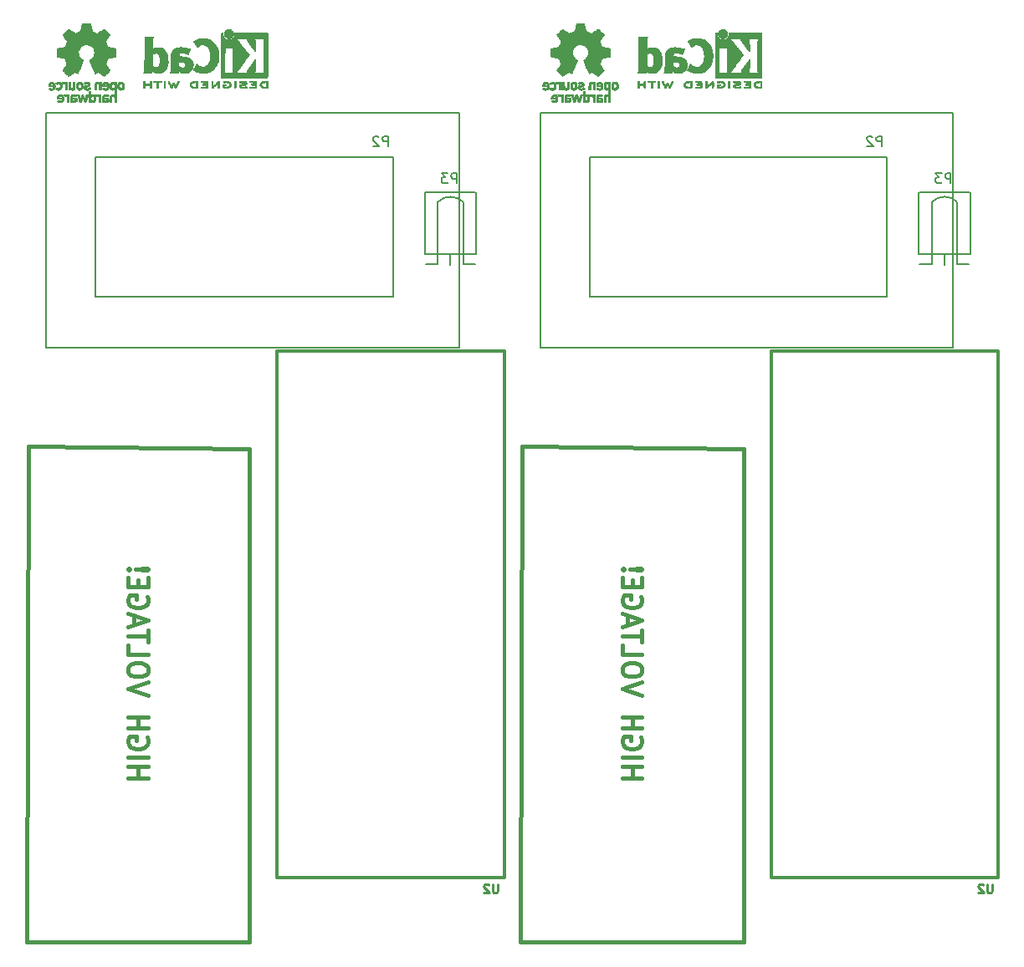
<source format=gbo>
G04 #@! TF.FileFunction,Legend,Bot*
%FSLAX46Y46*%
G04 Gerber Fmt 4.6, Leading zero omitted, Abs format (unit mm)*
G04 Created by KiCad (PCBNEW 4.0.2-stable) date 12/4/2017 4:20:54 PM*
%MOMM*%
G01*
G04 APERTURE LIST*
%ADD10C,0.100000*%
%ADD11C,0.400000*%
%ADD12C,0.304800*%
%ADD13C,0.010000*%
%ADD14C,0.150000*%
%ADD15C,0.222250*%
G04 APERTURE END LIST*
D10*
D11*
X125600000Y-89800000D02*
X125400000Y-140000000D01*
X148000000Y-140000000D02*
X148000000Y-90000000D01*
X148000000Y-90000000D02*
X125600000Y-89800000D01*
X135695238Y-123371430D02*
X137695238Y-123371430D01*
X136742857Y-123371430D02*
X136742857Y-122228572D01*
X135695238Y-122228572D02*
X137695238Y-122228572D01*
X135695238Y-121276192D02*
X137695238Y-121276192D01*
X137600000Y-119276191D02*
X137695238Y-119466668D01*
X137695238Y-119752382D01*
X137600000Y-120038096D01*
X137409524Y-120228572D01*
X137219048Y-120323811D01*
X136838095Y-120419049D01*
X136552381Y-120419049D01*
X136171429Y-120323811D01*
X135980952Y-120228572D01*
X135790476Y-120038096D01*
X135695238Y-119752382D01*
X135695238Y-119561906D01*
X135790476Y-119276191D01*
X135885714Y-119180953D01*
X136552381Y-119180953D01*
X136552381Y-119561906D01*
X135695238Y-118323811D02*
X137695238Y-118323811D01*
X136742857Y-118323811D02*
X136742857Y-117180953D01*
X135695238Y-117180953D02*
X137695238Y-117180953D01*
X137695238Y-114990477D02*
X135695238Y-114323810D01*
X137695238Y-113657143D01*
X137695238Y-112609524D02*
X137695238Y-112228572D01*
X137600000Y-112038096D01*
X137409524Y-111847619D01*
X137028571Y-111752381D01*
X136361905Y-111752381D01*
X135980952Y-111847619D01*
X135790476Y-112038096D01*
X135695238Y-112228572D01*
X135695238Y-112609524D01*
X135790476Y-112800000D01*
X135980952Y-112990477D01*
X136361905Y-113085715D01*
X137028571Y-113085715D01*
X137409524Y-112990477D01*
X137600000Y-112800000D01*
X137695238Y-112609524D01*
X135695238Y-109942858D02*
X135695238Y-110895239D01*
X137695238Y-110895239D01*
X137695238Y-109561905D02*
X137695238Y-108419048D01*
X135695238Y-108990476D02*
X137695238Y-108990476D01*
X136266667Y-107847619D02*
X136266667Y-106895238D01*
X135695238Y-108038095D02*
X137695238Y-107371428D01*
X135695238Y-106704761D01*
X137600000Y-104990475D02*
X137695238Y-105180952D01*
X137695238Y-105466666D01*
X137600000Y-105752380D01*
X137409524Y-105942856D01*
X137219048Y-106038095D01*
X136838095Y-106133333D01*
X136552381Y-106133333D01*
X136171429Y-106038095D01*
X135980952Y-105942856D01*
X135790476Y-105752380D01*
X135695238Y-105466666D01*
X135695238Y-105276190D01*
X135790476Y-104990475D01*
X135885714Y-104895237D01*
X136552381Y-104895237D01*
X136552381Y-105276190D01*
X136742857Y-104038095D02*
X136742857Y-103371428D01*
X135695238Y-103085714D02*
X135695238Y-104038095D01*
X137695238Y-104038095D01*
X137695238Y-103085714D01*
X135885714Y-102228571D02*
X135790476Y-102133332D01*
X135695238Y-102228571D01*
X135790476Y-102323809D01*
X135885714Y-102228571D01*
X135695238Y-102228571D01*
X136457143Y-102228571D02*
X137600000Y-102323809D01*
X137695238Y-102228571D01*
X137600000Y-102133332D01*
X136457143Y-102228571D01*
X137695238Y-102228571D01*
X125400000Y-140000000D02*
X148000000Y-140000000D01*
X85695238Y-123371430D02*
X87695238Y-123371430D01*
X86742857Y-123371430D02*
X86742857Y-122228572D01*
X85695238Y-122228572D02*
X87695238Y-122228572D01*
X85695238Y-121276192D02*
X87695238Y-121276192D01*
X87600000Y-119276191D02*
X87695238Y-119466668D01*
X87695238Y-119752382D01*
X87600000Y-120038096D01*
X87409524Y-120228572D01*
X87219048Y-120323811D01*
X86838095Y-120419049D01*
X86552381Y-120419049D01*
X86171429Y-120323811D01*
X85980952Y-120228572D01*
X85790476Y-120038096D01*
X85695238Y-119752382D01*
X85695238Y-119561906D01*
X85790476Y-119276191D01*
X85885714Y-119180953D01*
X86552381Y-119180953D01*
X86552381Y-119561906D01*
X85695238Y-118323811D02*
X87695238Y-118323811D01*
X86742857Y-118323811D02*
X86742857Y-117180953D01*
X85695238Y-117180953D02*
X87695238Y-117180953D01*
X87695238Y-114990477D02*
X85695238Y-114323810D01*
X87695238Y-113657143D01*
X87695238Y-112609524D02*
X87695238Y-112228572D01*
X87600000Y-112038096D01*
X87409524Y-111847619D01*
X87028571Y-111752381D01*
X86361905Y-111752381D01*
X85980952Y-111847619D01*
X85790476Y-112038096D01*
X85695238Y-112228572D01*
X85695238Y-112609524D01*
X85790476Y-112800000D01*
X85980952Y-112990477D01*
X86361905Y-113085715D01*
X87028571Y-113085715D01*
X87409524Y-112990477D01*
X87600000Y-112800000D01*
X87695238Y-112609524D01*
X85695238Y-109942858D02*
X85695238Y-110895239D01*
X87695238Y-110895239D01*
X87695238Y-109561905D02*
X87695238Y-108419048D01*
X85695238Y-108990476D02*
X87695238Y-108990476D01*
X86266667Y-107847619D02*
X86266667Y-106895238D01*
X85695238Y-108038095D02*
X87695238Y-107371428D01*
X85695238Y-106704761D01*
X87600000Y-104990475D02*
X87695238Y-105180952D01*
X87695238Y-105466666D01*
X87600000Y-105752380D01*
X87409524Y-105942856D01*
X87219048Y-106038095D01*
X86838095Y-106133333D01*
X86552381Y-106133333D01*
X86171429Y-106038095D01*
X85980952Y-105942856D01*
X85790476Y-105752380D01*
X85695238Y-105466666D01*
X85695238Y-105276190D01*
X85790476Y-104990475D01*
X85885714Y-104895237D01*
X86552381Y-104895237D01*
X86552381Y-105276190D01*
X86742857Y-104038095D02*
X86742857Y-103371428D01*
X85695238Y-103085714D02*
X85695238Y-104038095D01*
X87695238Y-104038095D01*
X87695238Y-103085714D01*
X85885714Y-102228571D02*
X85790476Y-102133332D01*
X85695238Y-102228571D01*
X85790476Y-102323809D01*
X85885714Y-102228571D01*
X85695238Y-102228571D01*
X86457143Y-102228571D02*
X87600000Y-102323809D01*
X87695238Y-102228571D01*
X87600000Y-102133332D01*
X86457143Y-102228571D01*
X87695238Y-102228571D01*
X98000000Y-90000000D02*
X75600000Y-89800000D01*
X98000000Y-140000000D02*
X98000000Y-90000000D01*
X75400000Y-140000000D02*
X98000000Y-140000000D01*
X75600000Y-89800000D02*
X75400000Y-140000000D01*
D12*
X150780000Y-80110000D02*
X150780000Y-133510000D01*
X150780000Y-133510000D02*
X173780000Y-133510000D01*
X173780000Y-133510000D02*
X173780000Y-80110000D01*
X173780000Y-80110000D02*
X150780000Y-80110000D01*
D13*
G36*
X133994440Y-52879468D02*
X133959208Y-52896874D01*
X133915760Y-52927206D01*
X133884094Y-52960283D01*
X133862406Y-53001817D01*
X133848897Y-53057522D01*
X133841762Y-53133111D01*
X133839200Y-53234296D01*
X133839050Y-53277797D01*
X133839488Y-53373135D01*
X133841304Y-53441271D01*
X133845255Y-53488418D01*
X133852098Y-53520790D01*
X133862589Y-53544600D01*
X133873504Y-53560843D01*
X133943181Y-53629952D01*
X134025234Y-53671521D01*
X134113750Y-53684023D01*
X134202819Y-53665934D01*
X134231037Y-53653142D01*
X134298590Y-53617931D01*
X134298590Y-54169700D01*
X134249288Y-54144205D01*
X134184327Y-54124480D01*
X134104480Y-54119427D01*
X134024748Y-54128756D01*
X133964535Y-54149714D01*
X133914592Y-54189627D01*
X133871919Y-54246741D01*
X133868710Y-54252605D01*
X133855178Y-54280227D01*
X133845295Y-54308068D01*
X133838491Y-54341794D01*
X133834199Y-54387071D01*
X133831849Y-54449562D01*
X133830872Y-54534935D01*
X133830695Y-54631010D01*
X133830695Y-54937526D01*
X134014511Y-54937526D01*
X134014511Y-54372339D01*
X134065925Y-54329077D01*
X134119334Y-54294472D01*
X134169912Y-54288180D01*
X134220770Y-54304372D01*
X134247875Y-54320227D01*
X134268049Y-54342810D01*
X134282397Y-54376940D01*
X134292024Y-54427434D01*
X134298037Y-54499111D01*
X134301540Y-54596788D01*
X134302774Y-54661802D01*
X134306945Y-54929171D01*
X134394675Y-54934222D01*
X134482406Y-54939273D01*
X134482406Y-53280101D01*
X134298590Y-53280101D01*
X134293904Y-53372600D01*
X134278112Y-53436809D01*
X134248617Y-53476759D01*
X134202820Y-53496480D01*
X134156550Y-53500421D01*
X134104172Y-53495892D01*
X134069410Y-53478069D01*
X134047672Y-53454519D01*
X134030560Y-53429189D01*
X134020373Y-53400969D01*
X134015840Y-53361431D01*
X134015691Y-53302142D01*
X134017216Y-53252498D01*
X134020719Y-53177710D01*
X134025933Y-53128611D01*
X134034713Y-53097467D01*
X134048914Y-53076545D01*
X134062316Y-53064452D01*
X134118313Y-53038081D01*
X134184589Y-53033822D01*
X134222644Y-53042906D01*
X134260323Y-53075196D01*
X134285281Y-53138006D01*
X134297378Y-53230894D01*
X134298590Y-53280101D01*
X134482406Y-53280101D01*
X134482406Y-52865421D01*
X134390498Y-52865421D01*
X134335317Y-52867603D01*
X134306848Y-52875351D01*
X134298594Y-52890468D01*
X134298590Y-52890916D01*
X134294760Y-52905720D01*
X134277867Y-52904039D01*
X134244281Y-52887772D01*
X134166022Y-52862887D01*
X134077973Y-52860271D01*
X133994440Y-52879468D01*
X133994440Y-52879468D01*
G37*
X133994440Y-52879468D02*
X133959208Y-52896874D01*
X133915760Y-52927206D01*
X133884094Y-52960283D01*
X133862406Y-53001817D01*
X133848897Y-53057522D01*
X133841762Y-53133111D01*
X133839200Y-53234296D01*
X133839050Y-53277797D01*
X133839488Y-53373135D01*
X133841304Y-53441271D01*
X133845255Y-53488418D01*
X133852098Y-53520790D01*
X133862589Y-53544600D01*
X133873504Y-53560843D01*
X133943181Y-53629952D01*
X134025234Y-53671521D01*
X134113750Y-53684023D01*
X134202819Y-53665934D01*
X134231037Y-53653142D01*
X134298590Y-53617931D01*
X134298590Y-54169700D01*
X134249288Y-54144205D01*
X134184327Y-54124480D01*
X134104480Y-54119427D01*
X134024748Y-54128756D01*
X133964535Y-54149714D01*
X133914592Y-54189627D01*
X133871919Y-54246741D01*
X133868710Y-54252605D01*
X133855178Y-54280227D01*
X133845295Y-54308068D01*
X133838491Y-54341794D01*
X133834199Y-54387071D01*
X133831849Y-54449562D01*
X133830872Y-54534935D01*
X133830695Y-54631010D01*
X133830695Y-54937526D01*
X134014511Y-54937526D01*
X134014511Y-54372339D01*
X134065925Y-54329077D01*
X134119334Y-54294472D01*
X134169912Y-54288180D01*
X134220770Y-54304372D01*
X134247875Y-54320227D01*
X134268049Y-54342810D01*
X134282397Y-54376940D01*
X134292024Y-54427434D01*
X134298037Y-54499111D01*
X134301540Y-54596788D01*
X134302774Y-54661802D01*
X134306945Y-54929171D01*
X134394675Y-54934222D01*
X134482406Y-54939273D01*
X134482406Y-53280101D01*
X134298590Y-53280101D01*
X134293904Y-53372600D01*
X134278112Y-53436809D01*
X134248617Y-53476759D01*
X134202820Y-53496480D01*
X134156550Y-53500421D01*
X134104172Y-53495892D01*
X134069410Y-53478069D01*
X134047672Y-53454519D01*
X134030560Y-53429189D01*
X134020373Y-53400969D01*
X134015840Y-53361431D01*
X134015691Y-53302142D01*
X134017216Y-53252498D01*
X134020719Y-53177710D01*
X134025933Y-53128611D01*
X134034713Y-53097467D01*
X134048914Y-53076545D01*
X134062316Y-53064452D01*
X134118313Y-53038081D01*
X134184589Y-53033822D01*
X134222644Y-53042906D01*
X134260323Y-53075196D01*
X134285281Y-53138006D01*
X134297378Y-53230894D01*
X134298590Y-53280101D01*
X134482406Y-53280101D01*
X134482406Y-52865421D01*
X134390498Y-52865421D01*
X134335317Y-52867603D01*
X134306848Y-52875351D01*
X134298594Y-52890468D01*
X134298590Y-52890916D01*
X134294760Y-52905720D01*
X134277867Y-52904039D01*
X134244281Y-52887772D01*
X134166022Y-52862887D01*
X134077973Y-52860271D01*
X133994440Y-52879468D01*
G36*
X133297343Y-54125184D02*
X133218730Y-54146160D01*
X133158884Y-54184180D01*
X133116653Y-54233978D01*
X133103525Y-54255230D01*
X133093832Y-54277492D01*
X133087056Y-54305970D01*
X133082677Y-54345871D01*
X133080176Y-54402401D01*
X133079032Y-54480767D01*
X133078728Y-54586176D01*
X133078722Y-54614142D01*
X133078722Y-54937526D01*
X133158932Y-54937526D01*
X133210094Y-54933943D01*
X133247923Y-54924866D01*
X133257401Y-54919268D01*
X133283312Y-54909606D01*
X133309776Y-54919268D01*
X133353348Y-54931330D01*
X133416640Y-54936185D01*
X133486790Y-54934078D01*
X133550940Y-54925256D01*
X133588393Y-54913937D01*
X133660867Y-54867412D01*
X133706160Y-54802846D01*
X133726522Y-54717000D01*
X133726712Y-54714796D01*
X133724925Y-54676713D01*
X133563327Y-54676713D01*
X133549199Y-54720030D01*
X133526188Y-54744408D01*
X133479996Y-54762845D01*
X133419025Y-54770205D01*
X133356851Y-54766583D01*
X133307049Y-54752074D01*
X133293097Y-54742765D01*
X133268715Y-54699753D01*
X133262537Y-54650857D01*
X133262537Y-54586605D01*
X133354982Y-54586605D01*
X133442805Y-54593366D01*
X133509382Y-54612520D01*
X133550798Y-54642376D01*
X133563327Y-54676713D01*
X133724925Y-54676713D01*
X133722310Y-54621004D01*
X133691376Y-54546847D01*
X133633219Y-54490767D01*
X133625180Y-54485665D01*
X133590637Y-54469055D01*
X133547882Y-54458996D01*
X133488114Y-54454107D01*
X133417110Y-54452983D01*
X133262537Y-54452921D01*
X133262537Y-54388125D01*
X133269094Y-54337850D01*
X133285825Y-54304169D01*
X133287784Y-54302376D01*
X133325017Y-54287642D01*
X133381220Y-54281931D01*
X133443333Y-54284737D01*
X133498290Y-54295556D01*
X133530901Y-54311782D01*
X133548572Y-54324780D01*
X133567231Y-54327262D01*
X133592981Y-54316613D01*
X133631927Y-54290218D01*
X133690170Y-54245465D01*
X133695516Y-54241273D01*
X133692777Y-54225760D01*
X133669924Y-54199960D01*
X133635191Y-54171289D01*
X133596810Y-54147166D01*
X133584752Y-54141470D01*
X133540766Y-54130103D01*
X133476313Y-54121995D01*
X133404303Y-54118743D01*
X133400936Y-54118736D01*
X133297343Y-54125184D01*
X133297343Y-54125184D01*
G37*
X133297343Y-54125184D02*
X133218730Y-54146160D01*
X133158884Y-54184180D01*
X133116653Y-54233978D01*
X133103525Y-54255230D01*
X133093832Y-54277492D01*
X133087056Y-54305970D01*
X133082677Y-54345871D01*
X133080176Y-54402401D01*
X133079032Y-54480767D01*
X133078728Y-54586176D01*
X133078722Y-54614142D01*
X133078722Y-54937526D01*
X133158932Y-54937526D01*
X133210094Y-54933943D01*
X133247923Y-54924866D01*
X133257401Y-54919268D01*
X133283312Y-54909606D01*
X133309776Y-54919268D01*
X133353348Y-54931330D01*
X133416640Y-54936185D01*
X133486790Y-54934078D01*
X133550940Y-54925256D01*
X133588393Y-54913937D01*
X133660867Y-54867412D01*
X133706160Y-54802846D01*
X133726522Y-54717000D01*
X133726712Y-54714796D01*
X133724925Y-54676713D01*
X133563327Y-54676713D01*
X133549199Y-54720030D01*
X133526188Y-54744408D01*
X133479996Y-54762845D01*
X133419025Y-54770205D01*
X133356851Y-54766583D01*
X133307049Y-54752074D01*
X133293097Y-54742765D01*
X133268715Y-54699753D01*
X133262537Y-54650857D01*
X133262537Y-54586605D01*
X133354982Y-54586605D01*
X133442805Y-54593366D01*
X133509382Y-54612520D01*
X133550798Y-54642376D01*
X133563327Y-54676713D01*
X133724925Y-54676713D01*
X133722310Y-54621004D01*
X133691376Y-54546847D01*
X133633219Y-54490767D01*
X133625180Y-54485665D01*
X133590637Y-54469055D01*
X133547882Y-54458996D01*
X133488114Y-54454107D01*
X133417110Y-54452983D01*
X133262537Y-54452921D01*
X133262537Y-54388125D01*
X133269094Y-54337850D01*
X133285825Y-54304169D01*
X133287784Y-54302376D01*
X133325017Y-54287642D01*
X133381220Y-54281931D01*
X133443333Y-54284737D01*
X133498290Y-54295556D01*
X133530901Y-54311782D01*
X133548572Y-54324780D01*
X133567231Y-54327262D01*
X133592981Y-54316613D01*
X133631927Y-54290218D01*
X133690170Y-54245465D01*
X133695516Y-54241273D01*
X133692777Y-54225760D01*
X133669924Y-54199960D01*
X133635191Y-54171289D01*
X133596810Y-54147166D01*
X133584752Y-54141470D01*
X133540766Y-54130103D01*
X133476313Y-54121995D01*
X133404303Y-54118743D01*
X133400936Y-54118736D01*
X133297343Y-54125184D01*
G36*
X132777919Y-54120486D02*
X132752912Y-54127982D01*
X132744850Y-54144451D01*
X132744511Y-54151886D01*
X132743064Y-54172594D01*
X132733102Y-54175845D01*
X132706188Y-54161648D01*
X132690202Y-54151948D01*
X132639767Y-54131175D01*
X132579528Y-54120904D01*
X132516366Y-54120114D01*
X132457163Y-54127786D01*
X132408798Y-54142898D01*
X132378154Y-54164432D01*
X132372111Y-54191366D01*
X132375161Y-54198660D01*
X132397394Y-54228937D01*
X132431870Y-54266175D01*
X132438106Y-54272195D01*
X132470967Y-54299875D01*
X132499320Y-54308818D01*
X132538973Y-54302576D01*
X132554858Y-54298429D01*
X132604291Y-54288467D01*
X132639048Y-54292947D01*
X132668400Y-54308746D01*
X132695287Y-54329949D01*
X132715090Y-54356614D01*
X132728852Y-54393827D01*
X132737616Y-54446673D01*
X132742426Y-54520237D01*
X132744326Y-54619605D01*
X132744511Y-54679601D01*
X132744511Y-54937526D01*
X132911616Y-54937526D01*
X132911616Y-54118710D01*
X132828064Y-54118710D01*
X132777919Y-54120486D01*
X132777919Y-54120486D01*
G37*
X132777919Y-54120486D02*
X132752912Y-54127982D01*
X132744850Y-54144451D01*
X132744511Y-54151886D01*
X132743064Y-54172594D01*
X132733102Y-54175845D01*
X132706188Y-54161648D01*
X132690202Y-54151948D01*
X132639767Y-54131175D01*
X132579528Y-54120904D01*
X132516366Y-54120114D01*
X132457163Y-54127786D01*
X132408798Y-54142898D01*
X132378154Y-54164432D01*
X132372111Y-54191366D01*
X132375161Y-54198660D01*
X132397394Y-54228937D01*
X132431870Y-54266175D01*
X132438106Y-54272195D01*
X132470967Y-54299875D01*
X132499320Y-54308818D01*
X132538973Y-54302576D01*
X132554858Y-54298429D01*
X132604291Y-54288467D01*
X132639048Y-54292947D01*
X132668400Y-54308746D01*
X132695287Y-54329949D01*
X132715090Y-54356614D01*
X132728852Y-54393827D01*
X132737616Y-54446673D01*
X132742426Y-54520237D01*
X132744326Y-54619605D01*
X132744511Y-54679601D01*
X132744511Y-54937526D01*
X132911616Y-54937526D01*
X132911616Y-54118710D01*
X132828064Y-54118710D01*
X132777919Y-54120486D01*
G36*
X131725169Y-54937526D02*
X131817077Y-54937526D01*
X131870423Y-54935962D01*
X131898207Y-54929485D01*
X131908210Y-54915418D01*
X131908985Y-54905906D01*
X131910672Y-54886832D01*
X131921310Y-54883174D01*
X131949265Y-54894932D01*
X131971005Y-54905906D01*
X132054468Y-54931911D01*
X132145196Y-54933416D01*
X132218958Y-54914021D01*
X132287646Y-54867165D01*
X132340006Y-54798004D01*
X132368678Y-54716427D01*
X132369408Y-54711866D01*
X132373668Y-54662101D01*
X132375786Y-54590659D01*
X132375616Y-54536626D01*
X132193080Y-54536626D01*
X132188851Y-54608441D01*
X132179232Y-54667634D01*
X132166210Y-54701060D01*
X132116944Y-54746740D01*
X132058450Y-54763115D01*
X131998129Y-54749873D01*
X131946583Y-54710373D01*
X131927062Y-54683807D01*
X131915648Y-54652106D01*
X131910302Y-54605832D01*
X131908985Y-54536328D01*
X131911342Y-54467499D01*
X131917567Y-54407026D01*
X131926392Y-54366556D01*
X131927863Y-54362929D01*
X131963453Y-54319802D01*
X132015400Y-54296124D01*
X132073522Y-54292301D01*
X132127640Y-54308738D01*
X132167574Y-54345840D01*
X132171717Y-54353222D01*
X132184684Y-54398239D01*
X132191748Y-54462967D01*
X132193080Y-54536626D01*
X132375616Y-54536626D01*
X132375529Y-54509230D01*
X132374328Y-54465405D01*
X132366155Y-54356988D01*
X132349170Y-54275588D01*
X132320913Y-54215412D01*
X132278928Y-54170666D01*
X132238168Y-54144400D01*
X132181219Y-54125935D01*
X132110389Y-54119602D01*
X132037859Y-54124760D01*
X131975814Y-54140769D01*
X131943032Y-54159920D01*
X131908985Y-54190732D01*
X131908985Y-53801210D01*
X131725169Y-53801210D01*
X131725169Y-54937526D01*
X131725169Y-54937526D01*
G37*
X131725169Y-54937526D02*
X131817077Y-54937526D01*
X131870423Y-54935962D01*
X131898207Y-54929485D01*
X131908210Y-54915418D01*
X131908985Y-54905906D01*
X131910672Y-54886832D01*
X131921310Y-54883174D01*
X131949265Y-54894932D01*
X131971005Y-54905906D01*
X132054468Y-54931911D01*
X132145196Y-54933416D01*
X132218958Y-54914021D01*
X132287646Y-54867165D01*
X132340006Y-54798004D01*
X132368678Y-54716427D01*
X132369408Y-54711866D01*
X132373668Y-54662101D01*
X132375786Y-54590659D01*
X132375616Y-54536626D01*
X132193080Y-54536626D01*
X132188851Y-54608441D01*
X132179232Y-54667634D01*
X132166210Y-54701060D01*
X132116944Y-54746740D01*
X132058450Y-54763115D01*
X131998129Y-54749873D01*
X131946583Y-54710373D01*
X131927062Y-54683807D01*
X131915648Y-54652106D01*
X131910302Y-54605832D01*
X131908985Y-54536328D01*
X131911342Y-54467499D01*
X131917567Y-54407026D01*
X131926392Y-54366556D01*
X131927863Y-54362929D01*
X131963453Y-54319802D01*
X132015400Y-54296124D01*
X132073522Y-54292301D01*
X132127640Y-54308738D01*
X132167574Y-54345840D01*
X132171717Y-54353222D01*
X132184684Y-54398239D01*
X132191748Y-54462967D01*
X132193080Y-54536626D01*
X132375616Y-54536626D01*
X132375529Y-54509230D01*
X132374328Y-54465405D01*
X132366155Y-54356988D01*
X132349170Y-54275588D01*
X132320913Y-54215412D01*
X132278928Y-54170666D01*
X132238168Y-54144400D01*
X132181219Y-54125935D01*
X132110389Y-54119602D01*
X132037859Y-54124760D01*
X131975814Y-54140769D01*
X131943032Y-54159920D01*
X131908985Y-54190732D01*
X131908985Y-53801210D01*
X131725169Y-53801210D01*
X131725169Y-54937526D01*
G36*
X131083670Y-54122104D02*
X131017580Y-54127066D01*
X130931174Y-54386079D01*
X130844769Y-54645092D01*
X130817676Y-54553184D01*
X130801372Y-54496384D01*
X130779925Y-54419625D01*
X130756765Y-54335251D01*
X130744520Y-54289993D01*
X130698456Y-54118710D01*
X130508413Y-54118710D01*
X130565218Y-54298349D01*
X130593193Y-54386704D01*
X130626987Y-54493281D01*
X130662280Y-54604454D01*
X130693787Y-54703579D01*
X130765550Y-54929171D01*
X130920514Y-54939253D01*
X130962530Y-54800528D01*
X130988441Y-54714351D01*
X131016717Y-54619347D01*
X131041431Y-54535441D01*
X131042406Y-54532102D01*
X131060865Y-54475248D01*
X131077151Y-54436456D01*
X131088558Y-54421787D01*
X131090902Y-54423483D01*
X131099129Y-54446225D01*
X131114762Y-54494940D01*
X131135896Y-54563502D01*
X131160630Y-54645785D01*
X131174013Y-54691046D01*
X131246489Y-54937526D01*
X131400305Y-54937526D01*
X131523269Y-54549006D01*
X131557812Y-54440022D01*
X131589279Y-54341048D01*
X131616184Y-54256736D01*
X131637041Y-54191734D01*
X131650362Y-54150692D01*
X131654412Y-54138701D01*
X131651206Y-54126423D01*
X131626035Y-54121046D01*
X131573654Y-54121584D01*
X131565455Y-54121990D01*
X131468318Y-54127066D01*
X131404700Y-54361013D01*
X131381316Y-54446333D01*
X131360419Y-54521335D01*
X131343849Y-54579507D01*
X131333446Y-54614337D01*
X131331524Y-54620016D01*
X131323559Y-54613486D01*
X131307496Y-54579654D01*
X131285179Y-54523127D01*
X131258455Y-54448510D01*
X131235863Y-54381107D01*
X131149759Y-54117143D01*
X131083670Y-54122104D01*
X131083670Y-54122104D01*
G37*
X131083670Y-54122104D02*
X131017580Y-54127066D01*
X130931174Y-54386079D01*
X130844769Y-54645092D01*
X130817676Y-54553184D01*
X130801372Y-54496384D01*
X130779925Y-54419625D01*
X130756765Y-54335251D01*
X130744520Y-54289993D01*
X130698456Y-54118710D01*
X130508413Y-54118710D01*
X130565218Y-54298349D01*
X130593193Y-54386704D01*
X130626987Y-54493281D01*
X130662280Y-54604454D01*
X130693787Y-54703579D01*
X130765550Y-54929171D01*
X130920514Y-54939253D01*
X130962530Y-54800528D01*
X130988441Y-54714351D01*
X131016717Y-54619347D01*
X131041431Y-54535441D01*
X131042406Y-54532102D01*
X131060865Y-54475248D01*
X131077151Y-54436456D01*
X131088558Y-54421787D01*
X131090902Y-54423483D01*
X131099129Y-54446225D01*
X131114762Y-54494940D01*
X131135896Y-54563502D01*
X131160630Y-54645785D01*
X131174013Y-54691046D01*
X131246489Y-54937526D01*
X131400305Y-54937526D01*
X131523269Y-54549006D01*
X131557812Y-54440022D01*
X131589279Y-54341048D01*
X131616184Y-54256736D01*
X131637041Y-54191734D01*
X131650362Y-54150692D01*
X131654412Y-54138701D01*
X131651206Y-54126423D01*
X131626035Y-54121046D01*
X131573654Y-54121584D01*
X131565455Y-54121990D01*
X131468318Y-54127066D01*
X131404700Y-54361013D01*
X131381316Y-54446333D01*
X131360419Y-54521335D01*
X131343849Y-54579507D01*
X131333446Y-54614337D01*
X131331524Y-54620016D01*
X131323559Y-54613486D01*
X131307496Y-54579654D01*
X131285179Y-54523127D01*
X131258455Y-54448510D01*
X131235863Y-54381107D01*
X131149759Y-54117143D01*
X131083670Y-54122104D01*
G36*
X130077808Y-54123673D02*
X130007373Y-54140780D01*
X129987013Y-54149844D01*
X129947547Y-54173583D01*
X129917259Y-54200321D01*
X129894848Y-54234699D01*
X129879014Y-54281360D01*
X129868457Y-54344946D01*
X129861876Y-54430099D01*
X129857972Y-54541462D01*
X129856490Y-54615849D01*
X129851035Y-54937526D01*
X129944220Y-54937526D01*
X130000753Y-54935156D01*
X130029878Y-54927055D01*
X130037406Y-54913451D01*
X130041380Y-54898741D01*
X130059148Y-54901554D01*
X130083360Y-54913348D01*
X130143972Y-54931427D01*
X130221871Y-54936299D01*
X130303805Y-54928330D01*
X130376519Y-54907889D01*
X130383041Y-54905051D01*
X130449498Y-54858365D01*
X130493309Y-54793464D01*
X130513468Y-54717600D01*
X130511928Y-54690344D01*
X130347455Y-54690344D01*
X130332963Y-54727024D01*
X130289995Y-54753309D01*
X130220671Y-54767417D01*
X130183623Y-54769290D01*
X130121881Y-54764494D01*
X130080840Y-54745858D01*
X130070827Y-54737000D01*
X130043700Y-54688806D01*
X130037406Y-54645092D01*
X130037406Y-54586605D01*
X130118870Y-54586605D01*
X130213566Y-54591432D01*
X130279987Y-54606613D01*
X130321954Y-54633200D01*
X130331351Y-54645052D01*
X130347455Y-54690344D01*
X130511928Y-54690344D01*
X130508971Y-54638026D01*
X130478815Y-54561995D01*
X130437669Y-54510612D01*
X130412748Y-54488397D01*
X130388352Y-54473798D01*
X130356609Y-54464897D01*
X130309648Y-54459775D01*
X130239596Y-54456515D01*
X130211810Y-54455577D01*
X130037406Y-54449879D01*
X130037662Y-54397091D01*
X130044416Y-54341603D01*
X130068836Y-54308052D01*
X130118170Y-54286618D01*
X130119494Y-54286236D01*
X130189440Y-54277808D01*
X130257886Y-54288816D01*
X130308753Y-54315585D01*
X130329163Y-54328803D01*
X130351146Y-54326974D01*
X130384974Y-54307824D01*
X130404839Y-54294308D01*
X130443694Y-54265432D01*
X130467762Y-54243786D01*
X130471624Y-54237589D01*
X130455721Y-54205519D01*
X130408735Y-54167219D01*
X130388327Y-54154297D01*
X130329657Y-54132041D01*
X130250588Y-54119432D01*
X130162759Y-54116600D01*
X130077808Y-54123673D01*
X130077808Y-54123673D01*
G37*
X130077808Y-54123673D02*
X130007373Y-54140780D01*
X129987013Y-54149844D01*
X129947547Y-54173583D01*
X129917259Y-54200321D01*
X129894848Y-54234699D01*
X129879014Y-54281360D01*
X129868457Y-54344946D01*
X129861876Y-54430099D01*
X129857972Y-54541462D01*
X129856490Y-54615849D01*
X129851035Y-54937526D01*
X129944220Y-54937526D01*
X130000753Y-54935156D01*
X130029878Y-54927055D01*
X130037406Y-54913451D01*
X130041380Y-54898741D01*
X130059148Y-54901554D01*
X130083360Y-54913348D01*
X130143972Y-54931427D01*
X130221871Y-54936299D01*
X130303805Y-54928330D01*
X130376519Y-54907889D01*
X130383041Y-54905051D01*
X130449498Y-54858365D01*
X130493309Y-54793464D01*
X130513468Y-54717600D01*
X130511928Y-54690344D01*
X130347455Y-54690344D01*
X130332963Y-54727024D01*
X130289995Y-54753309D01*
X130220671Y-54767417D01*
X130183623Y-54769290D01*
X130121881Y-54764494D01*
X130080840Y-54745858D01*
X130070827Y-54737000D01*
X130043700Y-54688806D01*
X130037406Y-54645092D01*
X130037406Y-54586605D01*
X130118870Y-54586605D01*
X130213566Y-54591432D01*
X130279987Y-54606613D01*
X130321954Y-54633200D01*
X130331351Y-54645052D01*
X130347455Y-54690344D01*
X130511928Y-54690344D01*
X130508971Y-54638026D01*
X130478815Y-54561995D01*
X130437669Y-54510612D01*
X130412748Y-54488397D01*
X130388352Y-54473798D01*
X130356609Y-54464897D01*
X130309648Y-54459775D01*
X130239596Y-54456515D01*
X130211810Y-54455577D01*
X130037406Y-54449879D01*
X130037662Y-54397091D01*
X130044416Y-54341603D01*
X130068836Y-54308052D01*
X130118170Y-54286618D01*
X130119494Y-54286236D01*
X130189440Y-54277808D01*
X130257886Y-54288816D01*
X130308753Y-54315585D01*
X130329163Y-54328803D01*
X130351146Y-54326974D01*
X130384974Y-54307824D01*
X130404839Y-54294308D01*
X130443694Y-54265432D01*
X130467762Y-54243786D01*
X130471624Y-54237589D01*
X130455721Y-54205519D01*
X130408735Y-54167219D01*
X130388327Y-54154297D01*
X130329657Y-54132041D01*
X130250588Y-54119432D01*
X130162759Y-54116600D01*
X130077808Y-54123673D01*
G36*
X129284633Y-54118447D02*
X129220392Y-54131112D01*
X129183820Y-54149864D01*
X129145347Y-54181017D01*
X129200083Y-54250127D01*
X129233831Y-54291979D01*
X129256747Y-54312398D01*
X129279521Y-54315517D01*
X129312844Y-54305472D01*
X129328486Y-54299789D01*
X129392258Y-54291404D01*
X129450660Y-54309378D01*
X129493536Y-54349982D01*
X129500501Y-54362929D01*
X129508087Y-54397224D01*
X129513941Y-54460427D01*
X129517789Y-54548060D01*
X129519357Y-54655640D01*
X129519379Y-54670944D01*
X129519379Y-54937526D01*
X129703195Y-54937526D01*
X129703195Y-54118710D01*
X129611287Y-54118710D01*
X129558293Y-54120094D01*
X129530685Y-54126252D01*
X129520476Y-54140194D01*
X129519379Y-54153344D01*
X129519379Y-54187978D01*
X129475350Y-54153344D01*
X129424863Y-54129716D01*
X129357040Y-54118033D01*
X129284633Y-54118447D01*
X129284633Y-54118447D01*
G37*
X129284633Y-54118447D02*
X129220392Y-54131112D01*
X129183820Y-54149864D01*
X129145347Y-54181017D01*
X129200083Y-54250127D01*
X129233831Y-54291979D01*
X129256747Y-54312398D01*
X129279521Y-54315517D01*
X129312844Y-54305472D01*
X129328486Y-54299789D01*
X129392258Y-54291404D01*
X129450660Y-54309378D01*
X129493536Y-54349982D01*
X129500501Y-54362929D01*
X129508087Y-54397224D01*
X129513941Y-54460427D01*
X129517789Y-54548060D01*
X129519357Y-54655640D01*
X129519379Y-54670944D01*
X129519379Y-54937526D01*
X129703195Y-54937526D01*
X129703195Y-54118710D01*
X129611287Y-54118710D01*
X129558293Y-54120094D01*
X129530685Y-54126252D01*
X129520476Y-54140194D01*
X129519379Y-54153344D01*
X129519379Y-54187978D01*
X129475350Y-54153344D01*
X129424863Y-54129716D01*
X129357040Y-54118033D01*
X129284633Y-54118447D01*
G36*
X128756607Y-54123078D02*
X128676732Y-54143845D01*
X128609838Y-54186705D01*
X128577449Y-54218723D01*
X128524355Y-54294413D01*
X128493927Y-54382216D01*
X128483473Y-54490150D01*
X128483420Y-54498875D01*
X128483327Y-54586605D01*
X128988266Y-54586605D01*
X128977502Y-54632559D01*
X128958068Y-54674178D01*
X128924055Y-54717544D01*
X128916940Y-54724467D01*
X128855797Y-54761935D01*
X128786071Y-54768289D01*
X128705813Y-54743638D01*
X128692208Y-54737000D01*
X128650481Y-54716819D01*
X128622532Y-54705321D01*
X128617655Y-54704258D01*
X128600632Y-54714583D01*
X128568167Y-54739845D01*
X128551686Y-54753650D01*
X128517536Y-54785361D01*
X128506322Y-54806299D01*
X128514105Y-54825560D01*
X128518265Y-54830827D01*
X128546443Y-54853878D01*
X128592938Y-54881892D01*
X128625366Y-54898246D01*
X128717415Y-54927059D01*
X128819324Y-54936395D01*
X128915837Y-54925332D01*
X128942866Y-54917412D01*
X129026524Y-54872581D01*
X129088534Y-54803598D01*
X129129255Y-54709794D01*
X129149045Y-54590498D01*
X129151218Y-54528118D01*
X129144874Y-54437298D01*
X128984643Y-54437298D01*
X128969145Y-54444012D01*
X128927488Y-54449280D01*
X128866924Y-54452389D01*
X128825893Y-54452921D01*
X128752089Y-54452408D01*
X128705507Y-54450006D01*
X128679952Y-54444422D01*
X128669231Y-54434361D01*
X128667143Y-54419763D01*
X128681469Y-54374796D01*
X128717538Y-54330353D01*
X128764985Y-54296242D01*
X128812451Y-54282288D01*
X128876921Y-54294666D01*
X128932730Y-54330452D01*
X128971426Y-54382033D01*
X128984643Y-54437298D01*
X129144874Y-54437298D01*
X129141979Y-54395866D01*
X129113464Y-54290498D01*
X129065071Y-54211178D01*
X128996196Y-54157071D01*
X128906235Y-54127343D01*
X128857500Y-54121618D01*
X128756607Y-54123078D01*
X128756607Y-54123078D01*
G37*
X128756607Y-54123078D02*
X128676732Y-54143845D01*
X128609838Y-54186705D01*
X128577449Y-54218723D01*
X128524355Y-54294413D01*
X128493927Y-54382216D01*
X128483473Y-54490150D01*
X128483420Y-54498875D01*
X128483327Y-54586605D01*
X128988266Y-54586605D01*
X128977502Y-54632559D01*
X128958068Y-54674178D01*
X128924055Y-54717544D01*
X128916940Y-54724467D01*
X128855797Y-54761935D01*
X128786071Y-54768289D01*
X128705813Y-54743638D01*
X128692208Y-54737000D01*
X128650481Y-54716819D01*
X128622532Y-54705321D01*
X128617655Y-54704258D01*
X128600632Y-54714583D01*
X128568167Y-54739845D01*
X128551686Y-54753650D01*
X128517536Y-54785361D01*
X128506322Y-54806299D01*
X128514105Y-54825560D01*
X128518265Y-54830827D01*
X128546443Y-54853878D01*
X128592938Y-54881892D01*
X128625366Y-54898246D01*
X128717415Y-54927059D01*
X128819324Y-54936395D01*
X128915837Y-54925332D01*
X128942866Y-54917412D01*
X129026524Y-54872581D01*
X129088534Y-54803598D01*
X129129255Y-54709794D01*
X129149045Y-54590498D01*
X129151218Y-54528118D01*
X129144874Y-54437298D01*
X128984643Y-54437298D01*
X128969145Y-54444012D01*
X128927488Y-54449280D01*
X128866924Y-54452389D01*
X128825893Y-54452921D01*
X128752089Y-54452408D01*
X128705507Y-54450006D01*
X128679952Y-54444422D01*
X128669231Y-54434361D01*
X128667143Y-54419763D01*
X128681469Y-54374796D01*
X128717538Y-54330353D01*
X128764985Y-54296242D01*
X128812451Y-54282288D01*
X128876921Y-54294666D01*
X128932730Y-54330452D01*
X128971426Y-54382033D01*
X128984643Y-54437298D01*
X129144874Y-54437298D01*
X129141979Y-54395866D01*
X129113464Y-54290498D01*
X129065071Y-54211178D01*
X128996196Y-54157071D01*
X128906235Y-54127343D01*
X128857500Y-54121618D01*
X128756607Y-54123078D01*
G36*
X134831016Y-52874104D02*
X134743595Y-52912754D01*
X134677230Y-52977290D01*
X134631824Y-53067812D01*
X134607282Y-53184418D01*
X134605523Y-53202624D01*
X134604144Y-53330984D01*
X134622016Y-53443496D01*
X134658050Y-53534688D01*
X134677345Y-53564022D01*
X134744555Y-53626106D01*
X134830150Y-53666316D01*
X134925910Y-53683003D01*
X135023613Y-53674517D01*
X135097883Y-53648380D01*
X135161753Y-53604335D01*
X135213954Y-53546587D01*
X135214857Y-53545236D01*
X135236056Y-53509593D01*
X135249833Y-53473752D01*
X135258176Y-53428519D01*
X135263073Y-53364701D01*
X135265231Y-53312368D01*
X135266129Y-53264910D01*
X135099057Y-53264910D01*
X135097424Y-53312154D01*
X135091496Y-53375046D01*
X135081039Y-53415407D01*
X135062181Y-53444122D01*
X135044519Y-53460896D01*
X134981906Y-53496016D01*
X134916392Y-53500710D01*
X134855379Y-53475440D01*
X134824872Y-53447124D01*
X134802889Y-53418589D01*
X134790031Y-53391284D01*
X134784388Y-53355750D01*
X134784049Y-53302524D01*
X134785788Y-53253506D01*
X134789529Y-53183482D01*
X134795459Y-53138064D01*
X134806147Y-53108440D01*
X134824161Y-53085797D01*
X134838437Y-53072855D01*
X134898149Y-53038860D01*
X134962566Y-53037165D01*
X135016581Y-53057301D01*
X135062660Y-53099352D01*
X135090111Y-53168428D01*
X135099057Y-53264910D01*
X135266129Y-53264910D01*
X135267201Y-53208299D01*
X135263836Y-53130468D01*
X135253755Y-53071930D01*
X135235574Y-53025737D01*
X135207910Y-52984942D01*
X135197654Y-52972828D01*
X135133522Y-52912474D01*
X135064734Y-52877220D01*
X134980611Y-52862450D01*
X134939591Y-52861243D01*
X134831016Y-52874104D01*
X134831016Y-52874104D01*
G37*
X134831016Y-52874104D02*
X134743595Y-52912754D01*
X134677230Y-52977290D01*
X134631824Y-53067812D01*
X134607282Y-53184418D01*
X134605523Y-53202624D01*
X134604144Y-53330984D01*
X134622016Y-53443496D01*
X134658050Y-53534688D01*
X134677345Y-53564022D01*
X134744555Y-53626106D01*
X134830150Y-53666316D01*
X134925910Y-53683003D01*
X135023613Y-53674517D01*
X135097883Y-53648380D01*
X135161753Y-53604335D01*
X135213954Y-53546587D01*
X135214857Y-53545236D01*
X135236056Y-53509593D01*
X135249833Y-53473752D01*
X135258176Y-53428519D01*
X135263073Y-53364701D01*
X135265231Y-53312368D01*
X135266129Y-53264910D01*
X135099057Y-53264910D01*
X135097424Y-53312154D01*
X135091496Y-53375046D01*
X135081039Y-53415407D01*
X135062181Y-53444122D01*
X135044519Y-53460896D01*
X134981906Y-53496016D01*
X134916392Y-53500710D01*
X134855379Y-53475440D01*
X134824872Y-53447124D01*
X134802889Y-53418589D01*
X134790031Y-53391284D01*
X134784388Y-53355750D01*
X134784049Y-53302524D01*
X134785788Y-53253506D01*
X134789529Y-53183482D01*
X134795459Y-53138064D01*
X134806147Y-53108440D01*
X134824161Y-53085797D01*
X134838437Y-53072855D01*
X134898149Y-53038860D01*
X134962566Y-53037165D01*
X135016581Y-53057301D01*
X135062660Y-53099352D01*
X135090111Y-53168428D01*
X135099057Y-53264910D01*
X135266129Y-53264910D01*
X135267201Y-53208299D01*
X135263836Y-53130468D01*
X135253755Y-53071930D01*
X135235574Y-53025737D01*
X135207910Y-52984942D01*
X135197654Y-52972828D01*
X135133522Y-52912474D01*
X135064734Y-52877220D01*
X134980611Y-52862450D01*
X134939591Y-52861243D01*
X134831016Y-52874104D01*
G36*
X133260782Y-52884027D02*
X133244130Y-52891866D01*
X133186495Y-52934086D01*
X133131995Y-52995700D01*
X133091301Y-53063543D01*
X133079726Y-53094734D01*
X133069166Y-53150449D01*
X133062869Y-53217781D01*
X133062104Y-53245585D01*
X133062011Y-53333316D01*
X133566950Y-53333316D01*
X133556187Y-53379270D01*
X133529767Y-53433620D01*
X133483578Y-53480591D01*
X133428628Y-53510848D01*
X133393611Y-53517131D01*
X133346123Y-53509506D01*
X133289465Y-53490383D01*
X133270218Y-53481584D01*
X133199041Y-53446036D01*
X133138298Y-53492367D01*
X133103248Y-53523703D01*
X133084598Y-53549567D01*
X133083653Y-53557158D01*
X133100315Y-53575556D01*
X133136830Y-53603515D01*
X133169972Y-53625327D01*
X133259407Y-53664537D01*
X133359671Y-53682285D01*
X133459046Y-53677670D01*
X133538261Y-53653551D01*
X133619920Y-53601884D01*
X133677951Y-53533856D01*
X133714254Y-53445843D01*
X133730728Y-53334216D01*
X133732189Y-53283138D01*
X133726343Y-53166091D01*
X133725625Y-53162686D01*
X133558311Y-53162686D01*
X133553703Y-53173662D01*
X133534764Y-53179715D01*
X133495702Y-53182310D01*
X133430723Y-53182910D01*
X133405703Y-53182921D01*
X133329579Y-53182014D01*
X133281304Y-53178720D01*
X133255340Y-53172181D01*
X133246152Y-53161537D01*
X133245827Y-53158119D01*
X133256313Y-53130956D01*
X133282558Y-53092903D01*
X133293841Y-53079579D01*
X133335728Y-53041896D01*
X133379391Y-53027080D01*
X133402915Y-53025842D01*
X133466557Y-53041329D01*
X133519927Y-53082930D01*
X133553781Y-53143353D01*
X133554381Y-53145322D01*
X133558311Y-53162686D01*
X133725625Y-53162686D01*
X133706901Y-53073928D01*
X133671878Y-53000190D01*
X133629044Y-52947848D01*
X133549852Y-52891092D01*
X133456760Y-52860762D01*
X133357745Y-52858021D01*
X133260782Y-52884027D01*
X133260782Y-52884027D01*
G37*
X133260782Y-52884027D02*
X133244130Y-52891866D01*
X133186495Y-52934086D01*
X133131995Y-52995700D01*
X133091301Y-53063543D01*
X133079726Y-53094734D01*
X133069166Y-53150449D01*
X133062869Y-53217781D01*
X133062104Y-53245585D01*
X133062011Y-53333316D01*
X133566950Y-53333316D01*
X133556187Y-53379270D01*
X133529767Y-53433620D01*
X133483578Y-53480591D01*
X133428628Y-53510848D01*
X133393611Y-53517131D01*
X133346123Y-53509506D01*
X133289465Y-53490383D01*
X133270218Y-53481584D01*
X133199041Y-53446036D01*
X133138298Y-53492367D01*
X133103248Y-53523703D01*
X133084598Y-53549567D01*
X133083653Y-53557158D01*
X133100315Y-53575556D01*
X133136830Y-53603515D01*
X133169972Y-53625327D01*
X133259407Y-53664537D01*
X133359671Y-53682285D01*
X133459046Y-53677670D01*
X133538261Y-53653551D01*
X133619920Y-53601884D01*
X133677951Y-53533856D01*
X133714254Y-53445843D01*
X133730728Y-53334216D01*
X133732189Y-53283138D01*
X133726343Y-53166091D01*
X133725625Y-53162686D01*
X133558311Y-53162686D01*
X133553703Y-53173662D01*
X133534764Y-53179715D01*
X133495702Y-53182310D01*
X133430723Y-53182910D01*
X133405703Y-53182921D01*
X133329579Y-53182014D01*
X133281304Y-53178720D01*
X133255340Y-53172181D01*
X133246152Y-53161537D01*
X133245827Y-53158119D01*
X133256313Y-53130956D01*
X133282558Y-53092903D01*
X133293841Y-53079579D01*
X133335728Y-53041896D01*
X133379391Y-53027080D01*
X133402915Y-53025842D01*
X133466557Y-53041329D01*
X133519927Y-53082930D01*
X133553781Y-53143353D01*
X133554381Y-53145322D01*
X133558311Y-53162686D01*
X133725625Y-53162686D01*
X133706901Y-53073928D01*
X133671878Y-53000190D01*
X133629044Y-52947848D01*
X133549852Y-52891092D01*
X133456760Y-52860762D01*
X133357745Y-52858021D01*
X133260782Y-52884027D01*
G36*
X131439172Y-52862547D02*
X131375892Y-52874548D01*
X131310243Y-52899648D01*
X131303228Y-52902848D01*
X131253444Y-52929026D01*
X131218966Y-52953353D01*
X131207822Y-52968937D01*
X131218434Y-52994353D01*
X131244212Y-53031853D01*
X131255654Y-53045852D01*
X131302808Y-53100954D01*
X131363599Y-53065086D01*
X131421453Y-53041192D01*
X131488300Y-53028420D01*
X131552406Y-53027613D01*
X131602036Y-53039615D01*
X131613946Y-53047105D01*
X131636628Y-53081450D01*
X131639384Y-53121013D01*
X131622412Y-53151920D01*
X131612373Y-53157913D01*
X131582290Y-53165357D01*
X131529411Y-53174106D01*
X131464225Y-53182467D01*
X131452200Y-53183778D01*
X131347503Y-53201888D01*
X131271568Y-53232651D01*
X131221208Y-53278907D01*
X131193236Y-53343497D01*
X131184522Y-53422387D01*
X131196560Y-53512065D01*
X131235649Y-53582486D01*
X131301945Y-53633777D01*
X131395606Y-53666067D01*
X131499577Y-53678807D01*
X131584362Y-53678654D01*
X131653135Y-53667083D01*
X131700103Y-53651109D01*
X131759450Y-53623275D01*
X131814294Y-53590973D01*
X131833787Y-53576755D01*
X131883919Y-53535835D01*
X131762997Y-53413477D01*
X131694257Y-53458967D01*
X131625312Y-53493133D01*
X131551689Y-53511004D01*
X131480917Y-53512889D01*
X131420526Y-53499101D01*
X131378043Y-53469949D01*
X131364326Y-53445352D01*
X131366383Y-53405904D01*
X131400470Y-53375737D01*
X131466492Y-53354906D01*
X131538826Y-53345279D01*
X131650148Y-53326910D01*
X131732848Y-53292254D01*
X131788035Y-53240297D01*
X131816812Y-53170023D01*
X131820799Y-53086707D01*
X131801107Y-52999681D01*
X131756211Y-52933902D01*
X131685709Y-52889068D01*
X131589199Y-52864879D01*
X131517700Y-52860137D01*
X131439172Y-52862547D01*
X131439172Y-52862547D01*
G37*
X131439172Y-52862547D02*
X131375892Y-52874548D01*
X131310243Y-52899648D01*
X131303228Y-52902848D01*
X131253444Y-52929026D01*
X131218966Y-52953353D01*
X131207822Y-52968937D01*
X131218434Y-52994353D01*
X131244212Y-53031853D01*
X131255654Y-53045852D01*
X131302808Y-53100954D01*
X131363599Y-53065086D01*
X131421453Y-53041192D01*
X131488300Y-53028420D01*
X131552406Y-53027613D01*
X131602036Y-53039615D01*
X131613946Y-53047105D01*
X131636628Y-53081450D01*
X131639384Y-53121013D01*
X131622412Y-53151920D01*
X131612373Y-53157913D01*
X131582290Y-53165357D01*
X131529411Y-53174106D01*
X131464225Y-53182467D01*
X131452200Y-53183778D01*
X131347503Y-53201888D01*
X131271568Y-53232651D01*
X131221208Y-53278907D01*
X131193236Y-53343497D01*
X131184522Y-53422387D01*
X131196560Y-53512065D01*
X131235649Y-53582486D01*
X131301945Y-53633777D01*
X131395606Y-53666067D01*
X131499577Y-53678807D01*
X131584362Y-53678654D01*
X131653135Y-53667083D01*
X131700103Y-53651109D01*
X131759450Y-53623275D01*
X131814294Y-53590973D01*
X131833787Y-53576755D01*
X131883919Y-53535835D01*
X131762997Y-53413477D01*
X131694257Y-53458967D01*
X131625312Y-53493133D01*
X131551689Y-53511004D01*
X131480917Y-53512889D01*
X131420526Y-53499101D01*
X131378043Y-53469949D01*
X131364326Y-53445352D01*
X131366383Y-53405904D01*
X131400470Y-53375737D01*
X131466492Y-53354906D01*
X131538826Y-53345279D01*
X131650148Y-53326910D01*
X131732848Y-53292254D01*
X131788035Y-53240297D01*
X131816812Y-53170023D01*
X131820799Y-53086707D01*
X131801107Y-52999681D01*
X131756211Y-52933902D01*
X131685709Y-52889068D01*
X131589199Y-52864879D01*
X131517700Y-52860137D01*
X131439172Y-52862547D01*
G36*
X130646131Y-52875310D02*
X130561608Y-52921340D01*
X130495479Y-52994006D01*
X130464322Y-53053106D01*
X130450945Y-53105305D01*
X130442278Y-53179719D01*
X130438563Y-53265442D01*
X130440046Y-53351569D01*
X130446969Y-53427193D01*
X130455055Y-53467584D01*
X130482335Y-53522840D01*
X130529580Y-53581530D01*
X130586518Y-53632852D01*
X130642876Y-53666005D01*
X130644250Y-53666531D01*
X130714184Y-53681018D01*
X130797063Y-53681377D01*
X130875823Y-53668188D01*
X130906234Y-53657617D01*
X130984561Y-53613201D01*
X131040657Y-53555007D01*
X131077514Y-53477965D01*
X131098120Y-53377001D01*
X131102782Y-53324116D01*
X131102187Y-53257663D01*
X130923064Y-53257663D01*
X130917030Y-53354630D01*
X130899662Y-53428523D01*
X130872060Y-53475736D01*
X130852396Y-53489237D01*
X130802013Y-53498651D01*
X130742127Y-53495864D01*
X130690351Y-53482316D01*
X130676773Y-53474862D01*
X130640951Y-53431451D01*
X130617307Y-53365014D01*
X130607242Y-53284161D01*
X130612158Y-53197502D01*
X130623145Y-53145349D01*
X130654691Y-53084951D01*
X130704489Y-53047197D01*
X130764463Y-53034143D01*
X130826536Y-53047849D01*
X130874218Y-53081372D01*
X130899275Y-53109031D01*
X130913900Y-53136294D01*
X130920871Y-53173190D01*
X130922967Y-53229750D01*
X130923064Y-53257663D01*
X131102187Y-53257663D01*
X131101518Y-53182994D01*
X131078535Y-53067271D01*
X131033828Y-52976941D01*
X130967395Y-52912000D01*
X130879235Y-52872445D01*
X130860305Y-52867858D01*
X130746534Y-52857090D01*
X130646131Y-52875310D01*
X130646131Y-52875310D01*
G37*
X130646131Y-52875310D02*
X130561608Y-52921340D01*
X130495479Y-52994006D01*
X130464322Y-53053106D01*
X130450945Y-53105305D01*
X130442278Y-53179719D01*
X130438563Y-53265442D01*
X130440046Y-53351569D01*
X130446969Y-53427193D01*
X130455055Y-53467584D01*
X130482335Y-53522840D01*
X130529580Y-53581530D01*
X130586518Y-53632852D01*
X130642876Y-53666005D01*
X130644250Y-53666531D01*
X130714184Y-53681018D01*
X130797063Y-53681377D01*
X130875823Y-53668188D01*
X130906234Y-53657617D01*
X130984561Y-53613201D01*
X131040657Y-53555007D01*
X131077514Y-53477965D01*
X131098120Y-53377001D01*
X131102782Y-53324116D01*
X131102187Y-53257663D01*
X130923064Y-53257663D01*
X130917030Y-53354630D01*
X130899662Y-53428523D01*
X130872060Y-53475736D01*
X130852396Y-53489237D01*
X130802013Y-53498651D01*
X130742127Y-53495864D01*
X130690351Y-53482316D01*
X130676773Y-53474862D01*
X130640951Y-53431451D01*
X130617307Y-53365014D01*
X130607242Y-53284161D01*
X130612158Y-53197502D01*
X130623145Y-53145349D01*
X130654691Y-53084951D01*
X130704489Y-53047197D01*
X130764463Y-53034143D01*
X130826536Y-53047849D01*
X130874218Y-53081372D01*
X130899275Y-53109031D01*
X130913900Y-53136294D01*
X130920871Y-53173190D01*
X130922967Y-53229750D01*
X130923064Y-53257663D01*
X131102187Y-53257663D01*
X131101518Y-53182994D01*
X131078535Y-53067271D01*
X131033828Y-52976941D01*
X130967395Y-52912000D01*
X130879235Y-52872445D01*
X130860305Y-52867858D01*
X130746534Y-52857090D01*
X130646131Y-52875310D01*
G36*
X130137669Y-53125533D02*
X130136090Y-53248089D01*
X130130319Y-53341179D01*
X130118809Y-53408651D01*
X130100010Y-53454355D01*
X130072374Y-53482139D01*
X130034352Y-53495854D01*
X129987274Y-53499358D01*
X129937968Y-53495432D01*
X129900517Y-53481089D01*
X129873372Y-53452478D01*
X129854985Y-53405751D01*
X129843807Y-53337058D01*
X129838289Y-53242550D01*
X129836879Y-53125533D01*
X129836879Y-52865421D01*
X129653064Y-52865421D01*
X129653064Y-53667526D01*
X129744972Y-53667526D01*
X129800378Y-53665281D01*
X129828909Y-53657396D01*
X129836879Y-53642428D01*
X129841680Y-53629097D01*
X129860786Y-53631917D01*
X129899296Y-53650783D01*
X129987561Y-53679887D01*
X130081177Y-53677825D01*
X130170879Y-53646221D01*
X130213596Y-53621257D01*
X130246179Y-53594226D01*
X130269983Y-53560405D01*
X130286361Y-53515068D01*
X130296669Y-53453489D01*
X130302259Y-53370943D01*
X130304488Y-53262705D01*
X130304774Y-53179004D01*
X130304774Y-52865421D01*
X130137669Y-52865421D01*
X130137669Y-53125533D01*
X130137669Y-53125533D01*
G37*
X130137669Y-53125533D02*
X130136090Y-53248089D01*
X130130319Y-53341179D01*
X130118809Y-53408651D01*
X130100010Y-53454355D01*
X130072374Y-53482139D01*
X130034352Y-53495854D01*
X129987274Y-53499358D01*
X129937968Y-53495432D01*
X129900517Y-53481089D01*
X129873372Y-53452478D01*
X129854985Y-53405751D01*
X129843807Y-53337058D01*
X129838289Y-53242550D01*
X129836879Y-53125533D01*
X129836879Y-52865421D01*
X129653064Y-52865421D01*
X129653064Y-53667526D01*
X129744972Y-53667526D01*
X129800378Y-53665281D01*
X129828909Y-53657396D01*
X129836879Y-53642428D01*
X129841680Y-53629097D01*
X129860786Y-53631917D01*
X129899296Y-53650783D01*
X129987561Y-53679887D01*
X130081177Y-53677825D01*
X130170879Y-53646221D01*
X130213596Y-53621257D01*
X130246179Y-53594226D01*
X130269983Y-53560405D01*
X130286361Y-53515068D01*
X130296669Y-53453489D01*
X130302259Y-53370943D01*
X130304488Y-53262705D01*
X130304774Y-53179004D01*
X130304774Y-52865421D01*
X130137669Y-52865421D01*
X130137669Y-53125533D01*
G36*
X128511224Y-52872419D02*
X128414405Y-52913549D01*
X128383910Y-52933571D01*
X128344935Y-52964340D01*
X128320469Y-52988533D01*
X128316222Y-52996413D01*
X128328216Y-53013899D01*
X128358913Y-53043570D01*
X128383488Y-53064279D01*
X128450754Y-53118336D01*
X128503870Y-53073642D01*
X128544916Y-53044789D01*
X128584937Y-53034829D01*
X128630741Y-53037261D01*
X128703476Y-53055345D01*
X128753544Y-53092881D01*
X128783971Y-53153562D01*
X128797783Y-53241081D01*
X128797787Y-53241136D01*
X128796592Y-53338958D01*
X128778028Y-53410730D01*
X128740996Y-53459595D01*
X128715750Y-53476143D01*
X128648703Y-53496749D01*
X128577091Y-53496762D01*
X128514785Y-53476768D01*
X128500037Y-53467000D01*
X128463050Y-53442047D01*
X128434132Y-53437958D01*
X128402944Y-53456530D01*
X128368464Y-53489887D01*
X128313888Y-53546196D01*
X128374482Y-53596142D01*
X128468102Y-53652513D01*
X128573675Y-53680293D01*
X128684002Y-53678282D01*
X128756457Y-53659862D01*
X128841144Y-53614310D01*
X128908873Y-53542650D01*
X128939643Y-53492066D01*
X128964564Y-53419488D01*
X128977034Y-53327569D01*
X128977130Y-53227948D01*
X128964930Y-53132267D01*
X128940510Y-53052169D01*
X128936664Y-53043956D01*
X128879707Y-52963413D01*
X128802591Y-52904771D01*
X128711410Y-52869247D01*
X128612257Y-52858057D01*
X128511224Y-52872419D01*
X128511224Y-52872419D01*
G37*
X128511224Y-52872419D02*
X128414405Y-52913549D01*
X128383910Y-52933571D01*
X128344935Y-52964340D01*
X128320469Y-52988533D01*
X128316222Y-52996413D01*
X128328216Y-53013899D01*
X128358913Y-53043570D01*
X128383488Y-53064279D01*
X128450754Y-53118336D01*
X128503870Y-53073642D01*
X128544916Y-53044789D01*
X128584937Y-53034829D01*
X128630741Y-53037261D01*
X128703476Y-53055345D01*
X128753544Y-53092881D01*
X128783971Y-53153562D01*
X128797783Y-53241081D01*
X128797787Y-53241136D01*
X128796592Y-53338958D01*
X128778028Y-53410730D01*
X128740996Y-53459595D01*
X128715750Y-53476143D01*
X128648703Y-53496749D01*
X128577091Y-53496762D01*
X128514785Y-53476768D01*
X128500037Y-53467000D01*
X128463050Y-53442047D01*
X128434132Y-53437958D01*
X128402944Y-53456530D01*
X128368464Y-53489887D01*
X128313888Y-53546196D01*
X128374482Y-53596142D01*
X128468102Y-53652513D01*
X128573675Y-53680293D01*
X128684002Y-53678282D01*
X128756457Y-53659862D01*
X128841144Y-53614310D01*
X128908873Y-53542650D01*
X128939643Y-53492066D01*
X128964564Y-53419488D01*
X128977034Y-53327569D01*
X128977130Y-53227948D01*
X128964930Y-53132267D01*
X128940510Y-53052169D01*
X128936664Y-53043956D01*
X128879707Y-52963413D01*
X128802591Y-52904771D01*
X128711410Y-52869247D01*
X128612257Y-52858057D01*
X128511224Y-52872419D01*
G36*
X127899016Y-52862554D02*
X127856226Y-52872949D01*
X127774191Y-52911013D01*
X127704043Y-52969149D01*
X127655495Y-53038852D01*
X127648825Y-53054502D01*
X127639676Y-53095496D01*
X127633271Y-53156138D01*
X127631090Y-53217430D01*
X127631090Y-53333316D01*
X127873393Y-53333316D01*
X127973329Y-53333693D01*
X128043731Y-53335987D01*
X128088487Y-53341938D01*
X128111485Y-53353285D01*
X128116611Y-53371771D01*
X128107752Y-53399136D01*
X128091883Y-53431155D01*
X128047616Y-53484592D01*
X127986101Y-53511215D01*
X127910915Y-53510347D01*
X127825747Y-53481371D01*
X127752141Y-53445611D01*
X127691066Y-53493904D01*
X127629990Y-53542197D01*
X127687449Y-53595285D01*
X127764159Y-53645445D01*
X127858498Y-53675688D01*
X127959973Y-53684151D01*
X128058089Y-53668974D01*
X128073919Y-53663824D01*
X128160153Y-53618791D01*
X128224299Y-53551652D01*
X128267709Y-53460405D01*
X128291736Y-53343044D01*
X128292016Y-53340529D01*
X128294167Y-53212627D01*
X128285471Y-53166997D01*
X128115695Y-53166997D01*
X128100103Y-53174013D01*
X128057771Y-53179388D01*
X127995366Y-53182457D01*
X127955819Y-53182921D01*
X127882072Y-53182630D01*
X127835960Y-53180783D01*
X127811700Y-53175912D01*
X127803506Y-53166555D01*
X127805594Y-53151245D01*
X127807345Y-53145322D01*
X127837240Y-53089668D01*
X127884258Y-53044815D01*
X127925751Y-53025105D01*
X127980874Y-53026295D01*
X128036732Y-53050875D01*
X128083588Y-53091570D01*
X128111706Y-53141108D01*
X128115695Y-53166997D01*
X128285471Y-53166997D01*
X128272726Y-53100133D01*
X128230189Y-53005727D01*
X128169053Y-52932088D01*
X128091815Y-52881893D01*
X128000970Y-52857822D01*
X127899016Y-52862554D01*
X127899016Y-52862554D01*
G37*
X127899016Y-52862554D02*
X127856226Y-52872949D01*
X127774191Y-52911013D01*
X127704043Y-52969149D01*
X127655495Y-53038852D01*
X127648825Y-53054502D01*
X127639676Y-53095496D01*
X127633271Y-53156138D01*
X127631090Y-53217430D01*
X127631090Y-53333316D01*
X127873393Y-53333316D01*
X127973329Y-53333693D01*
X128043731Y-53335987D01*
X128088487Y-53341938D01*
X128111485Y-53353285D01*
X128116611Y-53371771D01*
X128107752Y-53399136D01*
X128091883Y-53431155D01*
X128047616Y-53484592D01*
X127986101Y-53511215D01*
X127910915Y-53510347D01*
X127825747Y-53481371D01*
X127752141Y-53445611D01*
X127691066Y-53493904D01*
X127629990Y-53542197D01*
X127687449Y-53595285D01*
X127764159Y-53645445D01*
X127858498Y-53675688D01*
X127959973Y-53684151D01*
X128058089Y-53668974D01*
X128073919Y-53663824D01*
X128160153Y-53618791D01*
X128224299Y-53551652D01*
X128267709Y-53460405D01*
X128291736Y-53343044D01*
X128292016Y-53340529D01*
X128294167Y-53212627D01*
X128285471Y-53166997D01*
X128115695Y-53166997D01*
X128100103Y-53174013D01*
X128057771Y-53179388D01*
X127995366Y-53182457D01*
X127955819Y-53182921D01*
X127882072Y-53182630D01*
X127835960Y-53180783D01*
X127811700Y-53175912D01*
X127803506Y-53166555D01*
X127805594Y-53151245D01*
X127807345Y-53145322D01*
X127837240Y-53089668D01*
X127884258Y-53044815D01*
X127925751Y-53025105D01*
X127980874Y-53026295D01*
X128036732Y-53050875D01*
X128083588Y-53091570D01*
X128111706Y-53141108D01*
X128115695Y-53166997D01*
X128285471Y-53166997D01*
X128272726Y-53100133D01*
X128230189Y-53005727D01*
X128169053Y-52932088D01*
X128091815Y-52881893D01*
X128000970Y-52857822D01*
X127899016Y-52862554D01*
G36*
X132459843Y-52879226D02*
X132418254Y-52899090D01*
X132377975Y-52927784D01*
X132347290Y-52960809D01*
X132324939Y-53002931D01*
X132309664Y-53058915D01*
X132300208Y-53133528D01*
X132295313Y-53231535D01*
X132293719Y-53357702D01*
X132293694Y-53370914D01*
X132293327Y-53667526D01*
X132477143Y-53667526D01*
X132477143Y-53394081D01*
X132477273Y-53292777D01*
X132478179Y-53219353D01*
X132480627Y-53168271D01*
X132485386Y-53133990D01*
X132493226Y-53110971D01*
X132504915Y-53093673D01*
X132521198Y-53076581D01*
X132578166Y-53039857D01*
X132640355Y-53033042D01*
X132699601Y-53056261D01*
X132720205Y-53073543D01*
X132735330Y-53089791D01*
X132746190Y-53107191D01*
X132753490Y-53131212D01*
X132757937Y-53167322D01*
X132760236Y-53220988D01*
X132761096Y-53297680D01*
X132761222Y-53391043D01*
X132761222Y-53667526D01*
X132945037Y-53667526D01*
X132945037Y-52865421D01*
X132853129Y-52865421D01*
X132797949Y-52867603D01*
X132769480Y-52875351D01*
X132761225Y-52890468D01*
X132761222Y-52890916D01*
X132757392Y-52905720D01*
X132740499Y-52904040D01*
X132706912Y-52887773D01*
X132630737Y-52863840D01*
X132543600Y-52861178D01*
X132459843Y-52879226D01*
X132459843Y-52879226D01*
G37*
X132459843Y-52879226D02*
X132418254Y-52899090D01*
X132377975Y-52927784D01*
X132347290Y-52960809D01*
X132324939Y-53002931D01*
X132309664Y-53058915D01*
X132300208Y-53133528D01*
X132295313Y-53231535D01*
X132293719Y-53357702D01*
X132293694Y-53370914D01*
X132293327Y-53667526D01*
X132477143Y-53667526D01*
X132477143Y-53394081D01*
X132477273Y-53292777D01*
X132478179Y-53219353D01*
X132480627Y-53168271D01*
X132485386Y-53133990D01*
X132493226Y-53110971D01*
X132504915Y-53093673D01*
X132521198Y-53076581D01*
X132578166Y-53039857D01*
X132640355Y-53033042D01*
X132699601Y-53056261D01*
X132720205Y-53073543D01*
X132735330Y-53089791D01*
X132746190Y-53107191D01*
X132753490Y-53131212D01*
X132757937Y-53167322D01*
X132760236Y-53220988D01*
X132761096Y-53297680D01*
X132761222Y-53391043D01*
X132761222Y-53667526D01*
X132945037Y-53667526D01*
X132945037Y-52865421D01*
X132853129Y-52865421D01*
X132797949Y-52867603D01*
X132769480Y-52875351D01*
X132761225Y-52890468D01*
X132761222Y-52890916D01*
X132757392Y-52905720D01*
X132740499Y-52904040D01*
X132706912Y-52887773D01*
X132630737Y-52863840D01*
X132543600Y-52861178D01*
X132459843Y-52879226D01*
G36*
X129066412Y-52864645D02*
X129008935Y-52882206D01*
X128971928Y-52904395D01*
X128959873Y-52921942D01*
X128963191Y-52942742D01*
X128984721Y-52975419D01*
X129002926Y-52998562D01*
X129040456Y-53040402D01*
X129068652Y-53058005D01*
X129092689Y-53056856D01*
X129163992Y-53038710D01*
X129216358Y-53039534D01*
X129258882Y-53060098D01*
X129273158Y-53072134D01*
X129318853Y-53114483D01*
X129318853Y-53667526D01*
X129502669Y-53667526D01*
X129502669Y-52865421D01*
X129410761Y-52865421D01*
X129355581Y-52867603D01*
X129327112Y-52875351D01*
X129318857Y-52890468D01*
X129318853Y-52890916D01*
X129314955Y-52906749D01*
X129297326Y-52904684D01*
X129272899Y-52893261D01*
X129222450Y-52872005D01*
X129181484Y-52859216D01*
X129128772Y-52855938D01*
X129066412Y-52864645D01*
X129066412Y-52864645D01*
G37*
X129066412Y-52864645D02*
X129008935Y-52882206D01*
X128971928Y-52904395D01*
X128959873Y-52921942D01*
X128963191Y-52942742D01*
X128984721Y-52975419D01*
X129002926Y-52998562D01*
X129040456Y-53040402D01*
X129068652Y-53058005D01*
X129092689Y-53056856D01*
X129163992Y-53038710D01*
X129216358Y-53039534D01*
X129258882Y-53060098D01*
X129273158Y-53072134D01*
X129318853Y-53114483D01*
X129318853Y-53667526D01*
X129502669Y-53667526D01*
X129502669Y-52865421D01*
X129410761Y-52865421D01*
X129355581Y-52867603D01*
X129327112Y-52875351D01*
X129318857Y-52890468D01*
X129318853Y-52890916D01*
X129314955Y-52906749D01*
X129297326Y-52904684D01*
X129272899Y-52893261D01*
X129222450Y-52872005D01*
X129181484Y-52859216D01*
X129128772Y-52855938D01*
X129066412Y-52864645D01*
G36*
X130956836Y-47325576D02*
X130881287Y-47726322D01*
X130323759Y-47956154D01*
X129989335Y-47728748D01*
X129895678Y-47665431D01*
X129811018Y-47608896D01*
X129739305Y-47561727D01*
X129684489Y-47526502D01*
X129650520Y-47505805D01*
X129641270Y-47501342D01*
X129624605Y-47512820D01*
X129588994Y-47544551D01*
X129538429Y-47592483D01*
X129476900Y-47652562D01*
X129408401Y-47720733D01*
X129336921Y-47792945D01*
X129266453Y-47865142D01*
X129200989Y-47933273D01*
X129144520Y-47993283D01*
X129101037Y-48041119D01*
X129074532Y-48072727D01*
X129068195Y-48083305D01*
X129077314Y-48102806D01*
X129102880Y-48145531D01*
X129142203Y-48207298D01*
X129192597Y-48283931D01*
X129251373Y-48371248D01*
X129285432Y-48421052D01*
X129347511Y-48511993D01*
X129402674Y-48594059D01*
X129448246Y-48663163D01*
X129481550Y-48715222D01*
X129499910Y-48746150D01*
X129502669Y-48752650D01*
X129496415Y-48771121D01*
X129479366Y-48814172D01*
X129454097Y-48875749D01*
X129423178Y-48949799D01*
X129389182Y-49030270D01*
X129354682Y-49111107D01*
X129322249Y-49186258D01*
X129294457Y-49249671D01*
X129273877Y-49295293D01*
X129263081Y-49317069D01*
X129262444Y-49317926D01*
X129245493Y-49322084D01*
X129200349Y-49331361D01*
X129131690Y-49344844D01*
X129044198Y-49361621D01*
X128942550Y-49380781D01*
X128883244Y-49391830D01*
X128774628Y-49412510D01*
X128676523Y-49432189D01*
X128593891Y-49449789D01*
X128531696Y-49464233D01*
X128494901Y-49474446D01*
X128487504Y-49477686D01*
X128480260Y-49499617D01*
X128474415Y-49549147D01*
X128469965Y-49620485D01*
X128466907Y-49707839D01*
X128465235Y-49805417D01*
X128464947Y-49907426D01*
X128466039Y-50008075D01*
X128468506Y-50101572D01*
X128472344Y-50182125D01*
X128477550Y-50243942D01*
X128484119Y-50281230D01*
X128488059Y-50288993D01*
X128511612Y-50298298D01*
X128561518Y-50311600D01*
X128631177Y-50327337D01*
X128713987Y-50343946D01*
X128742895Y-50349319D01*
X128882269Y-50374848D01*
X128992364Y-50395408D01*
X129076818Y-50411815D01*
X129139270Y-50424887D01*
X129183356Y-50435441D01*
X129212715Y-50444294D01*
X129230985Y-50452263D01*
X129241802Y-50460165D01*
X129243315Y-50461727D01*
X129258423Y-50486886D01*
X129281471Y-50535850D01*
X129310156Y-50602621D01*
X129342178Y-50681205D01*
X129375235Y-50765607D01*
X129407027Y-50849830D01*
X129435251Y-50927879D01*
X129457607Y-50993759D01*
X129471793Y-51041473D01*
X129475507Y-51065027D01*
X129475198Y-51065852D01*
X129462611Y-51085104D01*
X129434056Y-51127463D01*
X129392533Y-51188521D01*
X129341044Y-51263868D01*
X129282589Y-51349096D01*
X129265942Y-51373315D01*
X129206585Y-51461123D01*
X129154353Y-51541238D01*
X129112092Y-51609062D01*
X129082647Y-51659993D01*
X129068863Y-51689431D01*
X129068195Y-51693048D01*
X129079776Y-51712057D01*
X129111776Y-51749714D01*
X129160082Y-51801973D01*
X129220580Y-51864786D01*
X129289156Y-51934106D01*
X129361696Y-52005885D01*
X129434088Y-52076077D01*
X129502216Y-52140635D01*
X129561968Y-52195510D01*
X129609229Y-52236656D01*
X129639887Y-52260026D01*
X129648368Y-52263842D01*
X129668109Y-52254855D01*
X129708526Y-52230616D01*
X129763037Y-52195209D01*
X129804977Y-52166711D01*
X129880971Y-52114418D01*
X129970966Y-52052845D01*
X130061236Y-51991370D01*
X130109768Y-51958469D01*
X130274038Y-51847359D01*
X130411931Y-51921916D01*
X130474751Y-51954578D01*
X130528171Y-51979966D01*
X130564316Y-51994446D01*
X130573516Y-51996460D01*
X130584579Y-51981584D01*
X130606406Y-51939547D01*
X130637366Y-51874227D01*
X130675830Y-51789500D01*
X130720168Y-51689245D01*
X130768753Y-51577339D01*
X130819954Y-51457659D01*
X130872141Y-51334084D01*
X130923687Y-51210491D01*
X130972960Y-51090757D01*
X131018333Y-50978759D01*
X131058175Y-50878377D01*
X131090858Y-50793486D01*
X131114751Y-50727965D01*
X131128226Y-50685690D01*
X131130394Y-50671172D01*
X131113217Y-50652653D01*
X131075610Y-50622590D01*
X131025434Y-50587232D01*
X131021222Y-50584434D01*
X130891536Y-50480625D01*
X130786966Y-50359515D01*
X130708419Y-50224976D01*
X130656801Y-50080882D01*
X130633018Y-49931105D01*
X130637977Y-49779517D01*
X130672583Y-49629992D01*
X130737743Y-49486400D01*
X130756914Y-49454984D01*
X130856626Y-49328125D01*
X130974423Y-49226255D01*
X131106229Y-49149904D01*
X131247967Y-49099602D01*
X131395558Y-49075879D01*
X131544927Y-49079265D01*
X131691997Y-49110288D01*
X131832689Y-49169480D01*
X131962927Y-49257369D01*
X132003214Y-49293042D01*
X132105745Y-49404706D01*
X132180459Y-49522257D01*
X132231710Y-49654020D01*
X132260254Y-49784507D01*
X132267300Y-49931216D01*
X132243804Y-50078653D01*
X132192151Y-50221834D01*
X132114729Y-50355777D01*
X132013925Y-50475498D01*
X131892124Y-50576014D01*
X131876116Y-50586609D01*
X131825402Y-50621306D01*
X131786850Y-50651370D01*
X131768419Y-50670565D01*
X131768151Y-50671172D01*
X131772108Y-50691936D01*
X131787793Y-50739062D01*
X131813578Y-50808673D01*
X131847831Y-50896893D01*
X131888923Y-50999844D01*
X131935224Y-51113650D01*
X131985104Y-51234435D01*
X132036933Y-51358321D01*
X132089081Y-51481432D01*
X132139918Y-51599891D01*
X132187813Y-51709823D01*
X132231138Y-51807349D01*
X132268262Y-51888593D01*
X132297556Y-51949679D01*
X132317388Y-51986730D01*
X132325374Y-51996460D01*
X132349779Y-51988883D01*
X132395442Y-51968560D01*
X132454490Y-51939125D01*
X132486960Y-51921916D01*
X132624853Y-51847359D01*
X132789123Y-51958469D01*
X132872979Y-52015390D01*
X132964787Y-52078030D01*
X133050820Y-52137011D01*
X133093913Y-52166711D01*
X133154523Y-52207410D01*
X133205845Y-52239663D01*
X133241185Y-52259384D01*
X133252663Y-52263554D01*
X133269370Y-52252307D01*
X133306346Y-52220911D01*
X133360005Y-52172624D01*
X133426762Y-52110708D01*
X133503034Y-52038421D01*
X133551273Y-51992008D01*
X133635667Y-51909087D01*
X133708603Y-51834920D01*
X133767131Y-51772680D01*
X133808303Y-51725541D01*
X133829172Y-51696673D01*
X133831174Y-51690815D01*
X133821883Y-51668532D01*
X133796209Y-51623477D01*
X133757000Y-51560211D01*
X133707103Y-51483295D01*
X133649367Y-51397292D01*
X133632949Y-51373315D01*
X133573123Y-51286170D01*
X133519450Y-51207710D01*
X133474930Y-51142345D01*
X133442565Y-51094484D01*
X133425355Y-51068535D01*
X133423693Y-51065852D01*
X133426179Y-51045172D01*
X133439377Y-50999704D01*
X133460986Y-50935444D01*
X133488704Y-50858387D01*
X133520230Y-50774529D01*
X133553263Y-50689866D01*
X133585501Y-50610392D01*
X133614643Y-50542104D01*
X133638388Y-50490997D01*
X133654435Y-50463067D01*
X133655575Y-50461727D01*
X133665388Y-50453745D01*
X133681961Y-50445851D01*
X133708932Y-50437229D01*
X133749939Y-50427062D01*
X133808620Y-50414531D01*
X133888613Y-50398821D01*
X133993555Y-50379113D01*
X134127085Y-50354592D01*
X134155996Y-50349319D01*
X134241682Y-50332764D01*
X134316382Y-50316569D01*
X134373494Y-50302296D01*
X134406417Y-50291508D01*
X134410831Y-50288993D01*
X134418106Y-50266696D01*
X134424019Y-50216869D01*
X134428566Y-50145304D01*
X134431745Y-50057793D01*
X134433549Y-49960128D01*
X134433977Y-49858101D01*
X134433023Y-49757503D01*
X134430684Y-49664127D01*
X134426956Y-49583765D01*
X134421834Y-49522209D01*
X134415316Y-49485250D01*
X134411386Y-49477686D01*
X134389508Y-49470056D01*
X134339691Y-49457642D01*
X134266897Y-49441522D01*
X134176089Y-49422773D01*
X134072231Y-49402471D01*
X134015646Y-49391830D01*
X133908286Y-49371760D01*
X133812546Y-49353580D01*
X133733106Y-49338199D01*
X133674646Y-49326531D01*
X133641845Y-49319488D01*
X133636446Y-49317926D01*
X133627322Y-49300322D01*
X133608035Y-49257918D01*
X133581155Y-49196772D01*
X133549254Y-49122943D01*
X133514902Y-49042489D01*
X133480671Y-48961468D01*
X133449131Y-48885937D01*
X133422854Y-48821955D01*
X133404411Y-48775580D01*
X133396371Y-48752869D01*
X133396222Y-48751876D01*
X133405335Y-48733961D01*
X133430886Y-48692733D01*
X133470188Y-48632291D01*
X133520557Y-48556731D01*
X133579306Y-48470152D01*
X133613458Y-48420421D01*
X133675690Y-48329236D01*
X133730964Y-48246449D01*
X133776582Y-48176249D01*
X133809848Y-48122824D01*
X133828064Y-48090361D01*
X133830695Y-48083083D01*
X133819386Y-48066145D01*
X133788119Y-48029978D01*
X133740890Y-47978635D01*
X133681692Y-47916167D01*
X133614519Y-47846626D01*
X133543366Y-47774065D01*
X133472226Y-47702535D01*
X133405093Y-47636087D01*
X133345961Y-47578774D01*
X133298825Y-47534647D01*
X133267677Y-47507759D01*
X133257257Y-47501342D01*
X133240291Y-47510365D01*
X133199711Y-47535715D01*
X133139463Y-47574810D01*
X133063493Y-47625071D01*
X132975746Y-47683917D01*
X132909556Y-47728748D01*
X132575132Y-47956154D01*
X132296367Y-47841238D01*
X132017603Y-47726322D01*
X131942054Y-47325576D01*
X131866506Y-46924829D01*
X131032385Y-46924829D01*
X130956836Y-47325576D01*
X130956836Y-47325576D01*
G37*
X130956836Y-47325576D02*
X130881287Y-47726322D01*
X130323759Y-47956154D01*
X129989335Y-47728748D01*
X129895678Y-47665431D01*
X129811018Y-47608896D01*
X129739305Y-47561727D01*
X129684489Y-47526502D01*
X129650520Y-47505805D01*
X129641270Y-47501342D01*
X129624605Y-47512820D01*
X129588994Y-47544551D01*
X129538429Y-47592483D01*
X129476900Y-47652562D01*
X129408401Y-47720733D01*
X129336921Y-47792945D01*
X129266453Y-47865142D01*
X129200989Y-47933273D01*
X129144520Y-47993283D01*
X129101037Y-48041119D01*
X129074532Y-48072727D01*
X129068195Y-48083305D01*
X129077314Y-48102806D01*
X129102880Y-48145531D01*
X129142203Y-48207298D01*
X129192597Y-48283931D01*
X129251373Y-48371248D01*
X129285432Y-48421052D01*
X129347511Y-48511993D01*
X129402674Y-48594059D01*
X129448246Y-48663163D01*
X129481550Y-48715222D01*
X129499910Y-48746150D01*
X129502669Y-48752650D01*
X129496415Y-48771121D01*
X129479366Y-48814172D01*
X129454097Y-48875749D01*
X129423178Y-48949799D01*
X129389182Y-49030270D01*
X129354682Y-49111107D01*
X129322249Y-49186258D01*
X129294457Y-49249671D01*
X129273877Y-49295293D01*
X129263081Y-49317069D01*
X129262444Y-49317926D01*
X129245493Y-49322084D01*
X129200349Y-49331361D01*
X129131690Y-49344844D01*
X129044198Y-49361621D01*
X128942550Y-49380781D01*
X128883244Y-49391830D01*
X128774628Y-49412510D01*
X128676523Y-49432189D01*
X128593891Y-49449789D01*
X128531696Y-49464233D01*
X128494901Y-49474446D01*
X128487504Y-49477686D01*
X128480260Y-49499617D01*
X128474415Y-49549147D01*
X128469965Y-49620485D01*
X128466907Y-49707839D01*
X128465235Y-49805417D01*
X128464947Y-49907426D01*
X128466039Y-50008075D01*
X128468506Y-50101572D01*
X128472344Y-50182125D01*
X128477550Y-50243942D01*
X128484119Y-50281230D01*
X128488059Y-50288993D01*
X128511612Y-50298298D01*
X128561518Y-50311600D01*
X128631177Y-50327337D01*
X128713987Y-50343946D01*
X128742895Y-50349319D01*
X128882269Y-50374848D01*
X128992364Y-50395408D01*
X129076818Y-50411815D01*
X129139270Y-50424887D01*
X129183356Y-50435441D01*
X129212715Y-50444294D01*
X129230985Y-50452263D01*
X129241802Y-50460165D01*
X129243315Y-50461727D01*
X129258423Y-50486886D01*
X129281471Y-50535850D01*
X129310156Y-50602621D01*
X129342178Y-50681205D01*
X129375235Y-50765607D01*
X129407027Y-50849830D01*
X129435251Y-50927879D01*
X129457607Y-50993759D01*
X129471793Y-51041473D01*
X129475507Y-51065027D01*
X129475198Y-51065852D01*
X129462611Y-51085104D01*
X129434056Y-51127463D01*
X129392533Y-51188521D01*
X129341044Y-51263868D01*
X129282589Y-51349096D01*
X129265942Y-51373315D01*
X129206585Y-51461123D01*
X129154353Y-51541238D01*
X129112092Y-51609062D01*
X129082647Y-51659993D01*
X129068863Y-51689431D01*
X129068195Y-51693048D01*
X129079776Y-51712057D01*
X129111776Y-51749714D01*
X129160082Y-51801973D01*
X129220580Y-51864786D01*
X129289156Y-51934106D01*
X129361696Y-52005885D01*
X129434088Y-52076077D01*
X129502216Y-52140635D01*
X129561968Y-52195510D01*
X129609229Y-52236656D01*
X129639887Y-52260026D01*
X129648368Y-52263842D01*
X129668109Y-52254855D01*
X129708526Y-52230616D01*
X129763037Y-52195209D01*
X129804977Y-52166711D01*
X129880971Y-52114418D01*
X129970966Y-52052845D01*
X130061236Y-51991370D01*
X130109768Y-51958469D01*
X130274038Y-51847359D01*
X130411931Y-51921916D01*
X130474751Y-51954578D01*
X130528171Y-51979966D01*
X130564316Y-51994446D01*
X130573516Y-51996460D01*
X130584579Y-51981584D01*
X130606406Y-51939547D01*
X130637366Y-51874227D01*
X130675830Y-51789500D01*
X130720168Y-51689245D01*
X130768753Y-51577339D01*
X130819954Y-51457659D01*
X130872141Y-51334084D01*
X130923687Y-51210491D01*
X130972960Y-51090757D01*
X131018333Y-50978759D01*
X131058175Y-50878377D01*
X131090858Y-50793486D01*
X131114751Y-50727965D01*
X131128226Y-50685690D01*
X131130394Y-50671172D01*
X131113217Y-50652653D01*
X131075610Y-50622590D01*
X131025434Y-50587232D01*
X131021222Y-50584434D01*
X130891536Y-50480625D01*
X130786966Y-50359515D01*
X130708419Y-50224976D01*
X130656801Y-50080882D01*
X130633018Y-49931105D01*
X130637977Y-49779517D01*
X130672583Y-49629992D01*
X130737743Y-49486400D01*
X130756914Y-49454984D01*
X130856626Y-49328125D01*
X130974423Y-49226255D01*
X131106229Y-49149904D01*
X131247967Y-49099602D01*
X131395558Y-49075879D01*
X131544927Y-49079265D01*
X131691997Y-49110288D01*
X131832689Y-49169480D01*
X131962927Y-49257369D01*
X132003214Y-49293042D01*
X132105745Y-49404706D01*
X132180459Y-49522257D01*
X132231710Y-49654020D01*
X132260254Y-49784507D01*
X132267300Y-49931216D01*
X132243804Y-50078653D01*
X132192151Y-50221834D01*
X132114729Y-50355777D01*
X132013925Y-50475498D01*
X131892124Y-50576014D01*
X131876116Y-50586609D01*
X131825402Y-50621306D01*
X131786850Y-50651370D01*
X131768419Y-50670565D01*
X131768151Y-50671172D01*
X131772108Y-50691936D01*
X131787793Y-50739062D01*
X131813578Y-50808673D01*
X131847831Y-50896893D01*
X131888923Y-50999844D01*
X131935224Y-51113650D01*
X131985104Y-51234435D01*
X132036933Y-51358321D01*
X132089081Y-51481432D01*
X132139918Y-51599891D01*
X132187813Y-51709823D01*
X132231138Y-51807349D01*
X132268262Y-51888593D01*
X132297556Y-51949679D01*
X132317388Y-51986730D01*
X132325374Y-51996460D01*
X132349779Y-51988883D01*
X132395442Y-51968560D01*
X132454490Y-51939125D01*
X132486960Y-51921916D01*
X132624853Y-51847359D01*
X132789123Y-51958469D01*
X132872979Y-52015390D01*
X132964787Y-52078030D01*
X133050820Y-52137011D01*
X133093913Y-52166711D01*
X133154523Y-52207410D01*
X133205845Y-52239663D01*
X133241185Y-52259384D01*
X133252663Y-52263554D01*
X133269370Y-52252307D01*
X133306346Y-52220911D01*
X133360005Y-52172624D01*
X133426762Y-52110708D01*
X133503034Y-52038421D01*
X133551273Y-51992008D01*
X133635667Y-51909087D01*
X133708603Y-51834920D01*
X133767131Y-51772680D01*
X133808303Y-51725541D01*
X133829172Y-51696673D01*
X133831174Y-51690815D01*
X133821883Y-51668532D01*
X133796209Y-51623477D01*
X133757000Y-51560211D01*
X133707103Y-51483295D01*
X133649367Y-51397292D01*
X133632949Y-51373315D01*
X133573123Y-51286170D01*
X133519450Y-51207710D01*
X133474930Y-51142345D01*
X133442565Y-51094484D01*
X133425355Y-51068535D01*
X133423693Y-51065852D01*
X133426179Y-51045172D01*
X133439377Y-50999704D01*
X133460986Y-50935444D01*
X133488704Y-50858387D01*
X133520230Y-50774529D01*
X133553263Y-50689866D01*
X133585501Y-50610392D01*
X133614643Y-50542104D01*
X133638388Y-50490997D01*
X133654435Y-50463067D01*
X133655575Y-50461727D01*
X133665388Y-50453745D01*
X133681961Y-50445851D01*
X133708932Y-50437229D01*
X133749939Y-50427062D01*
X133808620Y-50414531D01*
X133888613Y-50398821D01*
X133993555Y-50379113D01*
X134127085Y-50354592D01*
X134155996Y-50349319D01*
X134241682Y-50332764D01*
X134316382Y-50316569D01*
X134373494Y-50302296D01*
X134406417Y-50291508D01*
X134410831Y-50288993D01*
X134418106Y-50266696D01*
X134424019Y-50216869D01*
X134428566Y-50145304D01*
X134431745Y-50057793D01*
X134433549Y-49960128D01*
X134433977Y-49858101D01*
X134433023Y-49757503D01*
X134430684Y-49664127D01*
X134426956Y-49583765D01*
X134421834Y-49522209D01*
X134415316Y-49485250D01*
X134411386Y-49477686D01*
X134389508Y-49470056D01*
X134339691Y-49457642D01*
X134266897Y-49441522D01*
X134176089Y-49422773D01*
X134072231Y-49402471D01*
X134015646Y-49391830D01*
X133908286Y-49371760D01*
X133812546Y-49353580D01*
X133733106Y-49338199D01*
X133674646Y-49326531D01*
X133641845Y-49319488D01*
X133636446Y-49317926D01*
X133627322Y-49300322D01*
X133608035Y-49257918D01*
X133581155Y-49196772D01*
X133549254Y-49122943D01*
X133514902Y-49042489D01*
X133480671Y-48961468D01*
X133449131Y-48885937D01*
X133422854Y-48821955D01*
X133404411Y-48775580D01*
X133396371Y-48752869D01*
X133396222Y-48751876D01*
X133405335Y-48733961D01*
X133430886Y-48692733D01*
X133470188Y-48632291D01*
X133520557Y-48556731D01*
X133579306Y-48470152D01*
X133613458Y-48420421D01*
X133675690Y-48329236D01*
X133730964Y-48246449D01*
X133776582Y-48176249D01*
X133809848Y-48122824D01*
X133828064Y-48090361D01*
X133830695Y-48083083D01*
X133819386Y-48066145D01*
X133788119Y-48029978D01*
X133740890Y-47978635D01*
X133681692Y-47916167D01*
X133614519Y-47846626D01*
X133543366Y-47774065D01*
X133472226Y-47702535D01*
X133405093Y-47636087D01*
X133345961Y-47578774D01*
X133298825Y-47534647D01*
X133267677Y-47507759D01*
X133257257Y-47501342D01*
X133240291Y-47510365D01*
X133199711Y-47535715D01*
X133139463Y-47574810D01*
X133063493Y-47625071D01*
X132975746Y-47683917D01*
X132909556Y-47728748D01*
X132575132Y-47956154D01*
X132296367Y-47841238D01*
X132017603Y-47726322D01*
X131942054Y-47325576D01*
X131866506Y-46924829D01*
X131032385Y-46924829D01*
X130956836Y-47325576D01*
G36*
X149644171Y-52764266D02*
X149604689Y-52764667D01*
X149489000Y-52767459D01*
X149392111Y-52775750D01*
X149310719Y-52790432D01*
X149241523Y-52812393D01*
X149181220Y-52842522D01*
X149126508Y-52881710D01*
X149106967Y-52898732D01*
X149074550Y-52938563D01*
X149045320Y-52992613D01*
X149022791Y-53052523D01*
X149010479Y-53109939D01*
X149009200Y-53131156D01*
X149017217Y-53189969D01*
X149038699Y-53254213D01*
X149069799Y-53315021D01*
X149106666Y-53363530D01*
X149112654Y-53369382D01*
X149163379Y-53410521D01*
X149218925Y-53442635D01*
X149282496Y-53466565D01*
X149357294Y-53483153D01*
X149446522Y-53493241D01*
X149553382Y-53497669D01*
X149602328Y-53498045D01*
X149664562Y-53497745D01*
X149708328Y-53496492D01*
X149737731Y-53493754D01*
X149756879Y-53489001D01*
X149769877Y-53481701D01*
X149776845Y-53475467D01*
X149783426Y-53467894D01*
X149788588Y-53458124D01*
X149792503Y-53443540D01*
X149795343Y-53421526D01*
X149797280Y-53389464D01*
X149798484Y-53344736D01*
X149799128Y-53284726D01*
X149799383Y-53206817D01*
X149799422Y-53131156D01*
X149799670Y-53030241D01*
X149799617Y-52949627D01*
X149798657Y-52911022D01*
X149652667Y-52911022D01*
X149652667Y-53351289D01*
X149559534Y-53351204D01*
X149503493Y-53349596D01*
X149444799Y-53345456D01*
X149395828Y-53339664D01*
X149394338Y-53339426D01*
X149315192Y-53320290D01*
X149253802Y-53290487D01*
X149207105Y-53248078D01*
X149177435Y-53202161D01*
X149159153Y-53151226D01*
X149160571Y-53103400D01*
X149181788Y-53052133D01*
X149223289Y-52999099D01*
X149280798Y-52959800D01*
X149355550Y-52933531D01*
X149405508Y-52924235D01*
X149462216Y-52917707D01*
X149522319Y-52912982D01*
X149573439Y-52911017D01*
X149576467Y-52911008D01*
X149652667Y-52911022D01*
X149798657Y-52911022D01*
X149798060Y-52887051D01*
X149793798Y-52840255D01*
X149785630Y-52806978D01*
X149772356Y-52784959D01*
X149752774Y-52771939D01*
X149725683Y-52765657D01*
X149689882Y-52763853D01*
X149644171Y-52764266D01*
X149644171Y-52764266D01*
G37*
X149644171Y-52764266D02*
X149604689Y-52764667D01*
X149489000Y-52767459D01*
X149392111Y-52775750D01*
X149310719Y-52790432D01*
X149241523Y-52812393D01*
X149181220Y-52842522D01*
X149126508Y-52881710D01*
X149106967Y-52898732D01*
X149074550Y-52938563D01*
X149045320Y-52992613D01*
X149022791Y-53052523D01*
X149010479Y-53109939D01*
X149009200Y-53131156D01*
X149017217Y-53189969D01*
X149038699Y-53254213D01*
X149069799Y-53315021D01*
X149106666Y-53363530D01*
X149112654Y-53369382D01*
X149163379Y-53410521D01*
X149218925Y-53442635D01*
X149282496Y-53466565D01*
X149357294Y-53483153D01*
X149446522Y-53493241D01*
X149553382Y-53497669D01*
X149602328Y-53498045D01*
X149664562Y-53497745D01*
X149708328Y-53496492D01*
X149737731Y-53493754D01*
X149756879Y-53489001D01*
X149769877Y-53481701D01*
X149776845Y-53475467D01*
X149783426Y-53467894D01*
X149788588Y-53458124D01*
X149792503Y-53443540D01*
X149795343Y-53421526D01*
X149797280Y-53389464D01*
X149798484Y-53344736D01*
X149799128Y-53284726D01*
X149799383Y-53206817D01*
X149799422Y-53131156D01*
X149799670Y-53030241D01*
X149799617Y-52949627D01*
X149798657Y-52911022D01*
X149652667Y-52911022D01*
X149652667Y-53351289D01*
X149559534Y-53351204D01*
X149503493Y-53349596D01*
X149444799Y-53345456D01*
X149395828Y-53339664D01*
X149394338Y-53339426D01*
X149315192Y-53320290D01*
X149253802Y-53290487D01*
X149207105Y-53248078D01*
X149177435Y-53202161D01*
X149159153Y-53151226D01*
X149160571Y-53103400D01*
X149181788Y-53052133D01*
X149223289Y-52999099D01*
X149280798Y-52959800D01*
X149355550Y-52933531D01*
X149405508Y-52924235D01*
X149462216Y-52917707D01*
X149522319Y-52912982D01*
X149573439Y-52911017D01*
X149576467Y-52911008D01*
X149652667Y-52911022D01*
X149798657Y-52911022D01*
X149798060Y-52887051D01*
X149793798Y-52840255D01*
X149785630Y-52806978D01*
X149772356Y-52784959D01*
X149752774Y-52771939D01*
X149725683Y-52765657D01*
X149689882Y-52763853D01*
X149644171Y-52764266D01*
G36*
X148235594Y-52764346D02*
X148166186Y-52764718D01*
X148113797Y-52765585D01*
X148075647Y-52767146D01*
X148048959Y-52769603D01*
X148030953Y-52773157D01*
X148018849Y-52778010D01*
X148009869Y-52784361D01*
X148006618Y-52787284D01*
X147986843Y-52818342D01*
X147983282Y-52854028D01*
X147996291Y-52885710D01*
X148002306Y-52892113D01*
X148012035Y-52898321D01*
X148027701Y-52903110D01*
X148052208Y-52906714D01*
X148088461Y-52909364D01*
X148139365Y-52911295D01*
X148207826Y-52912739D01*
X148270417Y-52913618D01*
X148518134Y-52916667D01*
X148521519Y-52981578D01*
X148524905Y-53046489D01*
X148356758Y-53046489D01*
X148283759Y-53047119D01*
X148230317Y-53049753D01*
X148193428Y-53055509D01*
X148170088Y-53065504D01*
X148157294Y-53080856D01*
X148152042Y-53102682D01*
X148151245Y-53122938D01*
X148153723Y-53147792D01*
X148163077Y-53166106D01*
X148182183Y-53178837D01*
X148213918Y-53186941D01*
X148261159Y-53191376D01*
X148326783Y-53193099D01*
X148362601Y-53193245D01*
X148523778Y-53193245D01*
X148523778Y-53351289D01*
X148275422Y-53351289D01*
X148194013Y-53351402D01*
X148132142Y-53351912D01*
X148086768Y-53353070D01*
X148054854Y-53355130D01*
X148033359Y-53358346D01*
X148019243Y-53362972D01*
X148009468Y-53369259D01*
X148004489Y-53373867D01*
X147987410Y-53400760D01*
X147981911Y-53424667D01*
X147989763Y-53453867D01*
X148004489Y-53475467D01*
X148012346Y-53482266D01*
X148022488Y-53487546D01*
X148037644Y-53491498D01*
X148060541Y-53494313D01*
X148093909Y-53496182D01*
X148140475Y-53497298D01*
X148202967Y-53497851D01*
X148284114Y-53498033D01*
X148326222Y-53498045D01*
X148416398Y-53497965D01*
X148486724Y-53497598D01*
X148539929Y-53496752D01*
X148578740Y-53495236D01*
X148605887Y-53492859D01*
X148624098Y-53489429D01*
X148636100Y-53484754D01*
X148644622Y-53478644D01*
X148647956Y-53475467D01*
X148654555Y-53467870D01*
X148659727Y-53458070D01*
X148663646Y-53443439D01*
X148666484Y-53421352D01*
X148668415Y-53389182D01*
X148669612Y-53344303D01*
X148670248Y-53284089D01*
X148670497Y-53205913D01*
X148670534Y-53133123D01*
X148670500Y-53039907D01*
X148670265Y-52966631D01*
X148669630Y-52910658D01*
X148668394Y-52869351D01*
X148666356Y-52840072D01*
X148663317Y-52820184D01*
X148659077Y-52807050D01*
X148653435Y-52798032D01*
X148646191Y-52790493D01*
X148644406Y-52788812D01*
X148635745Y-52781372D01*
X148625682Y-52775609D01*
X148611425Y-52771312D01*
X148590183Y-52768264D01*
X148559164Y-52766251D01*
X148515577Y-52765060D01*
X148456631Y-52764475D01*
X148379534Y-52764283D01*
X148324801Y-52764267D01*
X148235594Y-52764346D01*
X148235594Y-52764346D01*
G37*
X148235594Y-52764346D02*
X148166186Y-52764718D01*
X148113797Y-52765585D01*
X148075647Y-52767146D01*
X148048959Y-52769603D01*
X148030953Y-52773157D01*
X148018849Y-52778010D01*
X148009869Y-52784361D01*
X148006618Y-52787284D01*
X147986843Y-52818342D01*
X147983282Y-52854028D01*
X147996291Y-52885710D01*
X148002306Y-52892113D01*
X148012035Y-52898321D01*
X148027701Y-52903110D01*
X148052208Y-52906714D01*
X148088461Y-52909364D01*
X148139365Y-52911295D01*
X148207826Y-52912739D01*
X148270417Y-52913618D01*
X148518134Y-52916667D01*
X148521519Y-52981578D01*
X148524905Y-53046489D01*
X148356758Y-53046489D01*
X148283759Y-53047119D01*
X148230317Y-53049753D01*
X148193428Y-53055509D01*
X148170088Y-53065504D01*
X148157294Y-53080856D01*
X148152042Y-53102682D01*
X148151245Y-53122938D01*
X148153723Y-53147792D01*
X148163077Y-53166106D01*
X148182183Y-53178837D01*
X148213918Y-53186941D01*
X148261159Y-53191376D01*
X148326783Y-53193099D01*
X148362601Y-53193245D01*
X148523778Y-53193245D01*
X148523778Y-53351289D01*
X148275422Y-53351289D01*
X148194013Y-53351402D01*
X148132142Y-53351912D01*
X148086768Y-53353070D01*
X148054854Y-53355130D01*
X148033359Y-53358346D01*
X148019243Y-53362972D01*
X148009468Y-53369259D01*
X148004489Y-53373867D01*
X147987410Y-53400760D01*
X147981911Y-53424667D01*
X147989763Y-53453867D01*
X148004489Y-53475467D01*
X148012346Y-53482266D01*
X148022488Y-53487546D01*
X148037644Y-53491498D01*
X148060541Y-53494313D01*
X148093909Y-53496182D01*
X148140475Y-53497298D01*
X148202967Y-53497851D01*
X148284114Y-53498033D01*
X148326222Y-53498045D01*
X148416398Y-53497965D01*
X148486724Y-53497598D01*
X148539929Y-53496752D01*
X148578740Y-53495236D01*
X148605887Y-53492859D01*
X148624098Y-53489429D01*
X148636100Y-53484754D01*
X148644622Y-53478644D01*
X148647956Y-53475467D01*
X148654555Y-53467870D01*
X148659727Y-53458070D01*
X148663646Y-53443439D01*
X148666484Y-53421352D01*
X148668415Y-53389182D01*
X148669612Y-53344303D01*
X148670248Y-53284089D01*
X148670497Y-53205913D01*
X148670534Y-53133123D01*
X148670500Y-53039907D01*
X148670265Y-52966631D01*
X148669630Y-52910658D01*
X148668394Y-52869351D01*
X148666356Y-52840072D01*
X148663317Y-52820184D01*
X148659077Y-52807050D01*
X148653435Y-52798032D01*
X148646191Y-52790493D01*
X148644406Y-52788812D01*
X148635745Y-52781372D01*
X148625682Y-52775609D01*
X148611425Y-52771312D01*
X148590183Y-52768264D01*
X148559164Y-52766251D01*
X148515577Y-52765060D01*
X148456631Y-52764475D01*
X148379534Y-52764283D01*
X148324801Y-52764267D01*
X148235594Y-52764346D01*
G36*
X147214503Y-52765551D02*
X147139688Y-52770781D01*
X147070106Y-52778950D01*
X147009802Y-52789750D01*
X146962820Y-52802873D01*
X146933206Y-52818013D01*
X146928660Y-52822469D01*
X146912854Y-52857050D01*
X146917647Y-52892551D01*
X146942164Y-52922925D01*
X146943334Y-52923796D01*
X146957754Y-52933154D01*
X146972808Y-52938076D01*
X146993805Y-52938673D01*
X147026057Y-52935061D01*
X147074873Y-52927354D01*
X147078800Y-52926705D01*
X147151539Y-52917769D01*
X147230017Y-52913361D01*
X147308727Y-52913319D01*
X147382161Y-52917479D01*
X147444811Y-52925679D01*
X147491170Y-52937757D01*
X147494216Y-52938971D01*
X147527848Y-52957815D01*
X147539664Y-52976885D01*
X147530414Y-52995639D01*
X147500847Y-53013537D01*
X147451711Y-53030037D01*
X147383757Y-53044596D01*
X147338445Y-53051606D01*
X147244256Y-53065089D01*
X147169344Y-53077414D01*
X147110517Y-53089649D01*
X147064585Y-53102861D01*
X147028355Y-53118117D01*
X146998638Y-53136485D01*
X146972242Y-53159031D01*
X146951030Y-53181171D01*
X146925865Y-53212019D01*
X146913481Y-53238545D01*
X146909608Y-53271226D01*
X146909467Y-53283195D01*
X146912376Y-53322912D01*
X146924002Y-53352459D01*
X146944123Y-53378686D01*
X146985016Y-53418776D01*
X147030617Y-53449349D01*
X147084313Y-53471403D01*
X147149492Y-53485935D01*
X147229544Y-53493941D01*
X147327857Y-53496418D01*
X147344089Y-53496377D01*
X147409649Y-53495018D01*
X147474666Y-53491930D01*
X147532052Y-53487556D01*
X147574722Y-53482340D01*
X147578172Y-53481741D01*
X147620596Y-53471691D01*
X147656580Y-53458996D01*
X147676950Y-53447390D01*
X147695907Y-53416772D01*
X147697227Y-53381118D01*
X147680885Y-53349344D01*
X147677229Y-53345751D01*
X147662115Y-53335076D01*
X147643215Y-53330476D01*
X147613962Y-53331259D01*
X147578451Y-53335327D01*
X147538770Y-53338962D01*
X147483145Y-53342028D01*
X147418206Y-53344253D01*
X147350585Y-53345364D01*
X147332800Y-53345437D01*
X147264928Y-53345164D01*
X147215254Y-53343846D01*
X147179410Y-53341027D01*
X147153024Y-53336250D01*
X147131726Y-53329057D01*
X147118926Y-53323067D01*
X147090800Y-53306433D01*
X147072868Y-53291368D01*
X147070247Y-53287097D01*
X147075776Y-53269463D01*
X147102060Y-53252392D01*
X147147278Y-53236658D01*
X147209608Y-53223038D01*
X147227971Y-53220004D01*
X147323890Y-53204938D01*
X147400441Y-53192346D01*
X147460580Y-53181311D01*
X147507260Y-53170920D01*
X147543437Y-53160256D01*
X147572065Y-53148405D01*
X147596098Y-53134451D01*
X147618492Y-53117481D01*
X147642202Y-53096578D01*
X147650180Y-53089249D01*
X147678153Y-53061899D01*
X147692960Y-53040229D01*
X147698752Y-53015432D01*
X147699689Y-52984183D01*
X147689375Y-52922905D01*
X147658552Y-52870840D01*
X147607395Y-52828158D01*
X147536083Y-52795025D01*
X147485200Y-52780164D01*
X147429900Y-52770566D01*
X147363653Y-52765136D01*
X147290506Y-52763567D01*
X147214503Y-52765551D01*
X147214503Y-52765551D01*
G37*
X147214503Y-52765551D02*
X147139688Y-52770781D01*
X147070106Y-52778950D01*
X147009802Y-52789750D01*
X146962820Y-52802873D01*
X146933206Y-52818013D01*
X146928660Y-52822469D01*
X146912854Y-52857050D01*
X146917647Y-52892551D01*
X146942164Y-52922925D01*
X146943334Y-52923796D01*
X146957754Y-52933154D01*
X146972808Y-52938076D01*
X146993805Y-52938673D01*
X147026057Y-52935061D01*
X147074873Y-52927354D01*
X147078800Y-52926705D01*
X147151539Y-52917769D01*
X147230017Y-52913361D01*
X147308727Y-52913319D01*
X147382161Y-52917479D01*
X147444811Y-52925679D01*
X147491170Y-52937757D01*
X147494216Y-52938971D01*
X147527848Y-52957815D01*
X147539664Y-52976885D01*
X147530414Y-52995639D01*
X147500847Y-53013537D01*
X147451711Y-53030037D01*
X147383757Y-53044596D01*
X147338445Y-53051606D01*
X147244256Y-53065089D01*
X147169344Y-53077414D01*
X147110517Y-53089649D01*
X147064585Y-53102861D01*
X147028355Y-53118117D01*
X146998638Y-53136485D01*
X146972242Y-53159031D01*
X146951030Y-53181171D01*
X146925865Y-53212019D01*
X146913481Y-53238545D01*
X146909608Y-53271226D01*
X146909467Y-53283195D01*
X146912376Y-53322912D01*
X146924002Y-53352459D01*
X146944123Y-53378686D01*
X146985016Y-53418776D01*
X147030617Y-53449349D01*
X147084313Y-53471403D01*
X147149492Y-53485935D01*
X147229544Y-53493941D01*
X147327857Y-53496418D01*
X147344089Y-53496377D01*
X147409649Y-53495018D01*
X147474666Y-53491930D01*
X147532052Y-53487556D01*
X147574722Y-53482340D01*
X147578172Y-53481741D01*
X147620596Y-53471691D01*
X147656580Y-53458996D01*
X147676950Y-53447390D01*
X147695907Y-53416772D01*
X147697227Y-53381118D01*
X147680885Y-53349344D01*
X147677229Y-53345751D01*
X147662115Y-53335076D01*
X147643215Y-53330476D01*
X147613962Y-53331259D01*
X147578451Y-53335327D01*
X147538770Y-53338962D01*
X147483145Y-53342028D01*
X147418206Y-53344253D01*
X147350585Y-53345364D01*
X147332800Y-53345437D01*
X147264928Y-53345164D01*
X147215254Y-53343846D01*
X147179410Y-53341027D01*
X147153024Y-53336250D01*
X147131726Y-53329057D01*
X147118926Y-53323067D01*
X147090800Y-53306433D01*
X147072868Y-53291368D01*
X147070247Y-53287097D01*
X147075776Y-53269463D01*
X147102060Y-53252392D01*
X147147278Y-53236658D01*
X147209608Y-53223038D01*
X147227971Y-53220004D01*
X147323890Y-53204938D01*
X147400441Y-53192346D01*
X147460580Y-53181311D01*
X147507260Y-53170920D01*
X147543437Y-53160256D01*
X147572065Y-53148405D01*
X147596098Y-53134451D01*
X147618492Y-53117481D01*
X147642202Y-53096578D01*
X147650180Y-53089249D01*
X147678153Y-53061899D01*
X147692960Y-53040229D01*
X147698752Y-53015432D01*
X147699689Y-52984183D01*
X147689375Y-52922905D01*
X147658552Y-52870840D01*
X147607395Y-52828158D01*
X147536083Y-52795025D01*
X147485200Y-52780164D01*
X147429900Y-52770566D01*
X147363653Y-52765136D01*
X147290506Y-52763567D01*
X147214503Y-52765551D01*
G36*
X146446622Y-52786845D02*
X146440042Y-52794418D01*
X146434879Y-52804187D01*
X146430964Y-52818771D01*
X146428124Y-52840785D01*
X146426187Y-52872848D01*
X146424983Y-52917575D01*
X146424339Y-52977585D01*
X146424084Y-53055494D01*
X146424045Y-53131156D01*
X146424114Y-53225002D01*
X146424438Y-53298889D01*
X146425186Y-53355432D01*
X146426532Y-53397249D01*
X146428646Y-53426957D01*
X146431700Y-53447173D01*
X146435866Y-53460514D01*
X146441316Y-53469598D01*
X146446622Y-53475467D01*
X146479626Y-53495147D01*
X146514791Y-53493381D01*
X146546255Y-53471917D01*
X146553484Y-53463537D01*
X146559134Y-53453814D01*
X146563399Y-53440061D01*
X146566473Y-53419589D01*
X146568552Y-53389712D01*
X146569830Y-53347741D01*
X146570501Y-53290989D01*
X146570759Y-53216767D01*
X146570800Y-53132737D01*
X146570800Y-52819685D01*
X146543091Y-52791976D01*
X146508937Y-52768663D01*
X146475806Y-52767823D01*
X146446622Y-52786845D01*
X146446622Y-52786845D01*
G37*
X146446622Y-52786845D02*
X146440042Y-52794418D01*
X146434879Y-52804187D01*
X146430964Y-52818771D01*
X146428124Y-52840785D01*
X146426187Y-52872848D01*
X146424983Y-52917575D01*
X146424339Y-52977585D01*
X146424084Y-53055494D01*
X146424045Y-53131156D01*
X146424114Y-53225002D01*
X146424438Y-53298889D01*
X146425186Y-53355432D01*
X146426532Y-53397249D01*
X146428646Y-53426957D01*
X146431700Y-53447173D01*
X146435866Y-53460514D01*
X146441316Y-53469598D01*
X146446622Y-53475467D01*
X146479626Y-53495147D01*
X146514791Y-53493381D01*
X146546255Y-53471917D01*
X146553484Y-53463537D01*
X146559134Y-53453814D01*
X146563399Y-53440061D01*
X146566473Y-53419589D01*
X146568552Y-53389712D01*
X146569830Y-53347741D01*
X146570501Y-53290989D01*
X146570759Y-53216767D01*
X146570800Y-53132737D01*
X146570800Y-52819685D01*
X146543091Y-52791976D01*
X146508937Y-52768663D01*
X146475806Y-52767823D01*
X146446622Y-52786845D01*
G36*
X145472881Y-52769799D02*
X145404365Y-52781295D01*
X145351743Y-52799167D01*
X145317508Y-52822699D01*
X145308179Y-52836124D01*
X145298693Y-52867348D01*
X145305077Y-52895595D01*
X145325230Y-52922382D01*
X145356545Y-52934913D01*
X145401983Y-52933896D01*
X145437126Y-52927106D01*
X145515219Y-52914171D01*
X145595026Y-52912942D01*
X145684355Y-52923441D01*
X145709029Y-52927890D01*
X145792091Y-52951308D01*
X145857073Y-52986145D01*
X145903261Y-53031804D01*
X145929945Y-53087694D01*
X145935463Y-53116588D01*
X145931851Y-53175212D01*
X145908529Y-53227079D01*
X145867624Y-53271178D01*
X145811259Y-53306499D01*
X145741560Y-53332029D01*
X145660652Y-53346759D01*
X145570660Y-53349678D01*
X145473710Y-53339775D01*
X145468236Y-53338841D01*
X145429675Y-53331659D01*
X145408294Y-53324721D01*
X145399027Y-53314427D01*
X145396806Y-53297176D01*
X145396756Y-53288041D01*
X145396756Y-53249689D01*
X145465231Y-53249689D01*
X145525700Y-53245547D01*
X145566965Y-53232347D01*
X145590975Y-53208930D01*
X145599677Y-53174136D01*
X145599783Y-53169594D01*
X145594692Y-53139854D01*
X145577233Y-53118619D01*
X145544739Y-53104566D01*
X145494543Y-53096373D01*
X145445923Y-53093361D01*
X145375256Y-53091633D01*
X145323998Y-53094270D01*
X145289039Y-53104000D01*
X145267270Y-53123553D01*
X145255580Y-53155656D01*
X145250860Y-53203038D01*
X145250000Y-53265271D01*
X145251409Y-53334735D01*
X145255648Y-53381986D01*
X145262736Y-53407212D01*
X145264111Y-53409188D01*
X145303028Y-53440708D01*
X145360086Y-53465670D01*
X145431669Y-53483540D01*
X145514158Y-53493786D01*
X145603939Y-53495873D01*
X145697392Y-53489268D01*
X145752356Y-53481156D01*
X145838566Y-53456754D01*
X145918692Y-53416862D01*
X145985777Y-53365087D01*
X145995973Y-53354739D01*
X146029102Y-53311235D01*
X146058994Y-53257318D01*
X146082157Y-53200792D01*
X146095098Y-53149459D01*
X146096658Y-53129744D01*
X146090018Y-53088619D01*
X146072368Y-53037452D01*
X146047097Y-52983594D01*
X146017589Y-52934395D01*
X145991519Y-52901534D01*
X145930565Y-52852652D01*
X145851769Y-52813745D01*
X145757957Y-52785694D01*
X145651950Y-52769379D01*
X145554800Y-52765392D01*
X145472881Y-52769799D01*
X145472881Y-52769799D01*
G37*
X145472881Y-52769799D02*
X145404365Y-52781295D01*
X145351743Y-52799167D01*
X145317508Y-52822699D01*
X145308179Y-52836124D01*
X145298693Y-52867348D01*
X145305077Y-52895595D01*
X145325230Y-52922382D01*
X145356545Y-52934913D01*
X145401983Y-52933896D01*
X145437126Y-52927106D01*
X145515219Y-52914171D01*
X145595026Y-52912942D01*
X145684355Y-52923441D01*
X145709029Y-52927890D01*
X145792091Y-52951308D01*
X145857073Y-52986145D01*
X145903261Y-53031804D01*
X145929945Y-53087694D01*
X145935463Y-53116588D01*
X145931851Y-53175212D01*
X145908529Y-53227079D01*
X145867624Y-53271178D01*
X145811259Y-53306499D01*
X145741560Y-53332029D01*
X145660652Y-53346759D01*
X145570660Y-53349678D01*
X145473710Y-53339775D01*
X145468236Y-53338841D01*
X145429675Y-53331659D01*
X145408294Y-53324721D01*
X145399027Y-53314427D01*
X145396806Y-53297176D01*
X145396756Y-53288041D01*
X145396756Y-53249689D01*
X145465231Y-53249689D01*
X145525700Y-53245547D01*
X145566965Y-53232347D01*
X145590975Y-53208930D01*
X145599677Y-53174136D01*
X145599783Y-53169594D01*
X145594692Y-53139854D01*
X145577233Y-53118619D01*
X145544739Y-53104566D01*
X145494543Y-53096373D01*
X145445923Y-53093361D01*
X145375256Y-53091633D01*
X145323998Y-53094270D01*
X145289039Y-53104000D01*
X145267270Y-53123553D01*
X145255580Y-53155656D01*
X145250860Y-53203038D01*
X145250000Y-53265271D01*
X145251409Y-53334735D01*
X145255648Y-53381986D01*
X145262736Y-53407212D01*
X145264111Y-53409188D01*
X145303028Y-53440708D01*
X145360086Y-53465670D01*
X145431669Y-53483540D01*
X145514158Y-53493786D01*
X145603939Y-53495873D01*
X145697392Y-53489268D01*
X145752356Y-53481156D01*
X145838566Y-53456754D01*
X145918692Y-53416862D01*
X145985777Y-53365087D01*
X145995973Y-53354739D01*
X146029102Y-53311235D01*
X146058994Y-53257318D01*
X146082157Y-53200792D01*
X146095098Y-53149459D01*
X146096658Y-53129744D01*
X146090018Y-53088619D01*
X146072368Y-53037452D01*
X146047097Y-52983594D01*
X146017589Y-52934395D01*
X145991519Y-52901534D01*
X145930565Y-52852652D01*
X145851769Y-52813745D01*
X145757957Y-52785694D01*
X145651950Y-52769379D01*
X145554800Y-52765392D01*
X145472881Y-52769799D01*
G36*
X144822914Y-52768648D02*
X144799348Y-52782473D01*
X144768535Y-52805081D01*
X144728878Y-52837538D01*
X144678780Y-52880908D01*
X144616643Y-52936258D01*
X144540872Y-53004651D01*
X144454134Y-53083284D01*
X144273511Y-53247078D01*
X144267867Y-53027229D01*
X144265829Y-52951551D01*
X144263863Y-52895194D01*
X144261534Y-52854906D01*
X144258406Y-52827435D01*
X144254045Y-52809529D01*
X144248016Y-52797937D01*
X144239884Y-52789408D01*
X144235572Y-52785823D01*
X144201041Y-52766870D01*
X144168183Y-52769641D01*
X144142118Y-52785833D01*
X144115467Y-52807399D01*
X144112152Y-53122351D01*
X144111235Y-53214979D01*
X144110768Y-53287744D01*
X144110913Y-53343361D01*
X144111832Y-53384542D01*
X144113687Y-53414003D01*
X144116639Y-53434455D01*
X144120850Y-53448613D01*
X144126482Y-53459191D01*
X144132727Y-53467674D01*
X144146239Y-53483407D01*
X144159683Y-53493836D01*
X144174924Y-53497839D01*
X144193826Y-53494294D01*
X144218255Y-53482079D01*
X144250073Y-53460071D01*
X144291148Y-53427149D01*
X144343342Y-53382191D01*
X144408522Y-53324075D01*
X144482356Y-53257299D01*
X144747645Y-53016658D01*
X144753289Y-53235789D01*
X144755331Y-53311328D01*
X144757302Y-53367554D01*
X144759639Y-53407724D01*
X144762781Y-53435096D01*
X144767164Y-53452928D01*
X144773224Y-53464479D01*
X144781400Y-53473007D01*
X144785584Y-53476482D01*
X144822565Y-53495572D01*
X144857508Y-53492693D01*
X144887936Y-53468300D01*
X144894897Y-53458486D01*
X144900323Y-53447026D01*
X144904403Y-53431168D01*
X144907329Y-53408163D01*
X144909292Y-53375262D01*
X144910483Y-53329716D01*
X144911092Y-53268773D01*
X144911311Y-53189686D01*
X144911334Y-53131156D01*
X144911260Y-53039607D01*
X144910913Y-52967887D01*
X144910101Y-52913245D01*
X144908633Y-52872932D01*
X144906319Y-52844198D01*
X144902967Y-52824293D01*
X144898388Y-52810468D01*
X144892389Y-52799972D01*
X144887936Y-52794011D01*
X144876650Y-52779891D01*
X144866101Y-52769229D01*
X144854693Y-52763092D01*
X144840830Y-52762543D01*
X144822914Y-52768648D01*
X144822914Y-52768648D01*
G37*
X144822914Y-52768648D02*
X144799348Y-52782473D01*
X144768535Y-52805081D01*
X144728878Y-52837538D01*
X144678780Y-52880908D01*
X144616643Y-52936258D01*
X144540872Y-53004651D01*
X144454134Y-53083284D01*
X144273511Y-53247078D01*
X144267867Y-53027229D01*
X144265829Y-52951551D01*
X144263863Y-52895194D01*
X144261534Y-52854906D01*
X144258406Y-52827435D01*
X144254045Y-52809529D01*
X144248016Y-52797937D01*
X144239884Y-52789408D01*
X144235572Y-52785823D01*
X144201041Y-52766870D01*
X144168183Y-52769641D01*
X144142118Y-52785833D01*
X144115467Y-52807399D01*
X144112152Y-53122351D01*
X144111235Y-53214979D01*
X144110768Y-53287744D01*
X144110913Y-53343361D01*
X144111832Y-53384542D01*
X144113687Y-53414003D01*
X144116639Y-53434455D01*
X144120850Y-53448613D01*
X144126482Y-53459191D01*
X144132727Y-53467674D01*
X144146239Y-53483407D01*
X144159683Y-53493836D01*
X144174924Y-53497839D01*
X144193826Y-53494294D01*
X144218255Y-53482079D01*
X144250073Y-53460071D01*
X144291148Y-53427149D01*
X144343342Y-53382191D01*
X144408522Y-53324075D01*
X144482356Y-53257299D01*
X144747645Y-53016658D01*
X144753289Y-53235789D01*
X144755331Y-53311328D01*
X144757302Y-53367554D01*
X144759639Y-53407724D01*
X144762781Y-53435096D01*
X144767164Y-53452928D01*
X144773224Y-53464479D01*
X144781400Y-53473007D01*
X144785584Y-53476482D01*
X144822565Y-53495572D01*
X144857508Y-53492693D01*
X144887936Y-53468300D01*
X144894897Y-53458486D01*
X144900323Y-53447026D01*
X144904403Y-53431168D01*
X144907329Y-53408163D01*
X144909292Y-53375262D01*
X144910483Y-53329716D01*
X144911092Y-53268773D01*
X144911311Y-53189686D01*
X144911334Y-53131156D01*
X144911260Y-53039607D01*
X144910913Y-52967887D01*
X144910101Y-52913245D01*
X144908633Y-52872932D01*
X144906319Y-52844198D01*
X144902967Y-52824293D01*
X144898388Y-52810468D01*
X144892389Y-52799972D01*
X144887936Y-52794011D01*
X144876650Y-52779891D01*
X144866101Y-52769229D01*
X144854693Y-52763092D01*
X144840830Y-52762543D01*
X144822914Y-52768648D01*
G36*
X143292457Y-52764460D02*
X143216099Y-52765374D01*
X143157583Y-52767511D01*
X143114545Y-52771375D01*
X143084617Y-52777467D01*
X143065432Y-52786290D01*
X143054624Y-52798346D01*
X143049827Y-52814139D01*
X143048673Y-52834170D01*
X143048667Y-52836535D01*
X143049669Y-52859192D01*
X143054404Y-52876703D01*
X143065467Y-52889774D01*
X143085452Y-52899113D01*
X143116954Y-52905427D01*
X143162568Y-52909422D01*
X143224887Y-52911806D01*
X143306507Y-52913286D01*
X143331523Y-52913614D01*
X143573600Y-52916667D01*
X143576986Y-52981578D01*
X143580371Y-53046489D01*
X143412224Y-53046489D01*
X143346534Y-53046731D01*
X143299628Y-53047756D01*
X143267717Y-53050011D01*
X143247009Y-53053942D01*
X143233716Y-53059998D01*
X143224045Y-53068624D01*
X143223983Y-53068693D01*
X143206444Y-53102312D01*
X143207078Y-53138648D01*
X143225486Y-53169623D01*
X143229129Y-53172807D01*
X143242059Y-53181012D01*
X143259776Y-53186721D01*
X143286230Y-53190362D01*
X143325368Y-53192367D01*
X143381138Y-53193164D01*
X143416806Y-53193245D01*
X143579245Y-53193245D01*
X143579245Y-53351289D01*
X143332639Y-53351289D01*
X143251220Y-53351431D01*
X143189390Y-53352014D01*
X143144163Y-53353268D01*
X143112552Y-53355427D01*
X143091569Y-53358723D01*
X143078227Y-53363389D01*
X143069539Y-53369657D01*
X143067350Y-53371933D01*
X143051186Y-53403480D01*
X143050003Y-53439368D01*
X143063264Y-53470485D01*
X143073757Y-53480471D01*
X143084671Y-53485969D01*
X143101583Y-53490222D01*
X143127167Y-53493380D01*
X143164099Y-53495592D01*
X143215054Y-53497006D01*
X143282706Y-53497772D01*
X143369731Y-53498038D01*
X143389406Y-53498045D01*
X143477889Y-53497987D01*
X143546573Y-53497667D01*
X143598236Y-53496867D01*
X143635655Y-53495367D01*
X143661610Y-53492949D01*
X143678878Y-53489394D01*
X143690238Y-53484482D01*
X143698468Y-53477995D01*
X143702983Y-53473338D01*
X143709779Y-53465089D01*
X143715088Y-53454869D01*
X143719094Y-53440000D01*
X143721979Y-53417802D01*
X143723926Y-53385593D01*
X143725119Y-53340696D01*
X143725739Y-53280428D01*
X143725971Y-53202111D01*
X143726000Y-53136194D01*
X143725929Y-53043828D01*
X143725592Y-52971317D01*
X143724802Y-52915937D01*
X143723374Y-52874965D01*
X143721121Y-52845678D01*
X143717857Y-52825353D01*
X143713396Y-52811266D01*
X143707552Y-52800695D01*
X143702603Y-52794011D01*
X143679206Y-52764267D01*
X143389026Y-52764267D01*
X143292457Y-52764460D01*
X143292457Y-52764460D01*
G37*
X143292457Y-52764460D02*
X143216099Y-52765374D01*
X143157583Y-52767511D01*
X143114545Y-52771375D01*
X143084617Y-52777467D01*
X143065432Y-52786290D01*
X143054624Y-52798346D01*
X143049827Y-52814139D01*
X143048673Y-52834170D01*
X143048667Y-52836535D01*
X143049669Y-52859192D01*
X143054404Y-52876703D01*
X143065467Y-52889774D01*
X143085452Y-52899113D01*
X143116954Y-52905427D01*
X143162568Y-52909422D01*
X143224887Y-52911806D01*
X143306507Y-52913286D01*
X143331523Y-52913614D01*
X143573600Y-52916667D01*
X143576986Y-52981578D01*
X143580371Y-53046489D01*
X143412224Y-53046489D01*
X143346534Y-53046731D01*
X143299628Y-53047756D01*
X143267717Y-53050011D01*
X143247009Y-53053942D01*
X143233716Y-53059998D01*
X143224045Y-53068624D01*
X143223983Y-53068693D01*
X143206444Y-53102312D01*
X143207078Y-53138648D01*
X143225486Y-53169623D01*
X143229129Y-53172807D01*
X143242059Y-53181012D01*
X143259776Y-53186721D01*
X143286230Y-53190362D01*
X143325368Y-53192367D01*
X143381138Y-53193164D01*
X143416806Y-53193245D01*
X143579245Y-53193245D01*
X143579245Y-53351289D01*
X143332639Y-53351289D01*
X143251220Y-53351431D01*
X143189390Y-53352014D01*
X143144163Y-53353268D01*
X143112552Y-53355427D01*
X143091569Y-53358723D01*
X143078227Y-53363389D01*
X143069539Y-53369657D01*
X143067350Y-53371933D01*
X143051186Y-53403480D01*
X143050003Y-53439368D01*
X143063264Y-53470485D01*
X143073757Y-53480471D01*
X143084671Y-53485969D01*
X143101583Y-53490222D01*
X143127167Y-53493380D01*
X143164099Y-53495592D01*
X143215054Y-53497006D01*
X143282706Y-53497772D01*
X143369731Y-53498038D01*
X143389406Y-53498045D01*
X143477889Y-53497987D01*
X143546573Y-53497667D01*
X143598236Y-53496867D01*
X143635655Y-53495367D01*
X143661610Y-53492949D01*
X143678878Y-53489394D01*
X143690238Y-53484482D01*
X143698468Y-53477995D01*
X143702983Y-53473338D01*
X143709779Y-53465089D01*
X143715088Y-53454869D01*
X143719094Y-53440000D01*
X143721979Y-53417802D01*
X143723926Y-53385593D01*
X143725119Y-53340696D01*
X143725739Y-53280428D01*
X143725971Y-53202111D01*
X143726000Y-53136194D01*
X143725929Y-53043828D01*
X143725592Y-52971317D01*
X143724802Y-52915937D01*
X143723374Y-52874965D01*
X143721121Y-52845678D01*
X143717857Y-52825353D01*
X143713396Y-52811266D01*
X143707552Y-52800695D01*
X143702603Y-52794011D01*
X143679206Y-52764267D01*
X143389026Y-52764267D01*
X143292457Y-52764460D01*
G36*
X142504491Y-52764475D02*
X142375512Y-52768836D01*
X142265809Y-52782061D01*
X142173574Y-52804941D01*
X142096998Y-52838270D01*
X142034273Y-52882838D01*
X141983588Y-52939436D01*
X141943137Y-53008858D01*
X141942341Y-53010551D01*
X141918199Y-53072683D01*
X141909597Y-53127709D01*
X141916569Y-53183087D01*
X141939146Y-53246273D01*
X141943428Y-53255889D01*
X141972628Y-53312166D01*
X142005444Y-53355651D01*
X142047798Y-53392617D01*
X142105610Y-53429335D01*
X142108969Y-53431252D01*
X142159296Y-53455427D01*
X142216179Y-53473482D01*
X142283273Y-53486039D01*
X142364235Y-53493722D01*
X142462718Y-53497153D01*
X142497514Y-53497451D01*
X142663206Y-53498045D01*
X142686603Y-53468300D01*
X142693543Y-53458519D01*
X142698958Y-53447097D01*
X142703035Y-53431295D01*
X142705963Y-53408375D01*
X142707933Y-53375596D01*
X142708575Y-53351289D01*
X142551956Y-53351289D01*
X142458074Y-53351289D01*
X142403136Y-53349683D01*
X142346740Y-53345455D01*
X142300455Y-53339492D01*
X142297661Y-53338990D01*
X142215452Y-53316936D01*
X142151686Y-53283800D01*
X142104348Y-53238047D01*
X142071418Y-53178139D01*
X142065692Y-53162261D01*
X142060079Y-53137533D01*
X142062509Y-53113102D01*
X142074333Y-53080600D01*
X142081460Y-53064634D01*
X142104800Y-53022206D01*
X142132920Y-52992440D01*
X142163860Y-52971711D01*
X142225834Y-52944737D01*
X142305149Y-52925198D01*
X142397547Y-52913946D01*
X142464467Y-52911470D01*
X142551956Y-52911022D01*
X142551956Y-53351289D01*
X142708575Y-53351289D01*
X142709132Y-53330221D01*
X142709750Y-53269511D01*
X142709975Y-53190726D01*
X142710000Y-53129120D01*
X142710000Y-52819685D01*
X142682291Y-52791976D01*
X142669994Y-52780744D01*
X142656697Y-52773053D01*
X142638128Y-52768240D01*
X142610014Y-52765646D01*
X142568083Y-52764610D01*
X142508063Y-52764470D01*
X142504491Y-52764475D01*
X142504491Y-52764475D01*
G37*
X142504491Y-52764475D02*
X142375512Y-52768836D01*
X142265809Y-52782061D01*
X142173574Y-52804941D01*
X142096998Y-52838270D01*
X142034273Y-52882838D01*
X141983588Y-52939436D01*
X141943137Y-53008858D01*
X141942341Y-53010551D01*
X141918199Y-53072683D01*
X141909597Y-53127709D01*
X141916569Y-53183087D01*
X141939146Y-53246273D01*
X141943428Y-53255889D01*
X141972628Y-53312166D01*
X142005444Y-53355651D01*
X142047798Y-53392617D01*
X142105610Y-53429335D01*
X142108969Y-53431252D01*
X142159296Y-53455427D01*
X142216179Y-53473482D01*
X142283273Y-53486039D01*
X142364235Y-53493722D01*
X142462718Y-53497153D01*
X142497514Y-53497451D01*
X142663206Y-53498045D01*
X142686603Y-53468300D01*
X142693543Y-53458519D01*
X142698958Y-53447097D01*
X142703035Y-53431295D01*
X142705963Y-53408375D01*
X142707933Y-53375596D01*
X142708575Y-53351289D01*
X142551956Y-53351289D01*
X142458074Y-53351289D01*
X142403136Y-53349683D01*
X142346740Y-53345455D01*
X142300455Y-53339492D01*
X142297661Y-53338990D01*
X142215452Y-53316936D01*
X142151686Y-53283800D01*
X142104348Y-53238047D01*
X142071418Y-53178139D01*
X142065692Y-53162261D01*
X142060079Y-53137533D01*
X142062509Y-53113102D01*
X142074333Y-53080600D01*
X142081460Y-53064634D01*
X142104800Y-53022206D01*
X142132920Y-52992440D01*
X142163860Y-52971711D01*
X142225834Y-52944737D01*
X142305149Y-52925198D01*
X142397547Y-52913946D01*
X142464467Y-52911470D01*
X142551956Y-52911022D01*
X142551956Y-53351289D01*
X142708575Y-53351289D01*
X142709132Y-53330221D01*
X142709750Y-53269511D01*
X142709975Y-53190726D01*
X142710000Y-53129120D01*
X142710000Y-52819685D01*
X142682291Y-52791976D01*
X142669994Y-52780744D01*
X142656697Y-52773053D01*
X142638128Y-52768240D01*
X142610014Y-52765646D01*
X142568083Y-52764610D01*
X142508063Y-52764470D01*
X142504491Y-52764475D01*
G36*
X139778135Y-52766234D02*
X139758545Y-52773235D01*
X139757790Y-52773577D01*
X139731187Y-52793878D01*
X139716530Y-52814761D01*
X139713662Y-52824552D01*
X139713804Y-52837561D01*
X139717839Y-52856095D01*
X139726654Y-52882457D01*
X139741131Y-52918952D01*
X139762155Y-52967887D01*
X139790612Y-53031565D01*
X139827385Y-53112293D01*
X139847625Y-53156416D01*
X139884175Y-53235185D01*
X139918485Y-53307623D01*
X139949248Y-53371080D01*
X139975152Y-53422908D01*
X139994890Y-53460459D01*
X140007150Y-53481084D01*
X140009576Y-53483933D01*
X140040617Y-53496502D01*
X140075679Y-53494819D01*
X140103800Y-53479532D01*
X140104946Y-53478289D01*
X140116132Y-53461354D01*
X140134896Y-53428370D01*
X140158925Y-53383580D01*
X140185903Y-53331232D01*
X140195599Y-53311942D01*
X140268786Y-53165350D01*
X140348560Y-53324593D01*
X140377033Y-53379615D01*
X140403450Y-53427332D01*
X140425652Y-53464093D01*
X140441481Y-53486244D01*
X140446846Y-53490941D01*
X140488543Y-53497302D01*
X140522951Y-53483933D01*
X140533072Y-53469646D01*
X140550586Y-53437892D01*
X140574065Y-53391797D01*
X140602080Y-53334485D01*
X140633201Y-53269080D01*
X140666001Y-53198707D01*
X140699050Y-53126491D01*
X140730919Y-53055555D01*
X140760181Y-52989025D01*
X140785405Y-52930026D01*
X140805164Y-52881681D01*
X140818028Y-52847115D01*
X140822569Y-52829453D01*
X140822523Y-52828813D01*
X140811474Y-52806588D01*
X140789390Y-52783953D01*
X140788090Y-52782968D01*
X140760947Y-52767625D01*
X140735842Y-52767774D01*
X140726432Y-52770666D01*
X140714966Y-52776918D01*
X140702790Y-52789214D01*
X140688443Y-52810108D01*
X140670464Y-52842149D01*
X140647393Y-52887888D01*
X140617770Y-52949877D01*
X140591055Y-53007098D01*
X140560320Y-53073426D01*
X140532779Y-53133074D01*
X140509862Y-53182925D01*
X140493002Y-53219864D01*
X140483627Y-53240773D01*
X140482260Y-53244045D01*
X140476111Y-53238697D01*
X140461978Y-53216309D01*
X140441743Y-53180146D01*
X140417285Y-53133477D01*
X140407552Y-53114222D01*
X140374583Y-53049204D01*
X140349157Y-53001854D01*
X140329188Y-52969419D01*
X140312590Y-52949146D01*
X140297276Y-52938282D01*
X140281160Y-52934075D01*
X140270657Y-52933600D01*
X140252130Y-52935242D01*
X140235896Y-52942031D01*
X140219765Y-52956766D01*
X140201549Y-52982244D01*
X140179061Y-53021261D01*
X140150111Y-53076614D01*
X140134138Y-53108103D01*
X140108230Y-53158287D01*
X140085633Y-53199904D01*
X140068342Y-53229442D01*
X140058350Y-53243389D01*
X140056991Y-53243970D01*
X140050539Y-53232993D01*
X140036092Y-53204490D01*
X140015097Y-53161444D01*
X139989003Y-53106838D01*
X139959254Y-53043654D01*
X139944620Y-53012271D01*
X139906550Y-52931278D01*
X139875895Y-52868956D01*
X139851063Y-52823271D01*
X139830463Y-52792189D01*
X139812502Y-52773678D01*
X139795590Y-52765704D01*
X139778135Y-52766234D01*
X139778135Y-52766234D01*
G37*
X139778135Y-52766234D02*
X139758545Y-52773235D01*
X139757790Y-52773577D01*
X139731187Y-52793878D01*
X139716530Y-52814761D01*
X139713662Y-52824552D01*
X139713804Y-52837561D01*
X139717839Y-52856095D01*
X139726654Y-52882457D01*
X139741131Y-52918952D01*
X139762155Y-52967887D01*
X139790612Y-53031565D01*
X139827385Y-53112293D01*
X139847625Y-53156416D01*
X139884175Y-53235185D01*
X139918485Y-53307623D01*
X139949248Y-53371080D01*
X139975152Y-53422908D01*
X139994890Y-53460459D01*
X140007150Y-53481084D01*
X140009576Y-53483933D01*
X140040617Y-53496502D01*
X140075679Y-53494819D01*
X140103800Y-53479532D01*
X140104946Y-53478289D01*
X140116132Y-53461354D01*
X140134896Y-53428370D01*
X140158925Y-53383580D01*
X140185903Y-53331232D01*
X140195599Y-53311942D01*
X140268786Y-53165350D01*
X140348560Y-53324593D01*
X140377033Y-53379615D01*
X140403450Y-53427332D01*
X140425652Y-53464093D01*
X140441481Y-53486244D01*
X140446846Y-53490941D01*
X140488543Y-53497302D01*
X140522951Y-53483933D01*
X140533072Y-53469646D01*
X140550586Y-53437892D01*
X140574065Y-53391797D01*
X140602080Y-53334485D01*
X140633201Y-53269080D01*
X140666001Y-53198707D01*
X140699050Y-53126491D01*
X140730919Y-53055555D01*
X140760181Y-52989025D01*
X140785405Y-52930026D01*
X140805164Y-52881681D01*
X140818028Y-52847115D01*
X140822569Y-52829453D01*
X140822523Y-52828813D01*
X140811474Y-52806588D01*
X140789390Y-52783953D01*
X140788090Y-52782968D01*
X140760947Y-52767625D01*
X140735842Y-52767774D01*
X140726432Y-52770666D01*
X140714966Y-52776918D01*
X140702790Y-52789214D01*
X140688443Y-52810108D01*
X140670464Y-52842149D01*
X140647393Y-52887888D01*
X140617770Y-52949877D01*
X140591055Y-53007098D01*
X140560320Y-53073426D01*
X140532779Y-53133074D01*
X140509862Y-53182925D01*
X140493002Y-53219864D01*
X140483627Y-53240773D01*
X140482260Y-53244045D01*
X140476111Y-53238697D01*
X140461978Y-53216309D01*
X140441743Y-53180146D01*
X140417285Y-53133477D01*
X140407552Y-53114222D01*
X140374583Y-53049204D01*
X140349157Y-53001854D01*
X140329188Y-52969419D01*
X140312590Y-52949146D01*
X140297276Y-52938282D01*
X140281160Y-52934075D01*
X140270657Y-52933600D01*
X140252130Y-52935242D01*
X140235896Y-52942031D01*
X140219765Y-52956766D01*
X140201549Y-52982244D01*
X140179061Y-53021261D01*
X140150111Y-53076614D01*
X140134138Y-53108103D01*
X140108230Y-53158287D01*
X140085633Y-53199904D01*
X140068342Y-53229442D01*
X140058350Y-53243389D01*
X140056991Y-53243970D01*
X140050539Y-53232993D01*
X140036092Y-53204490D01*
X140015097Y-53161444D01*
X139989003Y-53106838D01*
X139959254Y-53043654D01*
X139944620Y-53012271D01*
X139906550Y-52931278D01*
X139875895Y-52868956D01*
X139851063Y-52823271D01*
X139830463Y-52792189D01*
X139812502Y-52773678D01*
X139795590Y-52765704D01*
X139778135Y-52766234D01*
G36*
X139334186Y-52771077D02*
X139310473Y-52785847D01*
X139283822Y-52807427D01*
X139283822Y-53128973D01*
X139283907Y-53223030D01*
X139284271Y-53297132D01*
X139285076Y-53353904D01*
X139286487Y-53395968D01*
X139288667Y-53425948D01*
X139291779Y-53446467D01*
X139295986Y-53460149D01*
X139301452Y-53469616D01*
X139305328Y-53474282D01*
X139336766Y-53494775D01*
X139372567Y-53493939D01*
X139403927Y-53476464D01*
X139430578Y-53454884D01*
X139430578Y-52807427D01*
X139403927Y-52785847D01*
X139378206Y-52770149D01*
X139357200Y-52764267D01*
X139334186Y-52771077D01*
X139334186Y-52771077D01*
G37*
X139334186Y-52771077D02*
X139310473Y-52785847D01*
X139283822Y-52807427D01*
X139283822Y-53128973D01*
X139283907Y-53223030D01*
X139284271Y-53297132D01*
X139285076Y-53353904D01*
X139286487Y-53395968D01*
X139288667Y-53425948D01*
X139291779Y-53446467D01*
X139295986Y-53460149D01*
X139301452Y-53469616D01*
X139305328Y-53474282D01*
X139336766Y-53494775D01*
X139372567Y-53493939D01*
X139403927Y-53476464D01*
X139430578Y-53454884D01*
X139430578Y-52807427D01*
X139403927Y-52785847D01*
X139378206Y-52770149D01*
X139357200Y-52764267D01*
X139334186Y-52771077D01*
G36*
X138559735Y-52764363D02*
X138481028Y-52764742D01*
X138419937Y-52765533D01*
X138373983Y-52766870D01*
X138340686Y-52768883D01*
X138317564Y-52771706D01*
X138302138Y-52775469D01*
X138291929Y-52780305D01*
X138286987Y-52784022D01*
X138261343Y-52816558D01*
X138258241Y-52850338D01*
X138274089Y-52881026D01*
X138284452Y-52893289D01*
X138295604Y-52901650D01*
X138311765Y-52906857D01*
X138337158Y-52909657D01*
X138376002Y-52910796D01*
X138432520Y-52911021D01*
X138443620Y-52911022D01*
X138589556Y-52911022D01*
X138589556Y-53181956D01*
X138589652Y-53267354D01*
X138590089Y-53333064D01*
X138591088Y-53381974D01*
X138592872Y-53416973D01*
X138595663Y-53440949D01*
X138599683Y-53456793D01*
X138605155Y-53467391D01*
X138612134Y-53475467D01*
X138645066Y-53495312D01*
X138679446Y-53493748D01*
X138710624Y-53471106D01*
X138712914Y-53468300D01*
X138720371Y-53457692D01*
X138726053Y-53445281D01*
X138730199Y-53428050D01*
X138733050Y-53402984D01*
X138734846Y-53367067D01*
X138735828Y-53317283D01*
X138736236Y-53250617D01*
X138736311Y-53174789D01*
X138736311Y-52911022D01*
X138875673Y-52911022D01*
X138935478Y-52910618D01*
X138976882Y-52909040D01*
X139004052Y-52905747D01*
X139021154Y-52900192D01*
X139032357Y-52891831D01*
X139033717Y-52890378D01*
X139050075Y-52857139D01*
X139048628Y-52819562D01*
X139029822Y-52786845D01*
X139022550Y-52780498D01*
X139013173Y-52775466D01*
X138999191Y-52771596D01*
X138978104Y-52768737D01*
X138947411Y-52766735D01*
X138904611Y-52765439D01*
X138847205Y-52764698D01*
X138772690Y-52764358D01*
X138678567Y-52764268D01*
X138658540Y-52764267D01*
X138559735Y-52764363D01*
X138559735Y-52764363D01*
G37*
X138559735Y-52764363D02*
X138481028Y-52764742D01*
X138419937Y-52765533D01*
X138373983Y-52766870D01*
X138340686Y-52768883D01*
X138317564Y-52771706D01*
X138302138Y-52775469D01*
X138291929Y-52780305D01*
X138286987Y-52784022D01*
X138261343Y-52816558D01*
X138258241Y-52850338D01*
X138274089Y-52881026D01*
X138284452Y-52893289D01*
X138295604Y-52901650D01*
X138311765Y-52906857D01*
X138337158Y-52909657D01*
X138376002Y-52910796D01*
X138432520Y-52911021D01*
X138443620Y-52911022D01*
X138589556Y-52911022D01*
X138589556Y-53181956D01*
X138589652Y-53267354D01*
X138590089Y-53333064D01*
X138591088Y-53381974D01*
X138592872Y-53416973D01*
X138595663Y-53440949D01*
X138599683Y-53456793D01*
X138605155Y-53467391D01*
X138612134Y-53475467D01*
X138645066Y-53495312D01*
X138679446Y-53493748D01*
X138710624Y-53471106D01*
X138712914Y-53468300D01*
X138720371Y-53457692D01*
X138726053Y-53445281D01*
X138730199Y-53428050D01*
X138733050Y-53402984D01*
X138734846Y-53367067D01*
X138735828Y-53317283D01*
X138736236Y-53250617D01*
X138736311Y-53174789D01*
X138736311Y-52911022D01*
X138875673Y-52911022D01*
X138935478Y-52910618D01*
X138976882Y-52909040D01*
X139004052Y-52905747D01*
X139021154Y-52900192D01*
X139032357Y-52891831D01*
X139033717Y-52890378D01*
X139050075Y-52857139D01*
X139048628Y-52819562D01*
X139029822Y-52786845D01*
X139022550Y-52780498D01*
X139013173Y-52775466D01*
X138999191Y-52771596D01*
X138978104Y-52768737D01*
X138947411Y-52766735D01*
X138904611Y-52765439D01*
X138847205Y-52764698D01*
X138772690Y-52764358D01*
X138678567Y-52764268D01*
X138658540Y-52764267D01*
X138559735Y-52764363D01*
G36*
X137293977Y-52769733D02*
X137262598Y-52791976D01*
X137234889Y-52819685D01*
X137234889Y-53129120D01*
X137234962Y-53220999D01*
X137235305Y-53293040D01*
X137236108Y-53347980D01*
X137237559Y-53388560D01*
X137239848Y-53417517D01*
X137243164Y-53437591D01*
X137247695Y-53451521D01*
X137253631Y-53462045D01*
X137258286Y-53468300D01*
X137289017Y-53492873D01*
X137324304Y-53495541D01*
X137356555Y-53480471D01*
X137367212Y-53471574D01*
X137374336Y-53459757D01*
X137378633Y-53440726D01*
X137380809Y-53410192D01*
X137381572Y-53363862D01*
X137381645Y-53328071D01*
X137381645Y-53193245D01*
X137878356Y-53193245D01*
X137878356Y-53315900D01*
X137878869Y-53371987D01*
X137880924Y-53410533D01*
X137885292Y-53436561D01*
X137892744Y-53455097D01*
X137901753Y-53468300D01*
X137932656Y-53492804D01*
X137967604Y-53495706D01*
X138001062Y-53478289D01*
X138010196Y-53469159D01*
X138016648Y-53457055D01*
X138020903Y-53438201D01*
X138023448Y-53408820D01*
X138024771Y-53365137D01*
X138025357Y-53303375D01*
X138025425Y-53289200D01*
X138025909Y-53172831D01*
X138026159Y-53076927D01*
X138026077Y-52999377D01*
X138025569Y-52938069D01*
X138024538Y-52890890D01*
X138022887Y-52855730D01*
X138020521Y-52830476D01*
X138017343Y-52813017D01*
X138013256Y-52801241D01*
X138008166Y-52793035D01*
X138002534Y-52786845D01*
X137970672Y-52767044D01*
X137937443Y-52769733D01*
X137906065Y-52791976D01*
X137893367Y-52806326D01*
X137885274Y-52822178D01*
X137880758Y-52844754D01*
X137878794Y-52879278D01*
X137878356Y-52930976D01*
X137878356Y-53046489D01*
X137381645Y-53046489D01*
X137381645Y-52927956D01*
X137381138Y-52873348D01*
X137379102Y-52836475D01*
X137374765Y-52812507D01*
X137367353Y-52796615D01*
X137359067Y-52786845D01*
X137327206Y-52767044D01*
X137293977Y-52769733D01*
X137293977Y-52769733D01*
G37*
X137293977Y-52769733D02*
X137262598Y-52791976D01*
X137234889Y-52819685D01*
X137234889Y-53129120D01*
X137234962Y-53220999D01*
X137235305Y-53293040D01*
X137236108Y-53347980D01*
X137237559Y-53388560D01*
X137239848Y-53417517D01*
X137243164Y-53437591D01*
X137247695Y-53451521D01*
X137253631Y-53462045D01*
X137258286Y-53468300D01*
X137289017Y-53492873D01*
X137324304Y-53495541D01*
X137356555Y-53480471D01*
X137367212Y-53471574D01*
X137374336Y-53459757D01*
X137378633Y-53440726D01*
X137380809Y-53410192D01*
X137381572Y-53363862D01*
X137381645Y-53328071D01*
X137381645Y-53193245D01*
X137878356Y-53193245D01*
X137878356Y-53315900D01*
X137878869Y-53371987D01*
X137880924Y-53410533D01*
X137885292Y-53436561D01*
X137892744Y-53455097D01*
X137901753Y-53468300D01*
X137932656Y-53492804D01*
X137967604Y-53495706D01*
X138001062Y-53478289D01*
X138010196Y-53469159D01*
X138016648Y-53457055D01*
X138020903Y-53438201D01*
X138023448Y-53408820D01*
X138024771Y-53365137D01*
X138025357Y-53303375D01*
X138025425Y-53289200D01*
X138025909Y-53172831D01*
X138026159Y-53076927D01*
X138026077Y-52999377D01*
X138025569Y-52938069D01*
X138024538Y-52890890D01*
X138022887Y-52855730D01*
X138020521Y-52830476D01*
X138017343Y-52813017D01*
X138013256Y-52801241D01*
X138008166Y-52793035D01*
X138002534Y-52786845D01*
X137970672Y-52767044D01*
X137937443Y-52769733D01*
X137906065Y-52791976D01*
X137893367Y-52806326D01*
X137885274Y-52822178D01*
X137880758Y-52844754D01*
X137878794Y-52879278D01*
X137878356Y-52930976D01*
X137878356Y-53046489D01*
X137381645Y-53046489D01*
X137381645Y-52927956D01*
X137381138Y-52873348D01*
X137379102Y-52836475D01*
X137374765Y-52812507D01*
X137367353Y-52796615D01*
X137359067Y-52786845D01*
X137327206Y-52767044D01*
X137293977Y-52769733D01*
G36*
X146469200Y-47984254D02*
X146458335Y-48098193D01*
X146426718Y-48205816D01*
X146375815Y-48304815D01*
X146307093Y-48392884D01*
X146222019Y-48467716D01*
X146125032Y-48525584D01*
X146018764Y-48565205D01*
X145911750Y-48583773D01*
X145806100Y-48582634D01*
X145703925Y-48563130D01*
X145607334Y-48526606D01*
X145518438Y-48474405D01*
X145439346Y-48407873D01*
X145372169Y-48328352D01*
X145319017Y-48237187D01*
X145281999Y-48135723D01*
X145263227Y-48025302D01*
X145261289Y-47975406D01*
X145261289Y-47887467D01*
X145209360Y-47887467D01*
X145173053Y-47890311D01*
X145146155Y-47902111D01*
X145119049Y-47925849D01*
X145080667Y-47964231D01*
X145080667Y-50155802D01*
X145080676Y-50417939D01*
X145080708Y-50658441D01*
X145080772Y-50878248D01*
X145080876Y-51078301D01*
X145081027Y-51259544D01*
X145081234Y-51422916D01*
X145081506Y-51569360D01*
X145081850Y-51699817D01*
X145082274Y-51815229D01*
X145082787Y-51916538D01*
X145083397Y-52004684D01*
X145084112Y-52080610D01*
X145084940Y-52145257D01*
X145085889Y-52199567D01*
X145086967Y-52244480D01*
X145088183Y-52280940D01*
X145089545Y-52309887D01*
X145091061Y-52332263D01*
X145092738Y-52349009D01*
X145094586Y-52361068D01*
X145096613Y-52369380D01*
X145098825Y-52374887D01*
X145099908Y-52376737D01*
X145104071Y-52383749D01*
X145107605Y-52390196D01*
X145111435Y-52396100D01*
X145116482Y-52401486D01*
X145123671Y-52406378D01*
X145133923Y-52410798D01*
X145148164Y-52414772D01*
X145167314Y-52418321D01*
X145192299Y-52421470D01*
X145224040Y-52424242D01*
X145263462Y-52426661D01*
X145311486Y-52428751D01*
X145369037Y-52430535D01*
X145437037Y-52432037D01*
X145516410Y-52433280D01*
X145608079Y-52434289D01*
X145712966Y-52435085D01*
X145831996Y-52435694D01*
X145966090Y-52436139D01*
X146116173Y-52436443D01*
X146283167Y-52436630D01*
X146467996Y-52436724D01*
X146671583Y-52436748D01*
X146894850Y-52436725D01*
X147138722Y-52436680D01*
X147404121Y-52436637D01*
X147442504Y-52436632D01*
X147709482Y-52436589D01*
X147954802Y-52436518D01*
X148179383Y-52436413D01*
X148384145Y-52436266D01*
X148570006Y-52436069D01*
X148737888Y-52435816D01*
X148888708Y-52435500D01*
X149023387Y-52435113D01*
X149142844Y-52434647D01*
X149247999Y-52434097D01*
X149339771Y-52433453D01*
X149419079Y-52432711D01*
X149486843Y-52431861D01*
X149543982Y-52430897D01*
X149591417Y-52429811D01*
X149630066Y-52428597D01*
X149660849Y-52427247D01*
X149684685Y-52425755D01*
X149702494Y-52424111D01*
X149715195Y-52422311D01*
X149723708Y-52420345D01*
X149728066Y-52418677D01*
X149736528Y-52415106D01*
X149744297Y-52412470D01*
X149751402Y-52409834D01*
X149757873Y-52406262D01*
X149763739Y-52400821D01*
X149769029Y-52392575D01*
X149773774Y-52380590D01*
X149778002Y-52363931D01*
X149781743Y-52341663D01*
X149785027Y-52312852D01*
X149787883Y-52276563D01*
X149790340Y-52231861D01*
X149792429Y-52177811D01*
X149794178Y-52113479D01*
X149795617Y-52037930D01*
X149796776Y-51950230D01*
X149797683Y-51849443D01*
X149798369Y-51734634D01*
X149798863Y-51604870D01*
X149799195Y-51459215D01*
X149799393Y-51296735D01*
X149799487Y-51116495D01*
X149799508Y-50917560D01*
X149799485Y-50698996D01*
X149799446Y-50459868D01*
X149799422Y-50199240D01*
X149799422Y-50157089D01*
X149799436Y-49894192D01*
X149799461Y-49652932D01*
X149799471Y-49432365D01*
X149799442Y-49231552D01*
X149799348Y-49049549D01*
X149799162Y-48885416D01*
X149798859Y-48738211D01*
X149798414Y-48606992D01*
X149797834Y-48497067D01*
X149494997Y-48497067D01*
X149455207Y-48554911D01*
X149444036Y-48570679D01*
X149433966Y-48584641D01*
X149424938Y-48597984D01*
X149416897Y-48611893D01*
X149409786Y-48627556D01*
X149403547Y-48646158D01*
X149398125Y-48668886D01*
X149393462Y-48696927D01*
X149389501Y-48731467D01*
X149386185Y-48773692D01*
X149383459Y-48824789D01*
X149381264Y-48885944D01*
X149379545Y-48958344D01*
X149378244Y-49043175D01*
X149377305Y-49141622D01*
X149376670Y-49254874D01*
X149376284Y-49384116D01*
X149376088Y-49530534D01*
X149376027Y-49695316D01*
X149376043Y-49879647D01*
X149376080Y-50084713D01*
X149376089Y-50207333D01*
X149376065Y-50424282D01*
X149376031Y-50619842D01*
X149376043Y-50795199D01*
X149376158Y-50951541D01*
X149376430Y-51090057D01*
X149376918Y-51211934D01*
X149377676Y-51318360D01*
X149378762Y-51410522D01*
X149380231Y-51489609D01*
X149382140Y-51556808D01*
X149384544Y-51613307D01*
X149387501Y-51660293D01*
X149391066Y-51698955D01*
X149395295Y-51730480D01*
X149400246Y-51756055D01*
X149405973Y-51776870D01*
X149412533Y-51794111D01*
X149419983Y-51808965D01*
X149428379Y-51822622D01*
X149437776Y-51836269D01*
X149448232Y-51851093D01*
X149454323Y-51859983D01*
X149493096Y-51917600D01*
X148961532Y-51917600D01*
X148838283Y-51917565D01*
X148735787Y-51917415D01*
X148652220Y-51917078D01*
X148585756Y-51916486D01*
X148534571Y-51915567D01*
X148496841Y-51914251D01*
X148470740Y-51912469D01*
X148454444Y-51910151D01*
X148446128Y-51907226D01*
X148443968Y-51903624D01*
X148446139Y-51899275D01*
X148447335Y-51897845D01*
X148472485Y-51860773D01*
X148498383Y-51807972D01*
X148521992Y-51745970D01*
X148530261Y-51719557D01*
X148534878Y-51701616D01*
X148538779Y-51680555D01*
X148542048Y-51654289D01*
X148544766Y-51620732D01*
X148547015Y-51577799D01*
X148548877Y-51523404D01*
X148550436Y-51455462D01*
X148551772Y-51371888D01*
X148552969Y-51270595D01*
X148554108Y-51149500D01*
X148554485Y-51104800D01*
X148555502Y-50979649D01*
X148556260Y-50875282D01*
X148556703Y-50789907D01*
X148556770Y-50721733D01*
X148556405Y-50668965D01*
X148555548Y-50629814D01*
X148554141Y-50602485D01*
X148552125Y-50585186D01*
X148549443Y-50576126D01*
X148546036Y-50573512D01*
X148541844Y-50575551D01*
X148537371Y-50579867D01*
X148527016Y-50592802D01*
X148504958Y-50621876D01*
X148472757Y-50664959D01*
X148431974Y-50719918D01*
X148384170Y-50784623D01*
X148330905Y-50856942D01*
X148273740Y-50934744D01*
X148214237Y-51015898D01*
X148153955Y-51098272D01*
X148094455Y-51179736D01*
X148037298Y-51258157D01*
X147984045Y-51331404D01*
X147936257Y-51397347D01*
X147895493Y-51453854D01*
X147863316Y-51498793D01*
X147841285Y-51530034D01*
X147836717Y-51536666D01*
X147813796Y-51573569D01*
X147786988Y-51621559D01*
X147761589Y-51671097D01*
X147758368Y-51677777D01*
X147736690Y-51725972D01*
X147724104Y-51763534D01*
X147718374Y-51799360D01*
X147717256Y-51841400D01*
X147717890Y-51917600D01*
X146563451Y-51917600D01*
X146654615Y-51823869D01*
X146701412Y-51773975D01*
X146751699Y-51717495D01*
X146797744Y-51663226D01*
X146818169Y-51637873D01*
X146848607Y-51598328D01*
X146888662Y-51545116D01*
X146937161Y-51479867D01*
X146992935Y-51404211D01*
X147054811Y-51319777D01*
X147121619Y-51228194D01*
X147192187Y-51131092D01*
X147265345Y-51030101D01*
X147339921Y-50926850D01*
X147414744Y-50822968D01*
X147488643Y-50720085D01*
X147560446Y-50619831D01*
X147628984Y-50523836D01*
X147693084Y-50433727D01*
X147751575Y-50351136D01*
X147803286Y-50277692D01*
X147847047Y-50215024D01*
X147881685Y-50164761D01*
X147906030Y-50128534D01*
X147918911Y-50107971D01*
X147920669Y-50103868D01*
X147912710Y-50092542D01*
X147891915Y-50065362D01*
X147859647Y-50024029D01*
X147817270Y-49970244D01*
X147766147Y-49905706D01*
X147707641Y-49832118D01*
X147643114Y-49751178D01*
X147573931Y-49664588D01*
X147501453Y-49574048D01*
X147427046Y-49481260D01*
X147367317Y-49406902D01*
X146356311Y-49406902D01*
X146350402Y-49419859D01*
X146336072Y-49442108D01*
X146335025Y-49443591D01*
X146316238Y-49473744D01*
X146296591Y-49510575D01*
X146292692Y-49518711D01*
X146289156Y-49527140D01*
X146286030Y-49537259D01*
X146283286Y-49550460D01*
X146280892Y-49568138D01*
X146278819Y-49591684D01*
X146277035Y-49622493D01*
X146275512Y-49661957D01*
X146274219Y-49711469D01*
X146273126Y-49772423D01*
X146272203Y-49846211D01*
X146271419Y-49934228D01*
X146270745Y-50037865D01*
X146270150Y-50158516D01*
X146269605Y-50297574D01*
X146269079Y-50456432D01*
X146268545Y-50635289D01*
X146268006Y-50820407D01*
X146267572Y-50984345D01*
X146267309Y-51128503D01*
X146267284Y-51254279D01*
X146267565Y-51363071D01*
X146268219Y-51456277D01*
X146269314Y-51535297D01*
X146270918Y-51601528D01*
X146273097Y-51656370D01*
X146275919Y-51701221D01*
X146279451Y-51737478D01*
X146283761Y-51766541D01*
X146288917Y-51789809D01*
X146294985Y-51808679D01*
X146302033Y-51824551D01*
X146310129Y-51838822D01*
X146319340Y-51852891D01*
X146327840Y-51865358D01*
X146344976Y-51891652D01*
X146355122Y-51909237D01*
X146356311Y-51912457D01*
X146345404Y-51913534D01*
X146314211Y-51914535D01*
X146265023Y-51915435D01*
X146200133Y-51916210D01*
X146121830Y-51916837D01*
X146032407Y-51917291D01*
X145934156Y-51917549D01*
X145865245Y-51917600D01*
X145760252Y-51917380D01*
X145663410Y-51916748D01*
X145576907Y-51915749D01*
X145502932Y-51914427D01*
X145443674Y-51912826D01*
X145401320Y-51910991D01*
X145378060Y-51908965D01*
X145374178Y-51907693D01*
X145381876Y-51892791D01*
X145389874Y-51884760D01*
X145403046Y-51867634D01*
X145420285Y-51837383D01*
X145432207Y-51812822D01*
X145458845Y-51753911D01*
X145461920Y-50577045D01*
X145464995Y-49400178D01*
X145910653Y-49400178D01*
X146008470Y-49400342D01*
X146098864Y-49400811D01*
X146179430Y-49401547D01*
X146247762Y-49402516D01*
X146301456Y-49403680D01*
X146338105Y-49405003D01*
X146355304Y-49406449D01*
X146356311Y-49406902D01*
X147367317Y-49406902D01*
X147352070Y-49387922D01*
X147277890Y-49295737D01*
X147205869Y-49206404D01*
X147137369Y-49121624D01*
X147073755Y-49043098D01*
X147016388Y-48972526D01*
X146966633Y-48911609D01*
X146925852Y-48862047D01*
X146908688Y-48841378D01*
X146822396Y-48740716D01*
X146745797Y-48657459D01*
X146676983Y-48589638D01*
X146614048Y-48535289D01*
X146604667Y-48527922D01*
X146565156Y-48497317D01*
X147696916Y-48497067D01*
X147691627Y-48545044D01*
X147694930Y-48602388D01*
X147716461Y-48670663D01*
X147756435Y-48750412D01*
X147801743Y-48822695D01*
X147817961Y-48845340D01*
X147846014Y-48882896D01*
X147884230Y-48933221D01*
X147930937Y-48994173D01*
X147984461Y-49063611D01*
X148043131Y-49139394D01*
X148105275Y-49219380D01*
X148169221Y-49301428D01*
X148233295Y-49383396D01*
X148295827Y-49463143D01*
X148355143Y-49538527D01*
X148409571Y-49607407D01*
X148457439Y-49667642D01*
X148497075Y-49717089D01*
X148526806Y-49753608D01*
X148544961Y-49775058D01*
X148548020Y-49778356D01*
X148550879Y-49770349D01*
X148553093Y-49740055D01*
X148554657Y-49687756D01*
X148555567Y-49613731D01*
X148555820Y-49518263D01*
X148555413Y-49401634D01*
X148554504Y-49281645D01*
X148553182Y-49149533D01*
X148551657Y-49037794D01*
X148549681Y-48944225D01*
X148547006Y-48866619D01*
X148543382Y-48802774D01*
X148538561Y-48750483D01*
X148532294Y-48707544D01*
X148524332Y-48671751D01*
X148514427Y-48640900D01*
X148502331Y-48612786D01*
X148487793Y-48585205D01*
X148473111Y-48560166D01*
X148435114Y-48497067D01*
X149494997Y-48497067D01*
X149797834Y-48497067D01*
X149797801Y-48490817D01*
X149796995Y-48388744D01*
X149795970Y-48299833D01*
X149794700Y-48223141D01*
X149793160Y-48157727D01*
X149791324Y-48102649D01*
X149789167Y-48056965D01*
X149786663Y-48019734D01*
X149783787Y-47990013D01*
X149780513Y-47966862D01*
X149776815Y-47949339D01*
X149772669Y-47936501D01*
X149768047Y-47927408D01*
X149762926Y-47921118D01*
X149757278Y-47916688D01*
X149751079Y-47913178D01*
X149744304Y-47909645D01*
X149738308Y-47906076D01*
X149733075Y-47903500D01*
X149724899Y-47901172D01*
X149712686Y-47899078D01*
X149695341Y-47897207D01*
X149671769Y-47895547D01*
X149640877Y-47894084D01*
X149601568Y-47892808D01*
X149552750Y-47891704D01*
X149493327Y-47890761D01*
X149422204Y-47889967D01*
X149338288Y-47889309D01*
X149240483Y-47888775D01*
X149127694Y-47888353D01*
X148998829Y-47888029D01*
X148852791Y-47887792D01*
X148688486Y-47887630D01*
X148504820Y-47887530D01*
X148300697Y-47887480D01*
X148089553Y-47887467D01*
X146469200Y-47887467D01*
X146469200Y-47984254D01*
X146469200Y-47984254D01*
G37*
X146469200Y-47984254D02*
X146458335Y-48098193D01*
X146426718Y-48205816D01*
X146375815Y-48304815D01*
X146307093Y-48392884D01*
X146222019Y-48467716D01*
X146125032Y-48525584D01*
X146018764Y-48565205D01*
X145911750Y-48583773D01*
X145806100Y-48582634D01*
X145703925Y-48563130D01*
X145607334Y-48526606D01*
X145518438Y-48474405D01*
X145439346Y-48407873D01*
X145372169Y-48328352D01*
X145319017Y-48237187D01*
X145281999Y-48135723D01*
X145263227Y-48025302D01*
X145261289Y-47975406D01*
X145261289Y-47887467D01*
X145209360Y-47887467D01*
X145173053Y-47890311D01*
X145146155Y-47902111D01*
X145119049Y-47925849D01*
X145080667Y-47964231D01*
X145080667Y-50155802D01*
X145080676Y-50417939D01*
X145080708Y-50658441D01*
X145080772Y-50878248D01*
X145080876Y-51078301D01*
X145081027Y-51259544D01*
X145081234Y-51422916D01*
X145081506Y-51569360D01*
X145081850Y-51699817D01*
X145082274Y-51815229D01*
X145082787Y-51916538D01*
X145083397Y-52004684D01*
X145084112Y-52080610D01*
X145084940Y-52145257D01*
X145085889Y-52199567D01*
X145086967Y-52244480D01*
X145088183Y-52280940D01*
X145089545Y-52309887D01*
X145091061Y-52332263D01*
X145092738Y-52349009D01*
X145094586Y-52361068D01*
X145096613Y-52369380D01*
X145098825Y-52374887D01*
X145099908Y-52376737D01*
X145104071Y-52383749D01*
X145107605Y-52390196D01*
X145111435Y-52396100D01*
X145116482Y-52401486D01*
X145123671Y-52406378D01*
X145133923Y-52410798D01*
X145148164Y-52414772D01*
X145167314Y-52418321D01*
X145192299Y-52421470D01*
X145224040Y-52424242D01*
X145263462Y-52426661D01*
X145311486Y-52428751D01*
X145369037Y-52430535D01*
X145437037Y-52432037D01*
X145516410Y-52433280D01*
X145608079Y-52434289D01*
X145712966Y-52435085D01*
X145831996Y-52435694D01*
X145966090Y-52436139D01*
X146116173Y-52436443D01*
X146283167Y-52436630D01*
X146467996Y-52436724D01*
X146671583Y-52436748D01*
X146894850Y-52436725D01*
X147138722Y-52436680D01*
X147404121Y-52436637D01*
X147442504Y-52436632D01*
X147709482Y-52436589D01*
X147954802Y-52436518D01*
X148179383Y-52436413D01*
X148384145Y-52436266D01*
X148570006Y-52436069D01*
X148737888Y-52435816D01*
X148888708Y-52435500D01*
X149023387Y-52435113D01*
X149142844Y-52434647D01*
X149247999Y-52434097D01*
X149339771Y-52433453D01*
X149419079Y-52432711D01*
X149486843Y-52431861D01*
X149543982Y-52430897D01*
X149591417Y-52429811D01*
X149630066Y-52428597D01*
X149660849Y-52427247D01*
X149684685Y-52425755D01*
X149702494Y-52424111D01*
X149715195Y-52422311D01*
X149723708Y-52420345D01*
X149728066Y-52418677D01*
X149736528Y-52415106D01*
X149744297Y-52412470D01*
X149751402Y-52409834D01*
X149757873Y-52406262D01*
X149763739Y-52400821D01*
X149769029Y-52392575D01*
X149773774Y-52380590D01*
X149778002Y-52363931D01*
X149781743Y-52341663D01*
X149785027Y-52312852D01*
X149787883Y-52276563D01*
X149790340Y-52231861D01*
X149792429Y-52177811D01*
X149794178Y-52113479D01*
X149795617Y-52037930D01*
X149796776Y-51950230D01*
X149797683Y-51849443D01*
X149798369Y-51734634D01*
X149798863Y-51604870D01*
X149799195Y-51459215D01*
X149799393Y-51296735D01*
X149799487Y-51116495D01*
X149799508Y-50917560D01*
X149799485Y-50698996D01*
X149799446Y-50459868D01*
X149799422Y-50199240D01*
X149799422Y-50157089D01*
X149799436Y-49894192D01*
X149799461Y-49652932D01*
X149799471Y-49432365D01*
X149799442Y-49231552D01*
X149799348Y-49049549D01*
X149799162Y-48885416D01*
X149798859Y-48738211D01*
X149798414Y-48606992D01*
X149797834Y-48497067D01*
X149494997Y-48497067D01*
X149455207Y-48554911D01*
X149444036Y-48570679D01*
X149433966Y-48584641D01*
X149424938Y-48597984D01*
X149416897Y-48611893D01*
X149409786Y-48627556D01*
X149403547Y-48646158D01*
X149398125Y-48668886D01*
X149393462Y-48696927D01*
X149389501Y-48731467D01*
X149386185Y-48773692D01*
X149383459Y-48824789D01*
X149381264Y-48885944D01*
X149379545Y-48958344D01*
X149378244Y-49043175D01*
X149377305Y-49141622D01*
X149376670Y-49254874D01*
X149376284Y-49384116D01*
X149376088Y-49530534D01*
X149376027Y-49695316D01*
X149376043Y-49879647D01*
X149376080Y-50084713D01*
X149376089Y-50207333D01*
X149376065Y-50424282D01*
X149376031Y-50619842D01*
X149376043Y-50795199D01*
X149376158Y-50951541D01*
X149376430Y-51090057D01*
X149376918Y-51211934D01*
X149377676Y-51318360D01*
X149378762Y-51410522D01*
X149380231Y-51489609D01*
X149382140Y-51556808D01*
X149384544Y-51613307D01*
X149387501Y-51660293D01*
X149391066Y-51698955D01*
X149395295Y-51730480D01*
X149400246Y-51756055D01*
X149405973Y-51776870D01*
X149412533Y-51794111D01*
X149419983Y-51808965D01*
X149428379Y-51822622D01*
X149437776Y-51836269D01*
X149448232Y-51851093D01*
X149454323Y-51859983D01*
X149493096Y-51917600D01*
X148961532Y-51917600D01*
X148838283Y-51917565D01*
X148735787Y-51917415D01*
X148652220Y-51917078D01*
X148585756Y-51916486D01*
X148534571Y-51915567D01*
X148496841Y-51914251D01*
X148470740Y-51912469D01*
X148454444Y-51910151D01*
X148446128Y-51907226D01*
X148443968Y-51903624D01*
X148446139Y-51899275D01*
X148447335Y-51897845D01*
X148472485Y-51860773D01*
X148498383Y-51807972D01*
X148521992Y-51745970D01*
X148530261Y-51719557D01*
X148534878Y-51701616D01*
X148538779Y-51680555D01*
X148542048Y-51654289D01*
X148544766Y-51620732D01*
X148547015Y-51577799D01*
X148548877Y-51523404D01*
X148550436Y-51455462D01*
X148551772Y-51371888D01*
X148552969Y-51270595D01*
X148554108Y-51149500D01*
X148554485Y-51104800D01*
X148555502Y-50979649D01*
X148556260Y-50875282D01*
X148556703Y-50789907D01*
X148556770Y-50721733D01*
X148556405Y-50668965D01*
X148555548Y-50629814D01*
X148554141Y-50602485D01*
X148552125Y-50585186D01*
X148549443Y-50576126D01*
X148546036Y-50573512D01*
X148541844Y-50575551D01*
X148537371Y-50579867D01*
X148527016Y-50592802D01*
X148504958Y-50621876D01*
X148472757Y-50664959D01*
X148431974Y-50719918D01*
X148384170Y-50784623D01*
X148330905Y-50856942D01*
X148273740Y-50934744D01*
X148214237Y-51015898D01*
X148153955Y-51098272D01*
X148094455Y-51179736D01*
X148037298Y-51258157D01*
X147984045Y-51331404D01*
X147936257Y-51397347D01*
X147895493Y-51453854D01*
X147863316Y-51498793D01*
X147841285Y-51530034D01*
X147836717Y-51536666D01*
X147813796Y-51573569D01*
X147786988Y-51621559D01*
X147761589Y-51671097D01*
X147758368Y-51677777D01*
X147736690Y-51725972D01*
X147724104Y-51763534D01*
X147718374Y-51799360D01*
X147717256Y-51841400D01*
X147717890Y-51917600D01*
X146563451Y-51917600D01*
X146654615Y-51823869D01*
X146701412Y-51773975D01*
X146751699Y-51717495D01*
X146797744Y-51663226D01*
X146818169Y-51637873D01*
X146848607Y-51598328D01*
X146888662Y-51545116D01*
X146937161Y-51479867D01*
X146992935Y-51404211D01*
X147054811Y-51319777D01*
X147121619Y-51228194D01*
X147192187Y-51131092D01*
X147265345Y-51030101D01*
X147339921Y-50926850D01*
X147414744Y-50822968D01*
X147488643Y-50720085D01*
X147560446Y-50619831D01*
X147628984Y-50523836D01*
X147693084Y-50433727D01*
X147751575Y-50351136D01*
X147803286Y-50277692D01*
X147847047Y-50215024D01*
X147881685Y-50164761D01*
X147906030Y-50128534D01*
X147918911Y-50107971D01*
X147920669Y-50103868D01*
X147912710Y-50092542D01*
X147891915Y-50065362D01*
X147859647Y-50024029D01*
X147817270Y-49970244D01*
X147766147Y-49905706D01*
X147707641Y-49832118D01*
X147643114Y-49751178D01*
X147573931Y-49664588D01*
X147501453Y-49574048D01*
X147427046Y-49481260D01*
X147367317Y-49406902D01*
X146356311Y-49406902D01*
X146350402Y-49419859D01*
X146336072Y-49442108D01*
X146335025Y-49443591D01*
X146316238Y-49473744D01*
X146296591Y-49510575D01*
X146292692Y-49518711D01*
X146289156Y-49527140D01*
X146286030Y-49537259D01*
X146283286Y-49550460D01*
X146280892Y-49568138D01*
X146278819Y-49591684D01*
X146277035Y-49622493D01*
X146275512Y-49661957D01*
X146274219Y-49711469D01*
X146273126Y-49772423D01*
X146272203Y-49846211D01*
X146271419Y-49934228D01*
X146270745Y-50037865D01*
X146270150Y-50158516D01*
X146269605Y-50297574D01*
X146269079Y-50456432D01*
X146268545Y-50635289D01*
X146268006Y-50820407D01*
X146267572Y-50984345D01*
X146267309Y-51128503D01*
X146267284Y-51254279D01*
X146267565Y-51363071D01*
X146268219Y-51456277D01*
X146269314Y-51535297D01*
X146270918Y-51601528D01*
X146273097Y-51656370D01*
X146275919Y-51701221D01*
X146279451Y-51737478D01*
X146283761Y-51766541D01*
X146288917Y-51789809D01*
X146294985Y-51808679D01*
X146302033Y-51824551D01*
X146310129Y-51838822D01*
X146319340Y-51852891D01*
X146327840Y-51865358D01*
X146344976Y-51891652D01*
X146355122Y-51909237D01*
X146356311Y-51912457D01*
X146345404Y-51913534D01*
X146314211Y-51914535D01*
X146265023Y-51915435D01*
X146200133Y-51916210D01*
X146121830Y-51916837D01*
X146032407Y-51917291D01*
X145934156Y-51917549D01*
X145865245Y-51917600D01*
X145760252Y-51917380D01*
X145663410Y-51916748D01*
X145576907Y-51915749D01*
X145502932Y-51914427D01*
X145443674Y-51912826D01*
X145401320Y-51910991D01*
X145378060Y-51908965D01*
X145374178Y-51907693D01*
X145381876Y-51892791D01*
X145389874Y-51884760D01*
X145403046Y-51867634D01*
X145420285Y-51837383D01*
X145432207Y-51812822D01*
X145458845Y-51753911D01*
X145461920Y-50577045D01*
X145464995Y-49400178D01*
X145910653Y-49400178D01*
X146008470Y-49400342D01*
X146098864Y-49400811D01*
X146179430Y-49401547D01*
X146247762Y-49402516D01*
X146301456Y-49403680D01*
X146338105Y-49405003D01*
X146355304Y-49406449D01*
X146356311Y-49406902D01*
X147367317Y-49406902D01*
X147352070Y-49387922D01*
X147277890Y-49295737D01*
X147205869Y-49206404D01*
X147137369Y-49121624D01*
X147073755Y-49043098D01*
X147016388Y-48972526D01*
X146966633Y-48911609D01*
X146925852Y-48862047D01*
X146908688Y-48841378D01*
X146822396Y-48740716D01*
X146745797Y-48657459D01*
X146676983Y-48589638D01*
X146614048Y-48535289D01*
X146604667Y-48527922D01*
X146565156Y-48497317D01*
X147696916Y-48497067D01*
X147691627Y-48545044D01*
X147694930Y-48602388D01*
X147716461Y-48670663D01*
X147756435Y-48750412D01*
X147801743Y-48822695D01*
X147817961Y-48845340D01*
X147846014Y-48882896D01*
X147884230Y-48933221D01*
X147930937Y-48994173D01*
X147984461Y-49063611D01*
X148043131Y-49139394D01*
X148105275Y-49219380D01*
X148169221Y-49301428D01*
X148233295Y-49383396D01*
X148295827Y-49463143D01*
X148355143Y-49538527D01*
X148409571Y-49607407D01*
X148457439Y-49667642D01*
X148497075Y-49717089D01*
X148526806Y-49753608D01*
X148544961Y-49775058D01*
X148548020Y-49778356D01*
X148550879Y-49770349D01*
X148553093Y-49740055D01*
X148554657Y-49687756D01*
X148555567Y-49613731D01*
X148555820Y-49518263D01*
X148555413Y-49401634D01*
X148554504Y-49281645D01*
X148553182Y-49149533D01*
X148551657Y-49037794D01*
X148549681Y-48944225D01*
X148547006Y-48866619D01*
X148543382Y-48802774D01*
X148538561Y-48750483D01*
X148532294Y-48707544D01*
X148524332Y-48671751D01*
X148514427Y-48640900D01*
X148502331Y-48612786D01*
X148487793Y-48585205D01*
X148473111Y-48560166D01*
X148435114Y-48497067D01*
X149494997Y-48497067D01*
X149797834Y-48497067D01*
X149797801Y-48490817D01*
X149796995Y-48388744D01*
X149795970Y-48299833D01*
X149794700Y-48223141D01*
X149793160Y-48157727D01*
X149791324Y-48102649D01*
X149789167Y-48056965D01*
X149786663Y-48019734D01*
X149783787Y-47990013D01*
X149780513Y-47966862D01*
X149776815Y-47949339D01*
X149772669Y-47936501D01*
X149768047Y-47927408D01*
X149762926Y-47921118D01*
X149757278Y-47916688D01*
X149751079Y-47913178D01*
X149744304Y-47909645D01*
X149738308Y-47906076D01*
X149733075Y-47903500D01*
X149724899Y-47901172D01*
X149712686Y-47899078D01*
X149695341Y-47897207D01*
X149671769Y-47895547D01*
X149640877Y-47894084D01*
X149601568Y-47892808D01*
X149552750Y-47891704D01*
X149493327Y-47890761D01*
X149422204Y-47889967D01*
X149338288Y-47889309D01*
X149240483Y-47888775D01*
X149127694Y-47888353D01*
X148998829Y-47888029D01*
X148852791Y-47887792D01*
X148688486Y-47887630D01*
X148504820Y-47887530D01*
X148300697Y-47887480D01*
X148089553Y-47887467D01*
X146469200Y-47887467D01*
X146469200Y-47984254D01*
G36*
X143194371Y-48444271D02*
X143034230Y-48465445D01*
X142870290Y-48505585D01*
X142700487Y-48565089D01*
X142522757Y-48644354D01*
X142511490Y-48649899D01*
X142453795Y-48677925D01*
X142402248Y-48702002D01*
X142360609Y-48720449D01*
X142332638Y-48731586D01*
X142323067Y-48734133D01*
X142303850Y-48739141D01*
X142299239Y-48743347D01*
X142304342Y-48753780D01*
X142320382Y-48780068D01*
X142345512Y-48819457D01*
X142377886Y-48869191D01*
X142415657Y-48926515D01*
X142456978Y-48988676D01*
X142500002Y-49052918D01*
X142542883Y-49116485D01*
X142583774Y-49176625D01*
X142620829Y-49230580D01*
X142652200Y-49275597D01*
X142676041Y-49308921D01*
X142690506Y-49327797D01*
X142692491Y-49329987D01*
X142702609Y-49325338D01*
X142724950Y-49308162D01*
X142755520Y-49281640D01*
X142771264Y-49267164D01*
X142867753Y-49191882D01*
X142974464Y-49136441D01*
X143089968Y-49101341D01*
X143212838Y-49087080D01*
X143282239Y-49088251D01*
X143403377Y-49105412D01*
X143512595Y-49141294D01*
X143610218Y-49196159D01*
X143696572Y-49270270D01*
X143771985Y-49363888D01*
X143836782Y-49477276D01*
X143874199Y-49563867D01*
X143918052Y-49699566D01*
X143950372Y-49847050D01*
X143971243Y-50002514D01*
X143980749Y-50162156D01*
X143978973Y-50322173D01*
X143965997Y-50478761D01*
X143941906Y-50628118D01*
X143906782Y-50766440D01*
X143860708Y-50889924D01*
X143844427Y-50924178D01*
X143776180Y-51038264D01*
X143695721Y-51134757D01*
X143604230Y-51212870D01*
X143502889Y-51271817D01*
X143392880Y-51310812D01*
X143275385Y-51329068D01*
X143233917Y-51330411D01*
X143112359Y-51319490D01*
X142991922Y-51286674D01*
X142874134Y-51232639D01*
X142760523Y-51158065D01*
X142669115Y-51079739D01*
X142622585Y-51035208D01*
X142441317Y-51332471D01*
X142396220Y-51406633D01*
X142354981Y-51474846D01*
X142319065Y-51534659D01*
X142289934Y-51583620D01*
X142269050Y-51619279D01*
X142257876Y-51639184D01*
X142256425Y-51642279D01*
X142264654Y-51651918D01*
X142290233Y-51669199D01*
X142329927Y-51692483D01*
X142380503Y-51720134D01*
X142438726Y-51750515D01*
X142501363Y-51781990D01*
X142565179Y-51812922D01*
X142626940Y-51841673D01*
X142683412Y-51866608D01*
X142731362Y-51886089D01*
X142754814Y-51894518D01*
X142888579Y-51932333D01*
X143026473Y-51957336D01*
X143174178Y-51970340D01*
X143300967Y-51972668D01*
X143368922Y-51971573D01*
X143434523Y-51969475D01*
X143491953Y-51966634D01*
X143535397Y-51963306D01*
X143549502Y-51961622D01*
X143688516Y-51932787D01*
X143830043Y-51887668D01*
X143967525Y-51828950D01*
X144094406Y-51759320D01*
X144171911Y-51706641D01*
X144299319Y-51598439D01*
X144417622Y-51471871D01*
X144524628Y-51330066D01*
X144618148Y-51176151D01*
X144695990Y-51013253D01*
X144739844Y-50895956D01*
X144790092Y-50712328D01*
X144823591Y-50517781D01*
X144840351Y-50316525D01*
X144840384Y-50112768D01*
X144823699Y-49910721D01*
X144790307Y-49714592D01*
X144740220Y-49528591D01*
X144736403Y-49517003D01*
X144673519Y-49354950D01*
X144596772Y-49207032D01*
X144503558Y-49069065D01*
X144391273Y-48936861D01*
X144347408Y-48891599D01*
X144211266Y-48767657D01*
X144071309Y-48665115D01*
X143925389Y-48582856D01*
X143771358Y-48519764D01*
X143607068Y-48474723D01*
X143511511Y-48457233D01*
X143352777Y-48441666D01*
X143194371Y-48444271D01*
X143194371Y-48444271D01*
G37*
X143194371Y-48444271D02*
X143034230Y-48465445D01*
X142870290Y-48505585D01*
X142700487Y-48565089D01*
X142522757Y-48644354D01*
X142511490Y-48649899D01*
X142453795Y-48677925D01*
X142402248Y-48702002D01*
X142360609Y-48720449D01*
X142332638Y-48731586D01*
X142323067Y-48734133D01*
X142303850Y-48739141D01*
X142299239Y-48743347D01*
X142304342Y-48753780D01*
X142320382Y-48780068D01*
X142345512Y-48819457D01*
X142377886Y-48869191D01*
X142415657Y-48926515D01*
X142456978Y-48988676D01*
X142500002Y-49052918D01*
X142542883Y-49116485D01*
X142583774Y-49176625D01*
X142620829Y-49230580D01*
X142652200Y-49275597D01*
X142676041Y-49308921D01*
X142690506Y-49327797D01*
X142692491Y-49329987D01*
X142702609Y-49325338D01*
X142724950Y-49308162D01*
X142755520Y-49281640D01*
X142771264Y-49267164D01*
X142867753Y-49191882D01*
X142974464Y-49136441D01*
X143089968Y-49101341D01*
X143212838Y-49087080D01*
X143282239Y-49088251D01*
X143403377Y-49105412D01*
X143512595Y-49141294D01*
X143610218Y-49196159D01*
X143696572Y-49270270D01*
X143771985Y-49363888D01*
X143836782Y-49477276D01*
X143874199Y-49563867D01*
X143918052Y-49699566D01*
X143950372Y-49847050D01*
X143971243Y-50002514D01*
X143980749Y-50162156D01*
X143978973Y-50322173D01*
X143965997Y-50478761D01*
X143941906Y-50628118D01*
X143906782Y-50766440D01*
X143860708Y-50889924D01*
X143844427Y-50924178D01*
X143776180Y-51038264D01*
X143695721Y-51134757D01*
X143604230Y-51212870D01*
X143502889Y-51271817D01*
X143392880Y-51310812D01*
X143275385Y-51329068D01*
X143233917Y-51330411D01*
X143112359Y-51319490D01*
X142991922Y-51286674D01*
X142874134Y-51232639D01*
X142760523Y-51158065D01*
X142669115Y-51079739D01*
X142622585Y-51035208D01*
X142441317Y-51332471D01*
X142396220Y-51406633D01*
X142354981Y-51474846D01*
X142319065Y-51534659D01*
X142289934Y-51583620D01*
X142269050Y-51619279D01*
X142257876Y-51639184D01*
X142256425Y-51642279D01*
X142264654Y-51651918D01*
X142290233Y-51669199D01*
X142329927Y-51692483D01*
X142380503Y-51720134D01*
X142438726Y-51750515D01*
X142501363Y-51781990D01*
X142565179Y-51812922D01*
X142626940Y-51841673D01*
X142683412Y-51866608D01*
X142731362Y-51886089D01*
X142754814Y-51894518D01*
X142888579Y-51932333D01*
X143026473Y-51957336D01*
X143174178Y-51970340D01*
X143300967Y-51972668D01*
X143368922Y-51971573D01*
X143434523Y-51969475D01*
X143491953Y-51966634D01*
X143535397Y-51963306D01*
X143549502Y-51961622D01*
X143688516Y-51932787D01*
X143830043Y-51887668D01*
X143967525Y-51828950D01*
X144094406Y-51759320D01*
X144171911Y-51706641D01*
X144299319Y-51598439D01*
X144417622Y-51471871D01*
X144524628Y-51330066D01*
X144618148Y-51176151D01*
X144695990Y-51013253D01*
X144739844Y-50895956D01*
X144790092Y-50712328D01*
X144823591Y-50517781D01*
X144840351Y-50316525D01*
X144840384Y-50112768D01*
X144823699Y-49910721D01*
X144790307Y-49714592D01*
X144740220Y-49528591D01*
X144736403Y-49517003D01*
X144673519Y-49354950D01*
X144596772Y-49207032D01*
X144503558Y-49069065D01*
X144391273Y-48936861D01*
X144347408Y-48891599D01*
X144211266Y-48767657D01*
X144071309Y-48665115D01*
X143925389Y-48582856D01*
X143771358Y-48519764D01*
X143607068Y-48474723D01*
X143511511Y-48457233D01*
X143352777Y-48441666D01*
X143194371Y-48444271D01*
G36*
X140849226Y-49361752D02*
X140697308Y-49381767D01*
X140562044Y-49415402D01*
X140442561Y-49462925D01*
X140337985Y-49524605D01*
X140260376Y-49588165D01*
X140191535Y-49662299D01*
X140137794Y-49742071D01*
X140094890Y-49834291D01*
X140079416Y-49877361D01*
X140066556Y-49916342D01*
X140055354Y-49952489D01*
X140045680Y-49987634D01*
X140037404Y-50023610D01*
X140030397Y-50062250D01*
X140024528Y-50105385D01*
X140019669Y-50154849D01*
X140015690Y-50212473D01*
X140012460Y-50280091D01*
X140009851Y-50359534D01*
X140007733Y-50452636D01*
X140005976Y-50561227D01*
X140004451Y-50687142D01*
X140003028Y-50832212D01*
X140001775Y-50974978D01*
X140000449Y-51131168D01*
X139999244Y-51266439D01*
X139998034Y-51382446D01*
X139996694Y-51480845D01*
X139995100Y-51563293D01*
X139993125Y-51631446D01*
X139990644Y-51686960D01*
X139987531Y-51731492D01*
X139983662Y-51766698D01*
X139978911Y-51794234D01*
X139973152Y-51815756D01*
X139966261Y-51832922D01*
X139958111Y-51847386D01*
X139948577Y-51860806D01*
X139937534Y-51874838D01*
X139933234Y-51880271D01*
X139917414Y-51903110D01*
X139910378Y-51918663D01*
X139910356Y-51919122D01*
X139921233Y-51921321D01*
X139952218Y-51923347D01*
X140000843Y-51925142D01*
X140064637Y-51926651D01*
X140141131Y-51927816D01*
X140227856Y-51928580D01*
X140322343Y-51928886D01*
X140333250Y-51928889D01*
X140756143Y-51928889D01*
X140759405Y-51832822D01*
X140762667Y-51736756D01*
X140824756Y-51787743D01*
X140922086Y-51855257D01*
X141031987Y-51909949D01*
X141118451Y-51940178D01*
X141187522Y-51954866D01*
X141270875Y-51964859D01*
X141360641Y-51969846D01*
X141448955Y-51969513D01*
X141527949Y-51963551D01*
X141564178Y-51957838D01*
X141704197Y-51919976D01*
X141830622Y-51865132D01*
X141942540Y-51794124D01*
X142039038Y-51707768D01*
X142119200Y-51606879D01*
X142182113Y-51492276D01*
X142226488Y-51366184D01*
X142238822Y-51309601D01*
X142246432Y-51247402D01*
X142250061Y-51172563D01*
X142250555Y-51138667D01*
X142250490Y-51135482D01*
X141490552Y-51135482D01*
X141481259Y-51210533D01*
X141453072Y-51274360D01*
X141404603Y-51329998D01*
X141399546Y-51334411D01*
X141351252Y-51369237D01*
X141299543Y-51391820D01*
X141238811Y-51403740D01*
X141163448Y-51406583D01*
X141145341Y-51406178D01*
X141091522Y-51403525D01*
X141051492Y-51398109D01*
X141016476Y-51387945D01*
X140977697Y-51371050D01*
X140967055Y-51365872D01*
X140906404Y-51330044D01*
X140859585Y-51287412D01*
X140846848Y-51272173D01*
X140802178Y-51215662D01*
X140802178Y-51019786D01*
X140802714Y-50941139D01*
X140804404Y-50883188D01*
X140807372Y-50844075D01*
X140811743Y-50821941D01*
X140815828Y-50815474D01*
X140831753Y-50812311D01*
X140865536Y-50809688D01*
X140912460Y-50807855D01*
X140967807Y-50807057D01*
X140976694Y-50807042D01*
X141097470Y-50812296D01*
X141200140Y-50828463D01*
X141286694Y-50856161D01*
X141359119Y-50896008D01*
X141414049Y-50942958D01*
X141458596Y-51000845D01*
X141483320Y-51063893D01*
X141490552Y-51135482D01*
X142250490Y-51135482D01*
X142248622Y-51044912D01*
X142240278Y-50966012D01*
X142224032Y-50894790D01*
X142198395Y-50824064D01*
X142174399Y-50771693D01*
X142115780Y-50676396D01*
X142037683Y-50588370D01*
X141942485Y-50509217D01*
X141832562Y-50440540D01*
X141710290Y-50383941D01*
X141578045Y-50341021D01*
X141513378Y-50326082D01*
X141377196Y-50303977D01*
X141228751Y-50289394D01*
X141077295Y-50283013D01*
X140950736Y-50284645D01*
X140788850Y-50291424D01*
X140796270Y-50232445D01*
X140815562Y-50133292D01*
X140846696Y-50052572D01*
X140890531Y-49989666D01*
X140947929Y-49943956D01*
X141019752Y-49914822D01*
X141106859Y-49901647D01*
X141210114Y-49903811D01*
X141248089Y-49907812D01*
X141389280Y-49932980D01*
X141526093Y-49974014D01*
X141620622Y-50012015D01*
X141665782Y-50031390D01*
X141704215Y-50046960D01*
X141730566Y-50056605D01*
X141738254Y-50058652D01*
X141747998Y-50049574D01*
X141764717Y-50020605D01*
X141788568Y-49971417D01*
X141819707Y-49901684D01*
X141858293Y-49811079D01*
X141864890Y-49795289D01*
X141894947Y-49722972D01*
X141921926Y-49657625D01*
X141944664Y-49602106D01*
X141961994Y-49559272D01*
X141972752Y-49531981D01*
X141975859Y-49523142D01*
X141965860Y-49518387D01*
X141939583Y-49513110D01*
X141911311Y-49509431D01*
X141881154Y-49504674D01*
X141833367Y-49495228D01*
X141772188Y-49482020D01*
X141701854Y-49465976D01*
X141626606Y-49448020D01*
X141598045Y-49440997D01*
X141492984Y-49415409D01*
X141405320Y-49395347D01*
X141330732Y-49380169D01*
X141264897Y-49369235D01*
X141203493Y-49361904D01*
X141142198Y-49357535D01*
X141076690Y-49355487D01*
X141018672Y-49355089D01*
X140849226Y-49361752D01*
X140849226Y-49361752D01*
G37*
X140849226Y-49361752D02*
X140697308Y-49381767D01*
X140562044Y-49415402D01*
X140442561Y-49462925D01*
X140337985Y-49524605D01*
X140260376Y-49588165D01*
X140191535Y-49662299D01*
X140137794Y-49742071D01*
X140094890Y-49834291D01*
X140079416Y-49877361D01*
X140066556Y-49916342D01*
X140055354Y-49952489D01*
X140045680Y-49987634D01*
X140037404Y-50023610D01*
X140030397Y-50062250D01*
X140024528Y-50105385D01*
X140019669Y-50154849D01*
X140015690Y-50212473D01*
X140012460Y-50280091D01*
X140009851Y-50359534D01*
X140007733Y-50452636D01*
X140005976Y-50561227D01*
X140004451Y-50687142D01*
X140003028Y-50832212D01*
X140001775Y-50974978D01*
X140000449Y-51131168D01*
X139999244Y-51266439D01*
X139998034Y-51382446D01*
X139996694Y-51480845D01*
X139995100Y-51563293D01*
X139993125Y-51631446D01*
X139990644Y-51686960D01*
X139987531Y-51731492D01*
X139983662Y-51766698D01*
X139978911Y-51794234D01*
X139973152Y-51815756D01*
X139966261Y-51832922D01*
X139958111Y-51847386D01*
X139948577Y-51860806D01*
X139937534Y-51874838D01*
X139933234Y-51880271D01*
X139917414Y-51903110D01*
X139910378Y-51918663D01*
X139910356Y-51919122D01*
X139921233Y-51921321D01*
X139952218Y-51923347D01*
X140000843Y-51925142D01*
X140064637Y-51926651D01*
X140141131Y-51927816D01*
X140227856Y-51928580D01*
X140322343Y-51928886D01*
X140333250Y-51928889D01*
X140756143Y-51928889D01*
X140759405Y-51832822D01*
X140762667Y-51736756D01*
X140824756Y-51787743D01*
X140922086Y-51855257D01*
X141031987Y-51909949D01*
X141118451Y-51940178D01*
X141187522Y-51954866D01*
X141270875Y-51964859D01*
X141360641Y-51969846D01*
X141448955Y-51969513D01*
X141527949Y-51963551D01*
X141564178Y-51957838D01*
X141704197Y-51919976D01*
X141830622Y-51865132D01*
X141942540Y-51794124D01*
X142039038Y-51707768D01*
X142119200Y-51606879D01*
X142182113Y-51492276D01*
X142226488Y-51366184D01*
X142238822Y-51309601D01*
X142246432Y-51247402D01*
X142250061Y-51172563D01*
X142250555Y-51138667D01*
X142250490Y-51135482D01*
X141490552Y-51135482D01*
X141481259Y-51210533D01*
X141453072Y-51274360D01*
X141404603Y-51329998D01*
X141399546Y-51334411D01*
X141351252Y-51369237D01*
X141299543Y-51391820D01*
X141238811Y-51403740D01*
X141163448Y-51406583D01*
X141145341Y-51406178D01*
X141091522Y-51403525D01*
X141051492Y-51398109D01*
X141016476Y-51387945D01*
X140977697Y-51371050D01*
X140967055Y-51365872D01*
X140906404Y-51330044D01*
X140859585Y-51287412D01*
X140846848Y-51272173D01*
X140802178Y-51215662D01*
X140802178Y-51019786D01*
X140802714Y-50941139D01*
X140804404Y-50883188D01*
X140807372Y-50844075D01*
X140811743Y-50821941D01*
X140815828Y-50815474D01*
X140831753Y-50812311D01*
X140865536Y-50809688D01*
X140912460Y-50807855D01*
X140967807Y-50807057D01*
X140976694Y-50807042D01*
X141097470Y-50812296D01*
X141200140Y-50828463D01*
X141286694Y-50856161D01*
X141359119Y-50896008D01*
X141414049Y-50942958D01*
X141458596Y-51000845D01*
X141483320Y-51063893D01*
X141490552Y-51135482D01*
X142250490Y-51135482D01*
X142248622Y-51044912D01*
X142240278Y-50966012D01*
X142224032Y-50894790D01*
X142198395Y-50824064D01*
X142174399Y-50771693D01*
X142115780Y-50676396D01*
X142037683Y-50588370D01*
X141942485Y-50509217D01*
X141832562Y-50440540D01*
X141710290Y-50383941D01*
X141578045Y-50341021D01*
X141513378Y-50326082D01*
X141377196Y-50303977D01*
X141228751Y-50289394D01*
X141077295Y-50283013D01*
X140950736Y-50284645D01*
X140788850Y-50291424D01*
X140796270Y-50232445D01*
X140815562Y-50133292D01*
X140846696Y-50052572D01*
X140890531Y-49989666D01*
X140947929Y-49943956D01*
X141019752Y-49914822D01*
X141106859Y-49901647D01*
X141210114Y-49903811D01*
X141248089Y-49907812D01*
X141389280Y-49932980D01*
X141526093Y-49974014D01*
X141620622Y-50012015D01*
X141665782Y-50031390D01*
X141704215Y-50046960D01*
X141730566Y-50056605D01*
X141738254Y-50058652D01*
X141747998Y-50049574D01*
X141764717Y-50020605D01*
X141788568Y-49971417D01*
X141819707Y-49901684D01*
X141858293Y-49811079D01*
X141864890Y-49795289D01*
X141894947Y-49722972D01*
X141921926Y-49657625D01*
X141944664Y-49602106D01*
X141961994Y-49559272D01*
X141972752Y-49531981D01*
X141975859Y-49523142D01*
X141965860Y-49518387D01*
X141939583Y-49513110D01*
X141911311Y-49509431D01*
X141881154Y-49504674D01*
X141833367Y-49495228D01*
X141772188Y-49482020D01*
X141701854Y-49465976D01*
X141626606Y-49448020D01*
X141598045Y-49440997D01*
X141492984Y-49415409D01*
X141405320Y-49395347D01*
X141330732Y-49380169D01*
X141264897Y-49369235D01*
X141203493Y-49361904D01*
X141142198Y-49357535D01*
X141076690Y-49355487D01*
X141018672Y-49355089D01*
X140849226Y-49361752D01*
G36*
X137336293Y-49967445D02*
X137336274Y-50201862D01*
X137336248Y-50414803D01*
X137336175Y-50607368D01*
X137336018Y-50780659D01*
X137335736Y-50935776D01*
X137335291Y-51073820D01*
X137334644Y-51195892D01*
X137333755Y-51303094D01*
X137332587Y-51396526D01*
X137331099Y-51477290D01*
X137329254Y-51546486D01*
X137327011Y-51605215D01*
X137324331Y-51654579D01*
X137321177Y-51695678D01*
X137317508Y-51729613D01*
X137313287Y-51757486D01*
X137308473Y-51780398D01*
X137303027Y-51799449D01*
X137296912Y-51815740D01*
X137290088Y-51830373D01*
X137282515Y-51844449D01*
X137274155Y-51859068D01*
X137268961Y-51868174D01*
X137234696Y-51928889D01*
X138092845Y-51928889D01*
X138092845Y-51832933D01*
X138093576Y-51789570D01*
X138095528Y-51756405D01*
X138098337Y-51738624D01*
X138099579Y-51736978D01*
X138111001Y-51743862D01*
X138133716Y-51761705D01*
X138156415Y-51781079D01*
X138211000Y-51821814D01*
X138280479Y-51862817D01*
X138357530Y-51900323D01*
X138434835Y-51930564D01*
X138465687Y-51940212D01*
X138534184Y-51954778D01*
X138617036Y-51964739D01*
X138706429Y-51969783D01*
X138794552Y-51969596D01*
X138873593Y-51963866D01*
X138911289Y-51958058D01*
X139049386Y-51919997D01*
X139176687Y-51862273D01*
X139292508Y-51785411D01*
X139396163Y-51689939D01*
X139486967Y-51576379D01*
X139553769Y-51465581D01*
X139608636Y-51348825D01*
X139650637Y-51229476D01*
X139680633Y-51103483D01*
X139699489Y-50966794D01*
X139708068Y-50815358D01*
X139708794Y-50737911D01*
X139706700Y-50681134D01*
X138877583Y-50681134D01*
X138877376Y-50774202D01*
X138874463Y-50861892D01*
X138868800Y-50938972D01*
X138860345Y-51000209D01*
X138857762Y-51012550D01*
X138825960Y-51119833D01*
X138784302Y-51206858D01*
X138732437Y-51273842D01*
X138670019Y-51321005D01*
X138596700Y-51348565D01*
X138512131Y-51356741D01*
X138415965Y-51345751D01*
X138352489Y-51330029D01*
X138303346Y-51311839D01*
X138249217Y-51285991D01*
X138208556Y-51262289D01*
X138138000Y-51215921D01*
X138138000Y-50065730D01*
X138205408Y-50022162D01*
X138283933Y-49981240D01*
X138368119Y-49954589D01*
X138453243Y-49942665D01*
X138534584Y-49945922D01*
X138607420Y-49964815D01*
X138639374Y-49980384D01*
X138697299Y-50023381D01*
X138746256Y-50080153D01*
X138787410Y-50152775D01*
X138821926Y-50243321D01*
X138850967Y-50353866D01*
X138852248Y-50359733D01*
X138862419Y-50421988D01*
X138870061Y-50499794D01*
X138875130Y-50587920D01*
X138877583Y-50681134D01*
X139706700Y-50681134D01*
X139700943Y-50525095D01*
X139678998Y-50329259D01*
X139643014Y-50150532D01*
X139593041Y-49989045D01*
X139529132Y-49844926D01*
X139451338Y-49718306D01*
X139359711Y-49609315D01*
X139254303Y-49518083D01*
X139209138Y-49487132D01*
X139108189Y-49430985D01*
X139004899Y-49391374D01*
X138894811Y-49367214D01*
X138773470Y-49357419D01*
X138680964Y-49358465D01*
X138551310Y-49369431D01*
X138438716Y-49391246D01*
X138339925Y-49424914D01*
X138251679Y-49471436D01*
X138202814Y-49505648D01*
X138173447Y-49527562D01*
X138151757Y-49542533D01*
X138143547Y-49546933D01*
X138141932Y-49536104D01*
X138140641Y-49505451D01*
X138139662Y-49457726D01*
X138138983Y-49395679D01*
X138138590Y-49322062D01*
X138138470Y-49239627D01*
X138138612Y-49151125D01*
X138139003Y-49059307D01*
X138139629Y-48966924D01*
X138140480Y-48876728D01*
X138141540Y-48791471D01*
X138142799Y-48713903D01*
X138144244Y-48646776D01*
X138145862Y-48592841D01*
X138147639Y-48554850D01*
X138148131Y-48547867D01*
X138155708Y-48477451D01*
X138167269Y-48422302D01*
X138185008Y-48375181D01*
X138211118Y-48328847D01*
X138217385Y-48319267D01*
X138241817Y-48282578D01*
X137336489Y-48282578D01*
X137336293Y-49967445D01*
X137336293Y-49967445D01*
G37*
X137336293Y-49967445D02*
X137336274Y-50201862D01*
X137336248Y-50414803D01*
X137336175Y-50607368D01*
X137336018Y-50780659D01*
X137335736Y-50935776D01*
X137335291Y-51073820D01*
X137334644Y-51195892D01*
X137333755Y-51303094D01*
X137332587Y-51396526D01*
X137331099Y-51477290D01*
X137329254Y-51546486D01*
X137327011Y-51605215D01*
X137324331Y-51654579D01*
X137321177Y-51695678D01*
X137317508Y-51729613D01*
X137313287Y-51757486D01*
X137308473Y-51780398D01*
X137303027Y-51799449D01*
X137296912Y-51815740D01*
X137290088Y-51830373D01*
X137282515Y-51844449D01*
X137274155Y-51859068D01*
X137268961Y-51868174D01*
X137234696Y-51928889D01*
X138092845Y-51928889D01*
X138092845Y-51832933D01*
X138093576Y-51789570D01*
X138095528Y-51756405D01*
X138098337Y-51738624D01*
X138099579Y-51736978D01*
X138111001Y-51743862D01*
X138133716Y-51761705D01*
X138156415Y-51781079D01*
X138211000Y-51821814D01*
X138280479Y-51862817D01*
X138357530Y-51900323D01*
X138434835Y-51930564D01*
X138465687Y-51940212D01*
X138534184Y-51954778D01*
X138617036Y-51964739D01*
X138706429Y-51969783D01*
X138794552Y-51969596D01*
X138873593Y-51963866D01*
X138911289Y-51958058D01*
X139049386Y-51919997D01*
X139176687Y-51862273D01*
X139292508Y-51785411D01*
X139396163Y-51689939D01*
X139486967Y-51576379D01*
X139553769Y-51465581D01*
X139608636Y-51348825D01*
X139650637Y-51229476D01*
X139680633Y-51103483D01*
X139699489Y-50966794D01*
X139708068Y-50815358D01*
X139708794Y-50737911D01*
X139706700Y-50681134D01*
X138877583Y-50681134D01*
X138877376Y-50774202D01*
X138874463Y-50861892D01*
X138868800Y-50938972D01*
X138860345Y-51000209D01*
X138857762Y-51012550D01*
X138825960Y-51119833D01*
X138784302Y-51206858D01*
X138732437Y-51273842D01*
X138670019Y-51321005D01*
X138596700Y-51348565D01*
X138512131Y-51356741D01*
X138415965Y-51345751D01*
X138352489Y-51330029D01*
X138303346Y-51311839D01*
X138249217Y-51285991D01*
X138208556Y-51262289D01*
X138138000Y-51215921D01*
X138138000Y-50065730D01*
X138205408Y-50022162D01*
X138283933Y-49981240D01*
X138368119Y-49954589D01*
X138453243Y-49942665D01*
X138534584Y-49945922D01*
X138607420Y-49964815D01*
X138639374Y-49980384D01*
X138697299Y-50023381D01*
X138746256Y-50080153D01*
X138787410Y-50152775D01*
X138821926Y-50243321D01*
X138850967Y-50353866D01*
X138852248Y-50359733D01*
X138862419Y-50421988D01*
X138870061Y-50499794D01*
X138875130Y-50587920D01*
X138877583Y-50681134D01*
X139706700Y-50681134D01*
X139700943Y-50525095D01*
X139678998Y-50329259D01*
X139643014Y-50150532D01*
X139593041Y-49989045D01*
X139529132Y-49844926D01*
X139451338Y-49718306D01*
X139359711Y-49609315D01*
X139254303Y-49518083D01*
X139209138Y-49487132D01*
X139108189Y-49430985D01*
X139004899Y-49391374D01*
X138894811Y-49367214D01*
X138773470Y-49357419D01*
X138680964Y-49358465D01*
X138551310Y-49369431D01*
X138438716Y-49391246D01*
X138339925Y-49424914D01*
X138251679Y-49471436D01*
X138202814Y-49505648D01*
X138173447Y-49527562D01*
X138151757Y-49542533D01*
X138143547Y-49546933D01*
X138141932Y-49536104D01*
X138140641Y-49505451D01*
X138139662Y-49457726D01*
X138138983Y-49395679D01*
X138138590Y-49322062D01*
X138138470Y-49239627D01*
X138138612Y-49151125D01*
X138139003Y-49059307D01*
X138139629Y-48966924D01*
X138140480Y-48876728D01*
X138141540Y-48791471D01*
X138142799Y-48713903D01*
X138144244Y-48646776D01*
X138145862Y-48592841D01*
X138147639Y-48554850D01*
X138148131Y-48547867D01*
X138155708Y-48477451D01*
X138167269Y-48422302D01*
X138185008Y-48375181D01*
X138211118Y-48328847D01*
X138217385Y-48319267D01*
X138241817Y-48282578D01*
X137336489Y-48282578D01*
X137336293Y-49967445D01*
G36*
X145795843Y-47521771D02*
X145699568Y-47546009D01*
X145612984Y-47588841D01*
X145538173Y-47648619D01*
X145477218Y-47723694D01*
X145432199Y-47812420D01*
X145405936Y-47908730D01*
X145400086Y-48005995D01*
X145414940Y-48099854D01*
X145448640Y-48187711D01*
X145499328Y-48266970D01*
X145565145Y-48335036D01*
X145644234Y-48389312D01*
X145734734Y-48427202D01*
X145786000Y-48439626D01*
X145830498Y-48447147D01*
X145864799Y-48450119D01*
X145897760Y-48448294D01*
X145938234Y-48441425D01*
X145971331Y-48434450D01*
X146064747Y-48402941D01*
X146148419Y-48351817D01*
X146220465Y-48282629D01*
X146279000Y-48196928D01*
X146292948Y-48169689D01*
X146309386Y-48133322D01*
X146319694Y-48102782D01*
X146325260Y-48070650D01*
X146327469Y-48029507D01*
X146327748Y-47983422D01*
X146323661Y-47899065D01*
X146310246Y-47829786D01*
X146285056Y-47769161D01*
X146245646Y-47710767D01*
X146207098Y-47666502D01*
X146135206Y-47600684D01*
X146060113Y-47555253D01*
X145977362Y-47528050D01*
X145899728Y-47517776D01*
X145795843Y-47521771D01*
X145795843Y-47521771D01*
G37*
X145795843Y-47521771D02*
X145699568Y-47546009D01*
X145612984Y-47588841D01*
X145538173Y-47648619D01*
X145477218Y-47723694D01*
X145432199Y-47812420D01*
X145405936Y-47908730D01*
X145400086Y-48005995D01*
X145414940Y-48099854D01*
X145448640Y-48187711D01*
X145499328Y-48266970D01*
X145565145Y-48335036D01*
X145644234Y-48389312D01*
X145734734Y-48427202D01*
X145786000Y-48439626D01*
X145830498Y-48447147D01*
X145864799Y-48450119D01*
X145897760Y-48448294D01*
X145938234Y-48441425D01*
X145971331Y-48434450D01*
X146064747Y-48402941D01*
X146148419Y-48351817D01*
X146220465Y-48282629D01*
X146279000Y-48196928D01*
X146292948Y-48169689D01*
X146309386Y-48133322D01*
X146319694Y-48102782D01*
X146325260Y-48070650D01*
X146327469Y-48029507D01*
X146327748Y-47983422D01*
X146323661Y-47899065D01*
X146310246Y-47829786D01*
X146285056Y-47769161D01*
X146245646Y-47710767D01*
X146207098Y-47666502D01*
X146135206Y-47600684D01*
X146060113Y-47555253D01*
X145977362Y-47528050D01*
X145899728Y-47517776D01*
X145795843Y-47521771D01*
D14*
X169613200Y-70337800D02*
X169613200Y-71337800D01*
X169613200Y-71337800D02*
X170813200Y-71337800D01*
X167013200Y-70337800D02*
X167013200Y-71337800D01*
X167013200Y-71337800D02*
X165813200Y-71337800D01*
X168313200Y-70337800D02*
X168313200Y-71437800D01*
X169613200Y-65037800D02*
X169613200Y-70337800D01*
X167013200Y-65037800D02*
X167013200Y-70337800D01*
X167013200Y-65037800D02*
G75*
G02X169613200Y-65037800I1300000J-1300000D01*
G01*
X170913200Y-64037800D02*
X170913200Y-70337800D01*
X165713200Y-64037800D02*
X165713200Y-70337800D01*
X170863200Y-70337800D02*
X165763200Y-70337800D01*
X170863200Y-64037800D02*
X165763200Y-64037800D01*
X127400000Y-73005400D02*
X127400000Y-62540600D01*
X127400000Y-56000000D02*
X127400000Y-62500000D01*
X127400000Y-79800000D02*
X127400000Y-73000000D01*
X132400000Y-74600000D02*
X162500000Y-74600000D01*
X162500000Y-74600000D02*
X162500000Y-60500000D01*
X162500000Y-60500000D02*
X132400000Y-60500000D01*
X132400000Y-60500000D02*
X132400000Y-74600000D01*
X127400000Y-79800000D02*
X169200000Y-79800000D01*
X169200000Y-79800000D02*
X169200000Y-56000000D01*
X127400000Y-56000000D02*
X169200000Y-56000000D01*
X119613200Y-70337800D02*
X119613200Y-71337800D01*
X119613200Y-71337800D02*
X120813200Y-71337800D01*
X117013200Y-70337800D02*
X117013200Y-71337800D01*
X117013200Y-71337800D02*
X115813200Y-71337800D01*
X118313200Y-70337800D02*
X118313200Y-71437800D01*
X119613200Y-65037800D02*
X119613200Y-70337800D01*
X117013200Y-65037800D02*
X117013200Y-70337800D01*
X117013200Y-65037800D02*
G75*
G02X119613200Y-65037800I1300000J-1300000D01*
G01*
X120913200Y-64037800D02*
X120913200Y-70337800D01*
X115713200Y-64037800D02*
X115713200Y-70337800D01*
X120863200Y-70337800D02*
X115763200Y-70337800D01*
X120863200Y-64037800D02*
X115763200Y-64037800D01*
D13*
G36*
X99644171Y-52764266D02*
X99604689Y-52764667D01*
X99489000Y-52767459D01*
X99392111Y-52775750D01*
X99310719Y-52790432D01*
X99241523Y-52812393D01*
X99181220Y-52842522D01*
X99126508Y-52881710D01*
X99106967Y-52898732D01*
X99074550Y-52938563D01*
X99045320Y-52992613D01*
X99022791Y-53052523D01*
X99010479Y-53109939D01*
X99009200Y-53131156D01*
X99017217Y-53189969D01*
X99038699Y-53254213D01*
X99069799Y-53315021D01*
X99106666Y-53363530D01*
X99112654Y-53369382D01*
X99163379Y-53410521D01*
X99218925Y-53442635D01*
X99282496Y-53466565D01*
X99357294Y-53483153D01*
X99446522Y-53493241D01*
X99553382Y-53497669D01*
X99602328Y-53498045D01*
X99664562Y-53497745D01*
X99708328Y-53496492D01*
X99737731Y-53493754D01*
X99756879Y-53489001D01*
X99769877Y-53481701D01*
X99776845Y-53475467D01*
X99783426Y-53467894D01*
X99788588Y-53458124D01*
X99792503Y-53443540D01*
X99795343Y-53421526D01*
X99797280Y-53389464D01*
X99798484Y-53344736D01*
X99799128Y-53284726D01*
X99799383Y-53206817D01*
X99799422Y-53131156D01*
X99799670Y-53030241D01*
X99799617Y-52949627D01*
X99798657Y-52911022D01*
X99652667Y-52911022D01*
X99652667Y-53351289D01*
X99559534Y-53351204D01*
X99503493Y-53349596D01*
X99444799Y-53345456D01*
X99395828Y-53339664D01*
X99394338Y-53339426D01*
X99315192Y-53320290D01*
X99253802Y-53290487D01*
X99207105Y-53248078D01*
X99177435Y-53202161D01*
X99159153Y-53151226D01*
X99160571Y-53103400D01*
X99181788Y-53052133D01*
X99223289Y-52999099D01*
X99280798Y-52959800D01*
X99355550Y-52933531D01*
X99405508Y-52924235D01*
X99462216Y-52917707D01*
X99522319Y-52912982D01*
X99573439Y-52911017D01*
X99576467Y-52911008D01*
X99652667Y-52911022D01*
X99798657Y-52911022D01*
X99798060Y-52887051D01*
X99793798Y-52840255D01*
X99785630Y-52806978D01*
X99772356Y-52784959D01*
X99752774Y-52771939D01*
X99725683Y-52765657D01*
X99689882Y-52763853D01*
X99644171Y-52764266D01*
X99644171Y-52764266D01*
G37*
X99644171Y-52764266D02*
X99604689Y-52764667D01*
X99489000Y-52767459D01*
X99392111Y-52775750D01*
X99310719Y-52790432D01*
X99241523Y-52812393D01*
X99181220Y-52842522D01*
X99126508Y-52881710D01*
X99106967Y-52898732D01*
X99074550Y-52938563D01*
X99045320Y-52992613D01*
X99022791Y-53052523D01*
X99010479Y-53109939D01*
X99009200Y-53131156D01*
X99017217Y-53189969D01*
X99038699Y-53254213D01*
X99069799Y-53315021D01*
X99106666Y-53363530D01*
X99112654Y-53369382D01*
X99163379Y-53410521D01*
X99218925Y-53442635D01*
X99282496Y-53466565D01*
X99357294Y-53483153D01*
X99446522Y-53493241D01*
X99553382Y-53497669D01*
X99602328Y-53498045D01*
X99664562Y-53497745D01*
X99708328Y-53496492D01*
X99737731Y-53493754D01*
X99756879Y-53489001D01*
X99769877Y-53481701D01*
X99776845Y-53475467D01*
X99783426Y-53467894D01*
X99788588Y-53458124D01*
X99792503Y-53443540D01*
X99795343Y-53421526D01*
X99797280Y-53389464D01*
X99798484Y-53344736D01*
X99799128Y-53284726D01*
X99799383Y-53206817D01*
X99799422Y-53131156D01*
X99799670Y-53030241D01*
X99799617Y-52949627D01*
X99798657Y-52911022D01*
X99652667Y-52911022D01*
X99652667Y-53351289D01*
X99559534Y-53351204D01*
X99503493Y-53349596D01*
X99444799Y-53345456D01*
X99395828Y-53339664D01*
X99394338Y-53339426D01*
X99315192Y-53320290D01*
X99253802Y-53290487D01*
X99207105Y-53248078D01*
X99177435Y-53202161D01*
X99159153Y-53151226D01*
X99160571Y-53103400D01*
X99181788Y-53052133D01*
X99223289Y-52999099D01*
X99280798Y-52959800D01*
X99355550Y-52933531D01*
X99405508Y-52924235D01*
X99462216Y-52917707D01*
X99522319Y-52912982D01*
X99573439Y-52911017D01*
X99576467Y-52911008D01*
X99652667Y-52911022D01*
X99798657Y-52911022D01*
X99798060Y-52887051D01*
X99793798Y-52840255D01*
X99785630Y-52806978D01*
X99772356Y-52784959D01*
X99752774Y-52771939D01*
X99725683Y-52765657D01*
X99689882Y-52763853D01*
X99644171Y-52764266D01*
G36*
X98235594Y-52764346D02*
X98166186Y-52764718D01*
X98113797Y-52765585D01*
X98075647Y-52767146D01*
X98048959Y-52769603D01*
X98030953Y-52773157D01*
X98018849Y-52778010D01*
X98009869Y-52784361D01*
X98006618Y-52787284D01*
X97986843Y-52818342D01*
X97983282Y-52854028D01*
X97996291Y-52885710D01*
X98002306Y-52892113D01*
X98012035Y-52898321D01*
X98027701Y-52903110D01*
X98052208Y-52906714D01*
X98088461Y-52909364D01*
X98139365Y-52911295D01*
X98207826Y-52912739D01*
X98270417Y-52913618D01*
X98518134Y-52916667D01*
X98521519Y-52981578D01*
X98524905Y-53046489D01*
X98356758Y-53046489D01*
X98283759Y-53047119D01*
X98230317Y-53049753D01*
X98193428Y-53055509D01*
X98170088Y-53065504D01*
X98157294Y-53080856D01*
X98152042Y-53102682D01*
X98151245Y-53122938D01*
X98153723Y-53147792D01*
X98163077Y-53166106D01*
X98182183Y-53178837D01*
X98213918Y-53186941D01*
X98261159Y-53191376D01*
X98326783Y-53193099D01*
X98362601Y-53193245D01*
X98523778Y-53193245D01*
X98523778Y-53351289D01*
X98275422Y-53351289D01*
X98194013Y-53351402D01*
X98132142Y-53351912D01*
X98086768Y-53353070D01*
X98054854Y-53355130D01*
X98033359Y-53358346D01*
X98019243Y-53362972D01*
X98009468Y-53369259D01*
X98004489Y-53373867D01*
X97987410Y-53400760D01*
X97981911Y-53424667D01*
X97989763Y-53453867D01*
X98004489Y-53475467D01*
X98012346Y-53482266D01*
X98022488Y-53487546D01*
X98037644Y-53491498D01*
X98060541Y-53494313D01*
X98093909Y-53496182D01*
X98140475Y-53497298D01*
X98202967Y-53497851D01*
X98284114Y-53498033D01*
X98326222Y-53498045D01*
X98416398Y-53497965D01*
X98486724Y-53497598D01*
X98539929Y-53496752D01*
X98578740Y-53495236D01*
X98605887Y-53492859D01*
X98624098Y-53489429D01*
X98636100Y-53484754D01*
X98644622Y-53478644D01*
X98647956Y-53475467D01*
X98654555Y-53467870D01*
X98659727Y-53458070D01*
X98663646Y-53443439D01*
X98666484Y-53421352D01*
X98668415Y-53389182D01*
X98669612Y-53344303D01*
X98670248Y-53284089D01*
X98670497Y-53205913D01*
X98670534Y-53133123D01*
X98670500Y-53039907D01*
X98670265Y-52966631D01*
X98669630Y-52910658D01*
X98668394Y-52869351D01*
X98666356Y-52840072D01*
X98663317Y-52820184D01*
X98659077Y-52807050D01*
X98653435Y-52798032D01*
X98646191Y-52790493D01*
X98644406Y-52788812D01*
X98635745Y-52781372D01*
X98625682Y-52775609D01*
X98611425Y-52771312D01*
X98590183Y-52768264D01*
X98559164Y-52766251D01*
X98515577Y-52765060D01*
X98456631Y-52764475D01*
X98379534Y-52764283D01*
X98324801Y-52764267D01*
X98235594Y-52764346D01*
X98235594Y-52764346D01*
G37*
X98235594Y-52764346D02*
X98166186Y-52764718D01*
X98113797Y-52765585D01*
X98075647Y-52767146D01*
X98048959Y-52769603D01*
X98030953Y-52773157D01*
X98018849Y-52778010D01*
X98009869Y-52784361D01*
X98006618Y-52787284D01*
X97986843Y-52818342D01*
X97983282Y-52854028D01*
X97996291Y-52885710D01*
X98002306Y-52892113D01*
X98012035Y-52898321D01*
X98027701Y-52903110D01*
X98052208Y-52906714D01*
X98088461Y-52909364D01*
X98139365Y-52911295D01*
X98207826Y-52912739D01*
X98270417Y-52913618D01*
X98518134Y-52916667D01*
X98521519Y-52981578D01*
X98524905Y-53046489D01*
X98356758Y-53046489D01*
X98283759Y-53047119D01*
X98230317Y-53049753D01*
X98193428Y-53055509D01*
X98170088Y-53065504D01*
X98157294Y-53080856D01*
X98152042Y-53102682D01*
X98151245Y-53122938D01*
X98153723Y-53147792D01*
X98163077Y-53166106D01*
X98182183Y-53178837D01*
X98213918Y-53186941D01*
X98261159Y-53191376D01*
X98326783Y-53193099D01*
X98362601Y-53193245D01*
X98523778Y-53193245D01*
X98523778Y-53351289D01*
X98275422Y-53351289D01*
X98194013Y-53351402D01*
X98132142Y-53351912D01*
X98086768Y-53353070D01*
X98054854Y-53355130D01*
X98033359Y-53358346D01*
X98019243Y-53362972D01*
X98009468Y-53369259D01*
X98004489Y-53373867D01*
X97987410Y-53400760D01*
X97981911Y-53424667D01*
X97989763Y-53453867D01*
X98004489Y-53475467D01*
X98012346Y-53482266D01*
X98022488Y-53487546D01*
X98037644Y-53491498D01*
X98060541Y-53494313D01*
X98093909Y-53496182D01*
X98140475Y-53497298D01*
X98202967Y-53497851D01*
X98284114Y-53498033D01*
X98326222Y-53498045D01*
X98416398Y-53497965D01*
X98486724Y-53497598D01*
X98539929Y-53496752D01*
X98578740Y-53495236D01*
X98605887Y-53492859D01*
X98624098Y-53489429D01*
X98636100Y-53484754D01*
X98644622Y-53478644D01*
X98647956Y-53475467D01*
X98654555Y-53467870D01*
X98659727Y-53458070D01*
X98663646Y-53443439D01*
X98666484Y-53421352D01*
X98668415Y-53389182D01*
X98669612Y-53344303D01*
X98670248Y-53284089D01*
X98670497Y-53205913D01*
X98670534Y-53133123D01*
X98670500Y-53039907D01*
X98670265Y-52966631D01*
X98669630Y-52910658D01*
X98668394Y-52869351D01*
X98666356Y-52840072D01*
X98663317Y-52820184D01*
X98659077Y-52807050D01*
X98653435Y-52798032D01*
X98646191Y-52790493D01*
X98644406Y-52788812D01*
X98635745Y-52781372D01*
X98625682Y-52775609D01*
X98611425Y-52771312D01*
X98590183Y-52768264D01*
X98559164Y-52766251D01*
X98515577Y-52765060D01*
X98456631Y-52764475D01*
X98379534Y-52764283D01*
X98324801Y-52764267D01*
X98235594Y-52764346D01*
G36*
X97214503Y-52765551D02*
X97139688Y-52770781D01*
X97070106Y-52778950D01*
X97009802Y-52789750D01*
X96962820Y-52802873D01*
X96933206Y-52818013D01*
X96928660Y-52822469D01*
X96912854Y-52857050D01*
X96917647Y-52892551D01*
X96942164Y-52922925D01*
X96943334Y-52923796D01*
X96957754Y-52933154D01*
X96972808Y-52938076D01*
X96993805Y-52938673D01*
X97026057Y-52935061D01*
X97074873Y-52927354D01*
X97078800Y-52926705D01*
X97151539Y-52917769D01*
X97230017Y-52913361D01*
X97308727Y-52913319D01*
X97382161Y-52917479D01*
X97444811Y-52925679D01*
X97491170Y-52937757D01*
X97494216Y-52938971D01*
X97527848Y-52957815D01*
X97539664Y-52976885D01*
X97530414Y-52995639D01*
X97500847Y-53013537D01*
X97451711Y-53030037D01*
X97383757Y-53044596D01*
X97338445Y-53051606D01*
X97244256Y-53065089D01*
X97169344Y-53077414D01*
X97110517Y-53089649D01*
X97064585Y-53102861D01*
X97028355Y-53118117D01*
X96998638Y-53136485D01*
X96972242Y-53159031D01*
X96951030Y-53181171D01*
X96925865Y-53212019D01*
X96913481Y-53238545D01*
X96909608Y-53271226D01*
X96909467Y-53283195D01*
X96912376Y-53322912D01*
X96924002Y-53352459D01*
X96944123Y-53378686D01*
X96985016Y-53418776D01*
X97030617Y-53449349D01*
X97084313Y-53471403D01*
X97149492Y-53485935D01*
X97229544Y-53493941D01*
X97327857Y-53496418D01*
X97344089Y-53496377D01*
X97409649Y-53495018D01*
X97474666Y-53491930D01*
X97532052Y-53487556D01*
X97574722Y-53482340D01*
X97578172Y-53481741D01*
X97620596Y-53471691D01*
X97656580Y-53458996D01*
X97676950Y-53447390D01*
X97695907Y-53416772D01*
X97697227Y-53381118D01*
X97680885Y-53349344D01*
X97677229Y-53345751D01*
X97662115Y-53335076D01*
X97643215Y-53330476D01*
X97613962Y-53331259D01*
X97578451Y-53335327D01*
X97538770Y-53338962D01*
X97483145Y-53342028D01*
X97418206Y-53344253D01*
X97350585Y-53345364D01*
X97332800Y-53345437D01*
X97264928Y-53345164D01*
X97215254Y-53343846D01*
X97179410Y-53341027D01*
X97153024Y-53336250D01*
X97131726Y-53329057D01*
X97118926Y-53323067D01*
X97090800Y-53306433D01*
X97072868Y-53291368D01*
X97070247Y-53287097D01*
X97075776Y-53269463D01*
X97102060Y-53252392D01*
X97147278Y-53236658D01*
X97209608Y-53223038D01*
X97227971Y-53220004D01*
X97323890Y-53204938D01*
X97400441Y-53192346D01*
X97460580Y-53181311D01*
X97507260Y-53170920D01*
X97543437Y-53160256D01*
X97572065Y-53148405D01*
X97596098Y-53134451D01*
X97618492Y-53117481D01*
X97642202Y-53096578D01*
X97650180Y-53089249D01*
X97678153Y-53061899D01*
X97692960Y-53040229D01*
X97698752Y-53015432D01*
X97699689Y-52984183D01*
X97689375Y-52922905D01*
X97658552Y-52870840D01*
X97607395Y-52828158D01*
X97536083Y-52795025D01*
X97485200Y-52780164D01*
X97429900Y-52770566D01*
X97363653Y-52765136D01*
X97290506Y-52763567D01*
X97214503Y-52765551D01*
X97214503Y-52765551D01*
G37*
X97214503Y-52765551D02*
X97139688Y-52770781D01*
X97070106Y-52778950D01*
X97009802Y-52789750D01*
X96962820Y-52802873D01*
X96933206Y-52818013D01*
X96928660Y-52822469D01*
X96912854Y-52857050D01*
X96917647Y-52892551D01*
X96942164Y-52922925D01*
X96943334Y-52923796D01*
X96957754Y-52933154D01*
X96972808Y-52938076D01*
X96993805Y-52938673D01*
X97026057Y-52935061D01*
X97074873Y-52927354D01*
X97078800Y-52926705D01*
X97151539Y-52917769D01*
X97230017Y-52913361D01*
X97308727Y-52913319D01*
X97382161Y-52917479D01*
X97444811Y-52925679D01*
X97491170Y-52937757D01*
X97494216Y-52938971D01*
X97527848Y-52957815D01*
X97539664Y-52976885D01*
X97530414Y-52995639D01*
X97500847Y-53013537D01*
X97451711Y-53030037D01*
X97383757Y-53044596D01*
X97338445Y-53051606D01*
X97244256Y-53065089D01*
X97169344Y-53077414D01*
X97110517Y-53089649D01*
X97064585Y-53102861D01*
X97028355Y-53118117D01*
X96998638Y-53136485D01*
X96972242Y-53159031D01*
X96951030Y-53181171D01*
X96925865Y-53212019D01*
X96913481Y-53238545D01*
X96909608Y-53271226D01*
X96909467Y-53283195D01*
X96912376Y-53322912D01*
X96924002Y-53352459D01*
X96944123Y-53378686D01*
X96985016Y-53418776D01*
X97030617Y-53449349D01*
X97084313Y-53471403D01*
X97149492Y-53485935D01*
X97229544Y-53493941D01*
X97327857Y-53496418D01*
X97344089Y-53496377D01*
X97409649Y-53495018D01*
X97474666Y-53491930D01*
X97532052Y-53487556D01*
X97574722Y-53482340D01*
X97578172Y-53481741D01*
X97620596Y-53471691D01*
X97656580Y-53458996D01*
X97676950Y-53447390D01*
X97695907Y-53416772D01*
X97697227Y-53381118D01*
X97680885Y-53349344D01*
X97677229Y-53345751D01*
X97662115Y-53335076D01*
X97643215Y-53330476D01*
X97613962Y-53331259D01*
X97578451Y-53335327D01*
X97538770Y-53338962D01*
X97483145Y-53342028D01*
X97418206Y-53344253D01*
X97350585Y-53345364D01*
X97332800Y-53345437D01*
X97264928Y-53345164D01*
X97215254Y-53343846D01*
X97179410Y-53341027D01*
X97153024Y-53336250D01*
X97131726Y-53329057D01*
X97118926Y-53323067D01*
X97090800Y-53306433D01*
X97072868Y-53291368D01*
X97070247Y-53287097D01*
X97075776Y-53269463D01*
X97102060Y-53252392D01*
X97147278Y-53236658D01*
X97209608Y-53223038D01*
X97227971Y-53220004D01*
X97323890Y-53204938D01*
X97400441Y-53192346D01*
X97460580Y-53181311D01*
X97507260Y-53170920D01*
X97543437Y-53160256D01*
X97572065Y-53148405D01*
X97596098Y-53134451D01*
X97618492Y-53117481D01*
X97642202Y-53096578D01*
X97650180Y-53089249D01*
X97678153Y-53061899D01*
X97692960Y-53040229D01*
X97698752Y-53015432D01*
X97699689Y-52984183D01*
X97689375Y-52922905D01*
X97658552Y-52870840D01*
X97607395Y-52828158D01*
X97536083Y-52795025D01*
X97485200Y-52780164D01*
X97429900Y-52770566D01*
X97363653Y-52765136D01*
X97290506Y-52763567D01*
X97214503Y-52765551D01*
G36*
X96446622Y-52786845D02*
X96440042Y-52794418D01*
X96434879Y-52804187D01*
X96430964Y-52818771D01*
X96428124Y-52840785D01*
X96426187Y-52872848D01*
X96424983Y-52917575D01*
X96424339Y-52977585D01*
X96424084Y-53055494D01*
X96424045Y-53131156D01*
X96424114Y-53225002D01*
X96424438Y-53298889D01*
X96425186Y-53355432D01*
X96426532Y-53397249D01*
X96428646Y-53426957D01*
X96431700Y-53447173D01*
X96435866Y-53460514D01*
X96441316Y-53469598D01*
X96446622Y-53475467D01*
X96479626Y-53495147D01*
X96514791Y-53493381D01*
X96546255Y-53471917D01*
X96553484Y-53463537D01*
X96559134Y-53453814D01*
X96563399Y-53440061D01*
X96566473Y-53419589D01*
X96568552Y-53389712D01*
X96569830Y-53347741D01*
X96570501Y-53290989D01*
X96570759Y-53216767D01*
X96570800Y-53132737D01*
X96570800Y-52819685D01*
X96543091Y-52791976D01*
X96508937Y-52768663D01*
X96475806Y-52767823D01*
X96446622Y-52786845D01*
X96446622Y-52786845D01*
G37*
X96446622Y-52786845D02*
X96440042Y-52794418D01*
X96434879Y-52804187D01*
X96430964Y-52818771D01*
X96428124Y-52840785D01*
X96426187Y-52872848D01*
X96424983Y-52917575D01*
X96424339Y-52977585D01*
X96424084Y-53055494D01*
X96424045Y-53131156D01*
X96424114Y-53225002D01*
X96424438Y-53298889D01*
X96425186Y-53355432D01*
X96426532Y-53397249D01*
X96428646Y-53426957D01*
X96431700Y-53447173D01*
X96435866Y-53460514D01*
X96441316Y-53469598D01*
X96446622Y-53475467D01*
X96479626Y-53495147D01*
X96514791Y-53493381D01*
X96546255Y-53471917D01*
X96553484Y-53463537D01*
X96559134Y-53453814D01*
X96563399Y-53440061D01*
X96566473Y-53419589D01*
X96568552Y-53389712D01*
X96569830Y-53347741D01*
X96570501Y-53290989D01*
X96570759Y-53216767D01*
X96570800Y-53132737D01*
X96570800Y-52819685D01*
X96543091Y-52791976D01*
X96508937Y-52768663D01*
X96475806Y-52767823D01*
X96446622Y-52786845D01*
G36*
X95472881Y-52769799D02*
X95404365Y-52781295D01*
X95351743Y-52799167D01*
X95317508Y-52822699D01*
X95308179Y-52836124D01*
X95298693Y-52867348D01*
X95305077Y-52895595D01*
X95325230Y-52922382D01*
X95356545Y-52934913D01*
X95401983Y-52933896D01*
X95437126Y-52927106D01*
X95515219Y-52914171D01*
X95595026Y-52912942D01*
X95684355Y-52923441D01*
X95709029Y-52927890D01*
X95792091Y-52951308D01*
X95857073Y-52986145D01*
X95903261Y-53031804D01*
X95929945Y-53087694D01*
X95935463Y-53116588D01*
X95931851Y-53175212D01*
X95908529Y-53227079D01*
X95867624Y-53271178D01*
X95811259Y-53306499D01*
X95741560Y-53332029D01*
X95660652Y-53346759D01*
X95570660Y-53349678D01*
X95473710Y-53339775D01*
X95468236Y-53338841D01*
X95429675Y-53331659D01*
X95408294Y-53324721D01*
X95399027Y-53314427D01*
X95396806Y-53297176D01*
X95396756Y-53288041D01*
X95396756Y-53249689D01*
X95465231Y-53249689D01*
X95525700Y-53245547D01*
X95566965Y-53232347D01*
X95590975Y-53208930D01*
X95599677Y-53174136D01*
X95599783Y-53169594D01*
X95594692Y-53139854D01*
X95577233Y-53118619D01*
X95544739Y-53104566D01*
X95494543Y-53096373D01*
X95445923Y-53093361D01*
X95375256Y-53091633D01*
X95323998Y-53094270D01*
X95289039Y-53104000D01*
X95267270Y-53123553D01*
X95255580Y-53155656D01*
X95250860Y-53203038D01*
X95250000Y-53265271D01*
X95251409Y-53334735D01*
X95255648Y-53381986D01*
X95262736Y-53407212D01*
X95264111Y-53409188D01*
X95303028Y-53440708D01*
X95360086Y-53465670D01*
X95431669Y-53483540D01*
X95514158Y-53493786D01*
X95603939Y-53495873D01*
X95697392Y-53489268D01*
X95752356Y-53481156D01*
X95838566Y-53456754D01*
X95918692Y-53416862D01*
X95985777Y-53365087D01*
X95995973Y-53354739D01*
X96029102Y-53311235D01*
X96058994Y-53257318D01*
X96082157Y-53200792D01*
X96095098Y-53149459D01*
X96096658Y-53129744D01*
X96090018Y-53088619D01*
X96072368Y-53037452D01*
X96047097Y-52983594D01*
X96017589Y-52934395D01*
X95991519Y-52901534D01*
X95930565Y-52852652D01*
X95851769Y-52813745D01*
X95757957Y-52785694D01*
X95651950Y-52769379D01*
X95554800Y-52765392D01*
X95472881Y-52769799D01*
X95472881Y-52769799D01*
G37*
X95472881Y-52769799D02*
X95404365Y-52781295D01*
X95351743Y-52799167D01*
X95317508Y-52822699D01*
X95308179Y-52836124D01*
X95298693Y-52867348D01*
X95305077Y-52895595D01*
X95325230Y-52922382D01*
X95356545Y-52934913D01*
X95401983Y-52933896D01*
X95437126Y-52927106D01*
X95515219Y-52914171D01*
X95595026Y-52912942D01*
X95684355Y-52923441D01*
X95709029Y-52927890D01*
X95792091Y-52951308D01*
X95857073Y-52986145D01*
X95903261Y-53031804D01*
X95929945Y-53087694D01*
X95935463Y-53116588D01*
X95931851Y-53175212D01*
X95908529Y-53227079D01*
X95867624Y-53271178D01*
X95811259Y-53306499D01*
X95741560Y-53332029D01*
X95660652Y-53346759D01*
X95570660Y-53349678D01*
X95473710Y-53339775D01*
X95468236Y-53338841D01*
X95429675Y-53331659D01*
X95408294Y-53324721D01*
X95399027Y-53314427D01*
X95396806Y-53297176D01*
X95396756Y-53288041D01*
X95396756Y-53249689D01*
X95465231Y-53249689D01*
X95525700Y-53245547D01*
X95566965Y-53232347D01*
X95590975Y-53208930D01*
X95599677Y-53174136D01*
X95599783Y-53169594D01*
X95594692Y-53139854D01*
X95577233Y-53118619D01*
X95544739Y-53104566D01*
X95494543Y-53096373D01*
X95445923Y-53093361D01*
X95375256Y-53091633D01*
X95323998Y-53094270D01*
X95289039Y-53104000D01*
X95267270Y-53123553D01*
X95255580Y-53155656D01*
X95250860Y-53203038D01*
X95250000Y-53265271D01*
X95251409Y-53334735D01*
X95255648Y-53381986D01*
X95262736Y-53407212D01*
X95264111Y-53409188D01*
X95303028Y-53440708D01*
X95360086Y-53465670D01*
X95431669Y-53483540D01*
X95514158Y-53493786D01*
X95603939Y-53495873D01*
X95697392Y-53489268D01*
X95752356Y-53481156D01*
X95838566Y-53456754D01*
X95918692Y-53416862D01*
X95985777Y-53365087D01*
X95995973Y-53354739D01*
X96029102Y-53311235D01*
X96058994Y-53257318D01*
X96082157Y-53200792D01*
X96095098Y-53149459D01*
X96096658Y-53129744D01*
X96090018Y-53088619D01*
X96072368Y-53037452D01*
X96047097Y-52983594D01*
X96017589Y-52934395D01*
X95991519Y-52901534D01*
X95930565Y-52852652D01*
X95851769Y-52813745D01*
X95757957Y-52785694D01*
X95651950Y-52769379D01*
X95554800Y-52765392D01*
X95472881Y-52769799D01*
G36*
X94822914Y-52768648D02*
X94799348Y-52782473D01*
X94768535Y-52805081D01*
X94728878Y-52837538D01*
X94678780Y-52880908D01*
X94616643Y-52936258D01*
X94540872Y-53004651D01*
X94454134Y-53083284D01*
X94273511Y-53247078D01*
X94267867Y-53027229D01*
X94265829Y-52951551D01*
X94263863Y-52895194D01*
X94261534Y-52854906D01*
X94258406Y-52827435D01*
X94254045Y-52809529D01*
X94248016Y-52797937D01*
X94239884Y-52789408D01*
X94235572Y-52785823D01*
X94201041Y-52766870D01*
X94168183Y-52769641D01*
X94142118Y-52785833D01*
X94115467Y-52807399D01*
X94112152Y-53122351D01*
X94111235Y-53214979D01*
X94110768Y-53287744D01*
X94110913Y-53343361D01*
X94111832Y-53384542D01*
X94113687Y-53414003D01*
X94116639Y-53434455D01*
X94120850Y-53448613D01*
X94126482Y-53459191D01*
X94132727Y-53467674D01*
X94146239Y-53483407D01*
X94159683Y-53493836D01*
X94174924Y-53497839D01*
X94193826Y-53494294D01*
X94218255Y-53482079D01*
X94250073Y-53460071D01*
X94291148Y-53427149D01*
X94343342Y-53382191D01*
X94408522Y-53324075D01*
X94482356Y-53257299D01*
X94747645Y-53016658D01*
X94753289Y-53235789D01*
X94755331Y-53311328D01*
X94757302Y-53367554D01*
X94759639Y-53407724D01*
X94762781Y-53435096D01*
X94767164Y-53452928D01*
X94773224Y-53464479D01*
X94781400Y-53473007D01*
X94785584Y-53476482D01*
X94822565Y-53495572D01*
X94857508Y-53492693D01*
X94887936Y-53468300D01*
X94894897Y-53458486D01*
X94900323Y-53447026D01*
X94904403Y-53431168D01*
X94907329Y-53408163D01*
X94909292Y-53375262D01*
X94910483Y-53329716D01*
X94911092Y-53268773D01*
X94911311Y-53189686D01*
X94911334Y-53131156D01*
X94911260Y-53039607D01*
X94910913Y-52967887D01*
X94910101Y-52913245D01*
X94908633Y-52872932D01*
X94906319Y-52844198D01*
X94902967Y-52824293D01*
X94898388Y-52810468D01*
X94892389Y-52799972D01*
X94887936Y-52794011D01*
X94876650Y-52779891D01*
X94866101Y-52769229D01*
X94854693Y-52763092D01*
X94840830Y-52762543D01*
X94822914Y-52768648D01*
X94822914Y-52768648D01*
G37*
X94822914Y-52768648D02*
X94799348Y-52782473D01*
X94768535Y-52805081D01*
X94728878Y-52837538D01*
X94678780Y-52880908D01*
X94616643Y-52936258D01*
X94540872Y-53004651D01*
X94454134Y-53083284D01*
X94273511Y-53247078D01*
X94267867Y-53027229D01*
X94265829Y-52951551D01*
X94263863Y-52895194D01*
X94261534Y-52854906D01*
X94258406Y-52827435D01*
X94254045Y-52809529D01*
X94248016Y-52797937D01*
X94239884Y-52789408D01*
X94235572Y-52785823D01*
X94201041Y-52766870D01*
X94168183Y-52769641D01*
X94142118Y-52785833D01*
X94115467Y-52807399D01*
X94112152Y-53122351D01*
X94111235Y-53214979D01*
X94110768Y-53287744D01*
X94110913Y-53343361D01*
X94111832Y-53384542D01*
X94113687Y-53414003D01*
X94116639Y-53434455D01*
X94120850Y-53448613D01*
X94126482Y-53459191D01*
X94132727Y-53467674D01*
X94146239Y-53483407D01*
X94159683Y-53493836D01*
X94174924Y-53497839D01*
X94193826Y-53494294D01*
X94218255Y-53482079D01*
X94250073Y-53460071D01*
X94291148Y-53427149D01*
X94343342Y-53382191D01*
X94408522Y-53324075D01*
X94482356Y-53257299D01*
X94747645Y-53016658D01*
X94753289Y-53235789D01*
X94755331Y-53311328D01*
X94757302Y-53367554D01*
X94759639Y-53407724D01*
X94762781Y-53435096D01*
X94767164Y-53452928D01*
X94773224Y-53464479D01*
X94781400Y-53473007D01*
X94785584Y-53476482D01*
X94822565Y-53495572D01*
X94857508Y-53492693D01*
X94887936Y-53468300D01*
X94894897Y-53458486D01*
X94900323Y-53447026D01*
X94904403Y-53431168D01*
X94907329Y-53408163D01*
X94909292Y-53375262D01*
X94910483Y-53329716D01*
X94911092Y-53268773D01*
X94911311Y-53189686D01*
X94911334Y-53131156D01*
X94911260Y-53039607D01*
X94910913Y-52967887D01*
X94910101Y-52913245D01*
X94908633Y-52872932D01*
X94906319Y-52844198D01*
X94902967Y-52824293D01*
X94898388Y-52810468D01*
X94892389Y-52799972D01*
X94887936Y-52794011D01*
X94876650Y-52779891D01*
X94866101Y-52769229D01*
X94854693Y-52763092D01*
X94840830Y-52762543D01*
X94822914Y-52768648D01*
G36*
X93292457Y-52764460D02*
X93216099Y-52765374D01*
X93157583Y-52767511D01*
X93114545Y-52771375D01*
X93084617Y-52777467D01*
X93065432Y-52786290D01*
X93054624Y-52798346D01*
X93049827Y-52814139D01*
X93048673Y-52834170D01*
X93048667Y-52836535D01*
X93049669Y-52859192D01*
X93054404Y-52876703D01*
X93065467Y-52889774D01*
X93085452Y-52899113D01*
X93116954Y-52905427D01*
X93162568Y-52909422D01*
X93224887Y-52911806D01*
X93306507Y-52913286D01*
X93331523Y-52913614D01*
X93573600Y-52916667D01*
X93576986Y-52981578D01*
X93580371Y-53046489D01*
X93412224Y-53046489D01*
X93346534Y-53046731D01*
X93299628Y-53047756D01*
X93267717Y-53050011D01*
X93247009Y-53053942D01*
X93233716Y-53059998D01*
X93224045Y-53068624D01*
X93223983Y-53068693D01*
X93206444Y-53102312D01*
X93207078Y-53138648D01*
X93225486Y-53169623D01*
X93229129Y-53172807D01*
X93242059Y-53181012D01*
X93259776Y-53186721D01*
X93286230Y-53190362D01*
X93325368Y-53192367D01*
X93381138Y-53193164D01*
X93416806Y-53193245D01*
X93579245Y-53193245D01*
X93579245Y-53351289D01*
X93332639Y-53351289D01*
X93251220Y-53351431D01*
X93189390Y-53352014D01*
X93144163Y-53353268D01*
X93112552Y-53355427D01*
X93091569Y-53358723D01*
X93078227Y-53363389D01*
X93069539Y-53369657D01*
X93067350Y-53371933D01*
X93051186Y-53403480D01*
X93050003Y-53439368D01*
X93063264Y-53470485D01*
X93073757Y-53480471D01*
X93084671Y-53485969D01*
X93101583Y-53490222D01*
X93127167Y-53493380D01*
X93164099Y-53495592D01*
X93215054Y-53497006D01*
X93282706Y-53497772D01*
X93369731Y-53498038D01*
X93389406Y-53498045D01*
X93477889Y-53497987D01*
X93546573Y-53497667D01*
X93598236Y-53496867D01*
X93635655Y-53495367D01*
X93661610Y-53492949D01*
X93678878Y-53489394D01*
X93690238Y-53484482D01*
X93698468Y-53477995D01*
X93702983Y-53473338D01*
X93709779Y-53465089D01*
X93715088Y-53454869D01*
X93719094Y-53440000D01*
X93721979Y-53417802D01*
X93723926Y-53385593D01*
X93725119Y-53340696D01*
X93725739Y-53280428D01*
X93725971Y-53202111D01*
X93726000Y-53136194D01*
X93725929Y-53043828D01*
X93725592Y-52971317D01*
X93724802Y-52915937D01*
X93723374Y-52874965D01*
X93721121Y-52845678D01*
X93717857Y-52825353D01*
X93713396Y-52811266D01*
X93707552Y-52800695D01*
X93702603Y-52794011D01*
X93679206Y-52764267D01*
X93389026Y-52764267D01*
X93292457Y-52764460D01*
X93292457Y-52764460D01*
G37*
X93292457Y-52764460D02*
X93216099Y-52765374D01*
X93157583Y-52767511D01*
X93114545Y-52771375D01*
X93084617Y-52777467D01*
X93065432Y-52786290D01*
X93054624Y-52798346D01*
X93049827Y-52814139D01*
X93048673Y-52834170D01*
X93048667Y-52836535D01*
X93049669Y-52859192D01*
X93054404Y-52876703D01*
X93065467Y-52889774D01*
X93085452Y-52899113D01*
X93116954Y-52905427D01*
X93162568Y-52909422D01*
X93224887Y-52911806D01*
X93306507Y-52913286D01*
X93331523Y-52913614D01*
X93573600Y-52916667D01*
X93576986Y-52981578D01*
X93580371Y-53046489D01*
X93412224Y-53046489D01*
X93346534Y-53046731D01*
X93299628Y-53047756D01*
X93267717Y-53050011D01*
X93247009Y-53053942D01*
X93233716Y-53059998D01*
X93224045Y-53068624D01*
X93223983Y-53068693D01*
X93206444Y-53102312D01*
X93207078Y-53138648D01*
X93225486Y-53169623D01*
X93229129Y-53172807D01*
X93242059Y-53181012D01*
X93259776Y-53186721D01*
X93286230Y-53190362D01*
X93325368Y-53192367D01*
X93381138Y-53193164D01*
X93416806Y-53193245D01*
X93579245Y-53193245D01*
X93579245Y-53351289D01*
X93332639Y-53351289D01*
X93251220Y-53351431D01*
X93189390Y-53352014D01*
X93144163Y-53353268D01*
X93112552Y-53355427D01*
X93091569Y-53358723D01*
X93078227Y-53363389D01*
X93069539Y-53369657D01*
X93067350Y-53371933D01*
X93051186Y-53403480D01*
X93050003Y-53439368D01*
X93063264Y-53470485D01*
X93073757Y-53480471D01*
X93084671Y-53485969D01*
X93101583Y-53490222D01*
X93127167Y-53493380D01*
X93164099Y-53495592D01*
X93215054Y-53497006D01*
X93282706Y-53497772D01*
X93369731Y-53498038D01*
X93389406Y-53498045D01*
X93477889Y-53497987D01*
X93546573Y-53497667D01*
X93598236Y-53496867D01*
X93635655Y-53495367D01*
X93661610Y-53492949D01*
X93678878Y-53489394D01*
X93690238Y-53484482D01*
X93698468Y-53477995D01*
X93702983Y-53473338D01*
X93709779Y-53465089D01*
X93715088Y-53454869D01*
X93719094Y-53440000D01*
X93721979Y-53417802D01*
X93723926Y-53385593D01*
X93725119Y-53340696D01*
X93725739Y-53280428D01*
X93725971Y-53202111D01*
X93726000Y-53136194D01*
X93725929Y-53043828D01*
X93725592Y-52971317D01*
X93724802Y-52915937D01*
X93723374Y-52874965D01*
X93721121Y-52845678D01*
X93717857Y-52825353D01*
X93713396Y-52811266D01*
X93707552Y-52800695D01*
X93702603Y-52794011D01*
X93679206Y-52764267D01*
X93389026Y-52764267D01*
X93292457Y-52764460D01*
G36*
X92504491Y-52764475D02*
X92375512Y-52768836D01*
X92265809Y-52782061D01*
X92173574Y-52804941D01*
X92096998Y-52838270D01*
X92034273Y-52882838D01*
X91983588Y-52939436D01*
X91943137Y-53008858D01*
X91942341Y-53010551D01*
X91918199Y-53072683D01*
X91909597Y-53127709D01*
X91916569Y-53183087D01*
X91939146Y-53246273D01*
X91943428Y-53255889D01*
X91972628Y-53312166D01*
X92005444Y-53355651D01*
X92047798Y-53392617D01*
X92105610Y-53429335D01*
X92108969Y-53431252D01*
X92159296Y-53455427D01*
X92216179Y-53473482D01*
X92283273Y-53486039D01*
X92364235Y-53493722D01*
X92462718Y-53497153D01*
X92497514Y-53497451D01*
X92663206Y-53498045D01*
X92686603Y-53468300D01*
X92693543Y-53458519D01*
X92698958Y-53447097D01*
X92703035Y-53431295D01*
X92705963Y-53408375D01*
X92707933Y-53375596D01*
X92708575Y-53351289D01*
X92551956Y-53351289D01*
X92458074Y-53351289D01*
X92403136Y-53349683D01*
X92346740Y-53345455D01*
X92300455Y-53339492D01*
X92297661Y-53338990D01*
X92215452Y-53316936D01*
X92151686Y-53283800D01*
X92104348Y-53238047D01*
X92071418Y-53178139D01*
X92065692Y-53162261D01*
X92060079Y-53137533D01*
X92062509Y-53113102D01*
X92074333Y-53080600D01*
X92081460Y-53064634D01*
X92104800Y-53022206D01*
X92132920Y-52992440D01*
X92163860Y-52971711D01*
X92225834Y-52944737D01*
X92305149Y-52925198D01*
X92397547Y-52913946D01*
X92464467Y-52911470D01*
X92551956Y-52911022D01*
X92551956Y-53351289D01*
X92708575Y-53351289D01*
X92709132Y-53330221D01*
X92709750Y-53269511D01*
X92709975Y-53190726D01*
X92710000Y-53129120D01*
X92710000Y-52819685D01*
X92682291Y-52791976D01*
X92669994Y-52780744D01*
X92656697Y-52773053D01*
X92638128Y-52768240D01*
X92610014Y-52765646D01*
X92568083Y-52764610D01*
X92508063Y-52764470D01*
X92504491Y-52764475D01*
X92504491Y-52764475D01*
G37*
X92504491Y-52764475D02*
X92375512Y-52768836D01*
X92265809Y-52782061D01*
X92173574Y-52804941D01*
X92096998Y-52838270D01*
X92034273Y-52882838D01*
X91983588Y-52939436D01*
X91943137Y-53008858D01*
X91942341Y-53010551D01*
X91918199Y-53072683D01*
X91909597Y-53127709D01*
X91916569Y-53183087D01*
X91939146Y-53246273D01*
X91943428Y-53255889D01*
X91972628Y-53312166D01*
X92005444Y-53355651D01*
X92047798Y-53392617D01*
X92105610Y-53429335D01*
X92108969Y-53431252D01*
X92159296Y-53455427D01*
X92216179Y-53473482D01*
X92283273Y-53486039D01*
X92364235Y-53493722D01*
X92462718Y-53497153D01*
X92497514Y-53497451D01*
X92663206Y-53498045D01*
X92686603Y-53468300D01*
X92693543Y-53458519D01*
X92698958Y-53447097D01*
X92703035Y-53431295D01*
X92705963Y-53408375D01*
X92707933Y-53375596D01*
X92708575Y-53351289D01*
X92551956Y-53351289D01*
X92458074Y-53351289D01*
X92403136Y-53349683D01*
X92346740Y-53345455D01*
X92300455Y-53339492D01*
X92297661Y-53338990D01*
X92215452Y-53316936D01*
X92151686Y-53283800D01*
X92104348Y-53238047D01*
X92071418Y-53178139D01*
X92065692Y-53162261D01*
X92060079Y-53137533D01*
X92062509Y-53113102D01*
X92074333Y-53080600D01*
X92081460Y-53064634D01*
X92104800Y-53022206D01*
X92132920Y-52992440D01*
X92163860Y-52971711D01*
X92225834Y-52944737D01*
X92305149Y-52925198D01*
X92397547Y-52913946D01*
X92464467Y-52911470D01*
X92551956Y-52911022D01*
X92551956Y-53351289D01*
X92708575Y-53351289D01*
X92709132Y-53330221D01*
X92709750Y-53269511D01*
X92709975Y-53190726D01*
X92710000Y-53129120D01*
X92710000Y-52819685D01*
X92682291Y-52791976D01*
X92669994Y-52780744D01*
X92656697Y-52773053D01*
X92638128Y-52768240D01*
X92610014Y-52765646D01*
X92568083Y-52764610D01*
X92508063Y-52764470D01*
X92504491Y-52764475D01*
G36*
X89778135Y-52766234D02*
X89758545Y-52773235D01*
X89757790Y-52773577D01*
X89731187Y-52793878D01*
X89716530Y-52814761D01*
X89713662Y-52824552D01*
X897138
... [126856 chars truncated]
</source>
